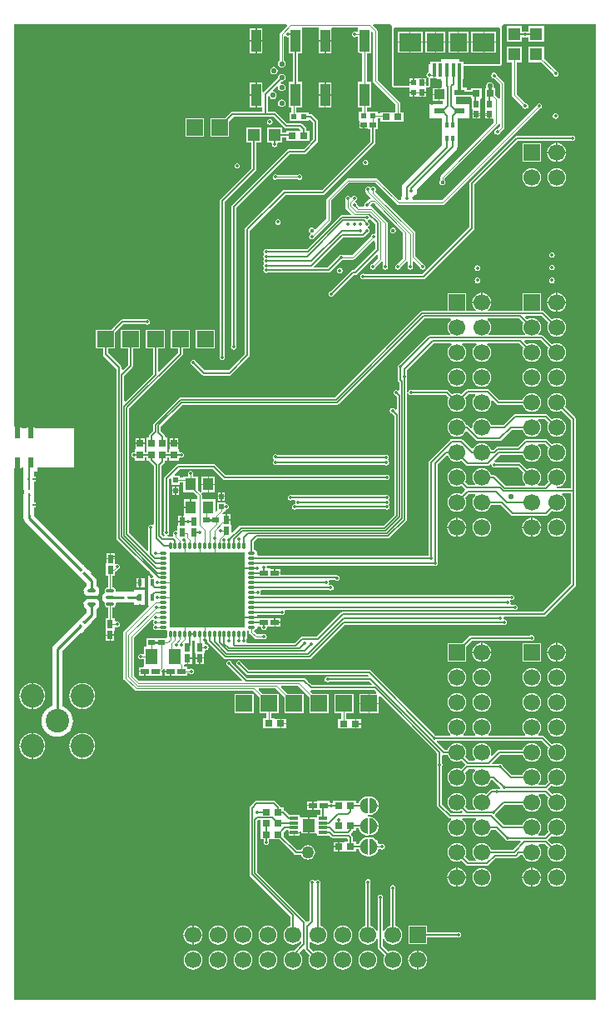
<source format=gtl>
%FSLAX43Y43*%
%MOMM*%
G71*
G01*
G75*
G04 Layer_Physical_Order=1*
G04 Layer_Color=255*
%ADD10O,0.800X0.400*%
%ADD11R,0.205X0.282*%
%ADD12R,0.600X0.900*%
%ADD13C,0.800*%
%ADD14R,0.650X0.800*%
%ADD15R,0.800X0.650*%
%ADD16R,0.600X0.550*%
%ADD17R,0.550X0.600*%
%ADD18R,0.500X0.650*%
%ADD19R,1.200X1.200*%
%ADD20R,1.000X2.250*%
%ADD21R,0.900X0.600*%
%ADD22R,0.500X0.600*%
%ADD23R,0.650X0.500*%
%ADD24R,0.700X0.700*%
%ADD25R,0.305X0.584*%
%ADD26R,0.350X0.700*%
%ADD27R,1.100X0.600*%
%ADD28R,1.100X1.000*%
%ADD29R,1.200X1.200*%
%ADD30R,1.300X1.400*%
%ADD31R,0.850X0.300*%
%ADD32O,0.280X0.800*%
%ADD33O,0.800X0.280*%
%ADD34R,7.650X7.650*%
%ADD35R,1.300X1.600*%
%ADD36R,1.100X1.300*%
%ADD37R,2.300X1.900*%
%ADD38R,0.400X1.400*%
%ADD39R,1.775X1.900*%
%ADD40R,0.600X1.000*%
G04:AMPARAMS|DCode=41|XSize=0.205mm|YSize=0.282mm|CornerRadius=0mm|HoleSize=0mm|Usage=FLASHONLY|Rotation=225.000|XOffset=0mm|YOffset=0mm|HoleType=Round|Shape=Rectangle|*
%AMROTATEDRECTD41*
4,1,4,-0.027,0.172,0.172,-0.027,0.027,-0.172,-0.172,0.027,-0.027,0.172,0.0*
%
%ADD41ROTATEDRECTD41*%

G04:AMPARAMS|DCode=42|XSize=0.205mm|YSize=0.282mm|CornerRadius=0mm|HoleSize=0mm|Usage=FLASHONLY|Rotation=135.000|XOffset=0mm|YOffset=0mm|HoleType=Round|Shape=Rectangle|*
%AMROTATEDRECTD42*
4,1,4,0.172,0.027,-0.027,-0.172,-0.172,-0.027,0.027,0.172,0.172,0.027,0.0*
%
%ADD42ROTATEDRECTD42*%

%ADD43R,0.282X0.205*%
%ADD44C,0.216*%
%ADD45C,0.150*%
%ADD46C,0.125*%
%ADD47C,0.160*%
%ADD48C,0.300*%
%ADD49C,0.200*%
%ADD50C,0.180*%
%ADD51C,0.254*%
%ADD52R,0.216X2.303*%
%ADD53R,2.386X0.197*%
%ADD54R,0.598X0.716*%
%ADD55R,0.600X0.670*%
%ADD56R,0.763X0.125*%
%ADD57R,0.601X0.571*%
%ADD58R,1.650X0.550*%
%ADD59R,2.025X0.450*%
%ADD60R,0.350X3.200*%
%ADD61R,0.450X2.959*%
%ADD62C,3.600*%
%ADD63R,1.700X1.700*%
%ADD64C,1.700*%
%ADD65R,1.700X1.700*%
%ADD66C,1.270*%
%ADD67C,2.400*%
%ADD68C,0.550*%
%ADD69C,0.350*%
%ADD70C,0.380*%
G36*
X-57969Y-48319D02*
X-58032Y-48383D01*
X-58049D01*
Y-48311D01*
X-57969D01*
Y-48319D01*
D02*
G37*
G36*
X-52346Y-56301D02*
X-52347Y-56301D01*
X-52391Y-56257D01*
X-52343Y-56209D01*
X-52346Y-56301D01*
D02*
G37*
G36*
X-51850Y-57925D02*
X-52075D01*
X-51850Y-57700D01*
Y-57925D01*
D02*
G37*
G36*
X-23142Y-1323D02*
Y-6200D01*
X-23124Y-6293D01*
X-23071Y-6371D01*
X-23071Y-6371D01*
X-23071Y-6371D01*
Y-6371D01*
X-23071Y-6371D01*
Y-6371D01*
D01*
X-20842Y-8600D01*
Y-9400D01*
X-21175D01*
D01*
D01*
X-21175Y-9400D01*
X-21225D01*
Y-9400D01*
X-22375D01*
Y-9558D01*
X-22625D01*
Y-9350D01*
X-23575D01*
D01*
D01*
X-23575Y-9350D01*
X-23625D01*
D01*
X-23758Y-9350D01*
Y-8950D01*
X-23325D01*
Y-6350D01*
X-23758D01*
Y-3450D01*
X-23325D01*
Y-1263D01*
X-23267Y-1239D01*
X-23142Y-1323D01*
D02*
G37*
G36*
X-51450Y-57900D02*
X-51650D01*
Y-57700D01*
X-51450Y-57900D01*
D02*
G37*
G36*
X-10200Y-854D02*
Y-4500D01*
X-13925D01*
Y-4275D01*
X-14350D01*
Y-4050D01*
X-16200D01*
Y-4275D01*
X-17275D01*
Y-4500D01*
X-17500D01*
Y-5390D01*
X-17507Y-5391D01*
X-17598Y-5452D01*
X-17659Y-5543D01*
X-17680Y-5650D01*
X-17659Y-5757D01*
X-17598Y-5848D01*
X-17507Y-5909D01*
X-17500Y-5910D01*
Y-6700D01*
X-17725D01*
Y-6488D01*
X-18100D01*
Y-6425D01*
X-18163D01*
Y-5975D01*
X-18475D01*
D01*
D01*
X-18475Y-5975D01*
X-18600D01*
Y-5975D01*
X-18938D01*
Y-6400D01*
X-19000D01*
Y-6463D01*
X-19400D01*
Y-6700D01*
X-21000D01*
Y-854D01*
X-20905Y-770D01*
X-20607Y-809D01*
X-20600Y-812D01*
X-10600D01*
X-10593Y-809D01*
X-10295Y-770D01*
X-10200Y-854D01*
D02*
G37*
G36*
X-52825Y-55737D02*
X-52888Y-55801D01*
X-52905D01*
X-52916Y-55731D01*
X-52824Y-55729D01*
X-52825Y-55737D01*
D02*
G37*
G36*
X-57969Y-47637D02*
Y-47650D01*
X-58055D01*
X-58053Y-47648D01*
Y-47575D01*
X-58032D01*
X-57969Y-47637D01*
D02*
G37*
G36*
X-462Y-99588D02*
X-59588D01*
Y-45625D01*
X-58825D01*
Y-45500D01*
X-58657D01*
Y-47741D01*
X-58649Y-47781D01*
Y-48181D01*
X-58657Y-48221D01*
Y-50355D01*
X-58659Y-50366D01*
Y-50659D01*
X-58659Y-50659D01*
X-58659D01*
X-58620Y-50857D01*
X-58507Y-51025D01*
X-53248Y-56285D01*
X-53199Y-56317D01*
X-52902Y-56614D01*
X-52870Y-56662D01*
X-52268Y-57265D01*
Y-57541D01*
X-52342Y-57615D01*
X-52383Y-57642D01*
X-52515Y-57841D01*
X-52562Y-58075D01*
X-52515Y-58309D01*
X-52383Y-58508D01*
X-52253Y-58594D01*
X-52256Y-58598D01*
X-52269Y-58662D01*
X-52072D01*
X-51950Y-58687D01*
X-51550D01*
X-51428Y-58662D01*
X-51231D01*
X-51244Y-58598D01*
X-51247Y-58594D01*
X-51117Y-58508D01*
X-50985Y-58309D01*
X-50938Y-58075D01*
X-50985Y-57841D01*
X-51117Y-57642D01*
X-51160Y-57614D01*
X-51162Y-57612D01*
X-51162Y-57612D01*
X-51232Y-57541D01*
Y-57050D01*
X-51271Y-56852D01*
X-51384Y-56684D01*
X-51818Y-56250D01*
X-51778Y-56209D01*
X-52029Y-55958D01*
X-52047Y-55930D01*
X-52051Y-55927D01*
X-52053Y-55922D01*
X-52087Y-55900D01*
X-52488Y-55498D01*
X-52497Y-55490D01*
X-52503Y-55477D01*
X-52526Y-55458D01*
X-52544Y-55433D01*
X-52572Y-55415D01*
X-52824Y-55163D01*
X-52865Y-55203D01*
X-57623Y-50444D01*
Y-50366D01*
X-57625Y-50355D01*
Y-49591D01*
X-57442D01*
Y-49059D01*
X-57625D01*
Y-48718D01*
X-57567D01*
Y-48349D01*
X-57561Y-48319D01*
Y-48311D01*
X-57567Y-48281D01*
Y-48243D01*
Y-47680D01*
X-57561Y-47650D01*
Y-47637D01*
X-57561Y-47635D01*
X-57561Y-47634D01*
X-57567Y-47605D01*
Y-47238D01*
X-57625D01*
Y-46985D01*
X-57444D01*
Y-46453D01*
X-57625D01*
Y-45900D01*
X-57250D01*
Y-45500D01*
X-53550D01*
Y-41500D01*
X-57525D01*
Y-41375D01*
X-58375D01*
Y-41500D01*
X-58825D01*
Y-41375D01*
X-59588D01*
Y-462D01*
X-31926D01*
X-31868Y-601D01*
X-32571Y-1304D01*
X-32624Y-1382D01*
X-32642Y-1475D01*
Y-4211D01*
X-32670Y-4230D01*
X-32753Y-4354D01*
X-32782Y-4500D01*
X-32753Y-4646D01*
X-32670Y-4770D01*
X-32546Y-4853D01*
X-32400Y-4882D01*
X-32254Y-4853D01*
X-32130Y-4770D01*
X-32047Y-4646D01*
X-32018Y-4500D01*
X-32047Y-4354D01*
X-32130Y-4230D01*
X-32158Y-4211D01*
Y-1718D01*
X-32014Y-1674D01*
X-31998Y-1698D01*
X-31907Y-1759D01*
X-31800Y-1780D01*
X-31675D01*
Y-3450D01*
X-31280D01*
Y-6350D01*
X-31675D01*
Y-8950D01*
X-31392D01*
Y-9400D01*
X-31625D01*
Y-10300D01*
X-30731D01*
X-30731Y-10300D01*
Y-10300D01*
X-30675Y-10300D01*
X-30650D01*
X-30625D01*
X-30569Y-10300D01*
X-30569Y-10300D01*
Y-10300D01*
X-29675D01*
Y-10181D01*
X-29536Y-10124D01*
X-29205Y-10456D01*
Y-12169D01*
X-29411Y-12376D01*
X-29550Y-12319D01*
D01*
X-29550Y-12319D01*
D01*
Y-11325D01*
X-29870D01*
Y-11175D01*
X-29890Y-11077D01*
X-29908Y-11050D01*
X-29945Y-10995D01*
X-30345Y-10595D01*
X-30427Y-10540D01*
X-30525Y-10520D01*
X-31844D01*
X-32920Y-9445D01*
X-33002Y-9390D01*
X-33100Y-9370D01*
X-33845D01*
Y-7800D01*
X-33725Y-7711D01*
X-33677Y-7725D01*
X-33653Y-7846D01*
X-33570Y-7970D01*
X-33446Y-8053D01*
X-33300Y-8082D01*
X-33154Y-8053D01*
X-33030Y-7970D01*
X-32947Y-7846D01*
X-32918Y-7700D01*
X-32947Y-7554D01*
X-33030Y-7430D01*
X-33154Y-7347D01*
X-33275Y-7323D01*
X-33319Y-7179D01*
X-32901Y-6762D01*
X-32769Y-6832D01*
X-32782Y-6900D01*
X-32753Y-7046D01*
X-32670Y-7170D01*
X-32546Y-7253D01*
X-32400Y-7282D01*
X-32254Y-7253D01*
X-32130Y-7170D01*
X-32047Y-7046D01*
X-32018Y-6900D01*
X-32047Y-6754D01*
X-32130Y-6630D01*
X-32254Y-6547D01*
X-32400Y-6518D01*
X-32468Y-6531D01*
X-32538Y-6399D01*
X-32418Y-6279D01*
X-32400Y-6282D01*
X-32254Y-6253D01*
X-32130Y-6170D01*
X-32047Y-6046D01*
X-32018Y-5900D01*
X-32047Y-5754D01*
X-32130Y-5630D01*
X-32254Y-5547D01*
X-32400Y-5518D01*
X-32546Y-5547D01*
X-32670Y-5630D01*
X-32753Y-5754D01*
X-32782Y-5900D01*
X-32779Y-5918D01*
X-34236Y-7376D01*
X-34375Y-7319D01*
Y-6400D01*
X-34938D01*
Y-7650D01*
Y-8900D01*
X-34461D01*
X-34461Y-8900D01*
Y-8900D01*
X-34375Y-8900D01*
X-34355Y-8920D01*
Y-9370D01*
X-37403D01*
X-37501Y-9390D01*
X-37583Y-9445D01*
X-38138Y-10000D01*
X-39680D01*
Y-11900D01*
X-37780D01*
Y-10362D01*
X-37297Y-9880D01*
X-33206D01*
X-32130Y-10955D01*
X-32048Y-11010D01*
X-31950Y-11030D01*
X-30631D01*
X-30474Y-11186D01*
X-30531Y-11325D01*
X-30644D01*
X-30644Y-11325D01*
Y-11325D01*
X-30700Y-11325D01*
X-30725D01*
X-30750D01*
X-30806Y-11325D01*
X-30806Y-11325D01*
Y-11325D01*
X-31900D01*
Y-11495D01*
X-32350D01*
Y-10975D01*
X-33900D01*
Y-12525D01*
X-33490D01*
X-33395Y-12641D01*
X-33405Y-12695D01*
X-33384Y-12802D01*
X-33323Y-12893D01*
X-33232Y-12954D01*
X-33125Y-12975D01*
X-33018Y-12954D01*
X-32927Y-12893D01*
X-32866Y-12802D01*
X-32845Y-12695D01*
X-32855Y-12641D01*
X-32760Y-12525D01*
X-32350D01*
Y-12005D01*
X-31900D01*
Y-12325D01*
X-30806D01*
X-30806Y-12325D01*
Y-12325D01*
X-30750Y-12325D01*
X-30725D01*
X-30700D01*
X-30644Y-12325D01*
X-30644Y-12325D01*
Y-12325D01*
X-29556D01*
X-29499Y-12464D01*
X-30181Y-13145D01*
X-31700D01*
X-31798Y-13165D01*
X-31880Y-13220D01*
X-37480Y-18820D01*
X-37535Y-18902D01*
X-37555Y-19000D01*
Y-33137D01*
X-37559Y-33143D01*
X-37580Y-33250D01*
X-37559Y-33357D01*
X-37498Y-33448D01*
X-37407Y-33509D01*
X-37300Y-33530D01*
X-37193Y-33509D01*
X-37102Y-33448D01*
X-37041Y-33357D01*
X-37020Y-33250D01*
X-37041Y-33143D01*
X-37045Y-33137D01*
Y-19106D01*
X-31594Y-13655D01*
X-30075D01*
X-29977Y-13635D01*
X-29895Y-13580D01*
X-28770Y-12455D01*
X-28715Y-12373D01*
X-28695Y-12275D01*
Y-10350D01*
X-28695Y-10350D01*
X-28695Y-10350D01*
X-28715Y-10252D01*
X-28733Y-10225D01*
X-28733Y-10225D01*
X-28770Y-10170D01*
Y-10170D01*
X-28770Y-10170D01*
X-29270Y-9670D01*
X-29352Y-9615D01*
X-29450Y-9595D01*
X-29675D01*
Y-9400D01*
X-30569D01*
X-30569Y-9400D01*
Y-9400D01*
X-30625Y-9400D01*
X-30650D01*
X-30675D01*
X-30731Y-9400D01*
X-30731Y-9400D01*
Y-9400D01*
X-30908D01*
Y-8950D01*
X-30325D01*
Y-6350D01*
X-30720D01*
Y-3450D01*
X-30325D01*
Y-850D01*
D01*
Y-850D01*
X-30292Y-817D01*
X-28625D01*
Y-817D01*
Y-900D01*
X-28625Y-923D01*
X-28625Y-923D01*
X-28625D01*
Y-2088D01*
X-27375D01*
Y-923D01*
X-27375Y-923D01*
D01*
D01*
X-27375Y-900D01*
D01*
X-27292Y-817D01*
X-24675D01*
Y-850D01*
X-24675D01*
Y-1258D01*
X-24867D01*
X-24893Y-1241D01*
X-25000Y-1220D01*
X-25107Y-1241D01*
X-25198Y-1302D01*
X-25259Y-1393D01*
X-25280Y-1500D01*
X-25259Y-1607D01*
X-25198Y-1698D01*
X-25107Y-1759D01*
X-25000Y-1780D01*
X-24893Y-1759D01*
X-24867Y-1742D01*
X-24675D01*
Y-3450D01*
X-24242D01*
Y-6350D01*
X-24675D01*
Y-8950D01*
X-24242D01*
Y-9350D01*
X-24575D01*
Y-10250D01*
X-24525D01*
Y-10300D01*
X-24525D01*
Y-11050D01*
X-24138D01*
Y-10675D01*
X-24013D01*
Y-11050D01*
X-23625D01*
Y-11100D01*
X-23380D01*
Y-12369D01*
X-28331Y-17320D01*
X-32150D01*
X-32248Y-17340D01*
X-32330Y-17395D01*
X-36080Y-21145D01*
X-36135Y-21227D01*
X-36155Y-21325D01*
Y-33994D01*
X-37806Y-35645D01*
X-40244D01*
X-41139Y-34750D01*
X-41141Y-34743D01*
X-41202Y-34652D01*
X-41293Y-34591D01*
X-41400Y-34570D01*
X-41507Y-34591D01*
X-41598Y-34652D01*
X-41659Y-34743D01*
X-41680Y-34850D01*
X-41659Y-34957D01*
X-41598Y-35048D01*
X-41507Y-35109D01*
X-41500Y-35111D01*
X-40530Y-36080D01*
X-40448Y-36135D01*
X-40350Y-36155D01*
X-37700D01*
X-37602Y-36135D01*
X-37520Y-36080D01*
X-35720Y-34280D01*
X-35665Y-34198D01*
X-35645Y-34100D01*
Y-21431D01*
X-32044Y-17830D01*
X-28225D01*
X-28127Y-17810D01*
X-28045Y-17755D01*
X-22945Y-12655D01*
X-22890Y-12573D01*
X-22870Y-12475D01*
X-22870Y-12475D01*
X-22870Y-12475D01*
Y-12475D01*
Y-11100D01*
X-22625D01*
Y-10250D01*
Y-10042D01*
X-22375D01*
Y-10400D01*
X-21225D01*
Y-10400D01*
X-21225D01*
X-21225Y-10400D01*
X-21175D01*
Y-10400D01*
X-20025D01*
Y-9400D01*
X-20358D01*
Y-8500D01*
X-20376Y-8407D01*
X-20429Y-8329D01*
X-20429Y-8329D01*
X-22658Y-6100D01*
Y-1150D01*
X-22676Y-1057D01*
X-22729Y-979D01*
X-23107Y-601D01*
X-23049Y-462D01*
X-21442D01*
X-21198Y-650D01*
X-21171Y-661D01*
X-21171Y-661D01*
D01*
X-21160Y-775D01*
X-21160D01*
X-21160D01*
Y-775D01*
Y-775D01*
X-21160Y-775D01*
X-21162Y-781D01*
X-21165Y-786D01*
X-21171Y-814D01*
X-21178Y-842D01*
X-21177Y-848D01*
X-21178Y-854D01*
Y-6700D01*
X-21165Y-6768D01*
X-21126Y-6826D01*
X-21068Y-6865D01*
X-21000Y-6878D01*
X-19400D01*
Y-6975D01*
Y-6975D01*
X-19400Y-6981D01*
X-19400Y-6981D01*
X-19400D01*
Y-7338D01*
X-19000D01*
Y-7400D01*
X-18938D01*
Y-7825D01*
X-18600D01*
Y-7825D01*
X-18600D01*
X-18600Y-7825D01*
X-18475Y-7825D01*
Y-7825D01*
X-18163D01*
Y-7375D01*
X-18100D01*
Y-7312D01*
X-17725D01*
Y-6925D01*
X-17675D01*
Y-6878D01*
X-17500D01*
X-17432Y-6865D01*
X-17374Y-6826D01*
X-17335Y-6768D01*
X-17322Y-6700D01*
Y-5975D01*
X-17225D01*
Y-5975D01*
X-16962D01*
Y-5150D01*
X-16837D01*
Y-5975D01*
X-16625D01*
Y-6025D01*
X-16200D01*
Y-6250D01*
X-16124D01*
Y-6700D01*
X-16092Y-6859D01*
X-16166Y-6949D01*
X-16205Y-6975D01*
X-16337D01*
Y-7600D01*
Y-8225D01*
X-16060D01*
Y-8539D01*
X-16121Y-8600D01*
X-17350D01*
Y-10000D01*
X-16132D01*
Y-10035D01*
X-16132D01*
Y-11419D01*
Y-12765D01*
X-16132Y-12765D01*
X-16132D01*
X-16118Y-12799D01*
X-20053Y-16734D01*
X-20162Y-16896D01*
X-20200Y-17088D01*
Y-17913D01*
X-20242Y-17976D01*
X-20286Y-18200D01*
X-20278Y-18242D01*
X-20337Y-18314D01*
X-20487Y-18321D01*
X-22629Y-16179D01*
X-22707Y-16126D01*
X-22800Y-16108D01*
X-25700D01*
X-25700Y-16108D01*
X-25777Y-16123D01*
X-25793Y-16126D01*
X-25871Y-16179D01*
X-27821Y-18129D01*
X-27874Y-18207D01*
X-27892Y-18300D01*
Y-20250D01*
X-28944Y-21302D01*
X-29093Y-21287D01*
X-29141Y-21216D01*
X-29237Y-21152D01*
X-29350Y-21129D01*
X-29463Y-21152D01*
X-29559Y-21216D01*
X-29623Y-21312D01*
X-29646Y-21425D01*
X-29623Y-21538D01*
X-29559Y-21634D01*
X-29503Y-21672D01*
Y-21822D01*
X-29548Y-21852D01*
X-29609Y-21943D01*
X-29630Y-22050D01*
X-29609Y-22157D01*
X-29548Y-22248D01*
X-29457Y-22309D01*
X-29350Y-22330D01*
X-29243Y-22309D01*
X-29152Y-22248D01*
X-29091Y-22157D01*
X-29085Y-22127D01*
X-27479Y-20521D01*
X-27479Y-20521D01*
X-27426Y-20443D01*
X-27408Y-20350D01*
Y-18400D01*
X-25600Y-16592D01*
X-22900D01*
X-20721Y-18771D01*
X-20721Y-18771D01*
X-20669Y-18806D01*
X-20643Y-18824D01*
X-20550Y-18842D01*
X-20550Y-18842D01*
X-16000D01*
X-15907Y-18824D01*
X-15829Y-18771D01*
X-15829Y-18771D01*
X-15829Y-18771D01*
X-6123Y-9065D01*
X-6093Y-9059D01*
X-6002Y-8998D01*
X-5941Y-8907D01*
X-5920Y-8800D01*
X-5941Y-8693D01*
X-6002Y-8602D01*
X-6093Y-8541D01*
X-6200Y-8520D01*
X-6307Y-8541D01*
X-6398Y-8602D01*
X-6459Y-8693D01*
X-6465Y-8723D01*
X-16100Y-18358D01*
X-19027D01*
X-19122Y-18242D01*
X-19114Y-18200D01*
X-19137Y-18082D01*
X-19054Y-17957D01*
X-18976Y-17942D01*
X-18785Y-17815D01*
X-18658Y-17624D01*
X-18614Y-17400D01*
X-18639Y-17271D01*
X-14667Y-13299D01*
X-14559Y-13137D01*
X-14521Y-12946D01*
Y-12765D01*
X-14468D01*
Y-11419D01*
Y-10035D01*
D01*
Y-10035D01*
X-14433Y-10000D01*
X-13350D01*
Y-8600D01*
X-14579D01*
X-14640Y-8539D01*
Y-7875D01*
X-13575D01*
Y-7831D01*
X-13125D01*
Y-8025D01*
X-13025D01*
Y-8125D01*
X-13025D01*
Y-9125D01*
X-12975D01*
Y-9512D01*
X-12225D01*
Y-9125D01*
X-12175D01*
Y-8125D01*
D01*
D01*
X-12075Y-8025D01*
X-12075D01*
Y-6975D01*
X-13125D01*
Y-7169D01*
X-13575D01*
Y-6925D01*
X-13983D01*
Y-6025D01*
X-13925D01*
Y-4678D01*
X-10200D01*
X-10132Y-4665D01*
X-10074Y-4626D01*
X-10035Y-4568D01*
X-10022Y-4500D01*
Y-854D01*
X-10023Y-848D01*
X-10022Y-842D01*
X-10029Y-814D01*
X-10035Y-786D01*
X-10038Y-781D01*
X-10040Y-775D01*
X-10040Y-775D01*
Y-775D01*
Y-775D01*
X-10040D01*
X-10040D01*
X-10029Y-661D01*
X-10029Y-661D01*
X-10002Y-650D01*
X-9758Y-462D01*
X-462D01*
Y-99588D01*
D02*
G37*
%LPC*%
G36*
X-7000Y-62545D02*
X-7107Y-62566D01*
X-7114Y-62570D01*
X-13133D01*
X-13231Y-62590D01*
X-13258Y-62608D01*
X-13313Y-62645D01*
X-14008Y-63340D01*
X-15540D01*
Y-65240D01*
X-13640D01*
Y-63692D01*
X-13027Y-63080D01*
X-7114D01*
X-7107Y-63084D01*
X-7000Y-63105D01*
X-6893Y-63084D01*
X-6802Y-63023D01*
X-6741Y-62932D01*
X-6720Y-62825D01*
X-6741Y-62718D01*
X-6802Y-62627D01*
X-6893Y-62566D01*
X-7000Y-62545D01*
D02*
G37*
G36*
X-6907Y-86175D02*
Y-87088D01*
X-5995D01*
X-6020Y-86895D01*
X-6118Y-86658D01*
X-6275Y-86455D01*
X-6478Y-86298D01*
X-6715Y-86200D01*
X-6907Y-86175D01*
D02*
G37*
G36*
X-51550Y-58763D02*
X-51950D01*
X-52072Y-58787D01*
X-52269D01*
X-52256Y-58852D01*
X-52253Y-58856D01*
X-52383Y-58942D01*
X-52515Y-59141D01*
X-52562Y-59375D01*
X-52515Y-59609D01*
X-52383Y-59808D01*
X-52279Y-59877D01*
X-52268Y-59888D01*
Y-60248D01*
X-52877Y-60857D01*
X-52907Y-60902D01*
X-53197Y-61192D01*
X-53242Y-61222D01*
X-55611Y-63591D01*
X-55724Y-63759D01*
X-55763Y-63958D01*
Y-69765D01*
X-55860Y-69795D01*
X-56138Y-69943D01*
X-56382Y-70143D01*
X-56582Y-70387D01*
X-56730Y-70665D01*
X-56822Y-70966D01*
X-56853Y-71280D01*
X-56822Y-71594D01*
X-56730Y-71895D01*
X-56582Y-72173D01*
X-56382Y-72417D01*
X-56138Y-72617D01*
X-55860Y-72765D01*
X-55559Y-72857D01*
X-55245Y-72888D01*
X-54931Y-72857D01*
X-54630Y-72765D01*
X-54352Y-72617D01*
X-54108Y-72417D01*
X-53908Y-72173D01*
X-53760Y-71895D01*
X-53668Y-71594D01*
X-53637Y-71280D01*
X-53668Y-70966D01*
X-53760Y-70665D01*
X-53908Y-70387D01*
X-54108Y-70143D01*
X-54352Y-69943D01*
X-54630Y-69795D01*
X-54727Y-69765D01*
Y-64172D01*
X-52848Y-62293D01*
X-52809Y-62333D01*
X-52555Y-62079D01*
X-52525Y-62060D01*
X-52524Y-62059D01*
X-52522Y-62057D01*
X-52500Y-62024D01*
X-52098Y-61622D01*
X-52098Y-61622D01*
X-52098Y-61622D01*
X-52070Y-61594D01*
X-52038Y-61573D01*
X-52038Y-61572D01*
X-52033Y-61569D01*
X-52023Y-61553D01*
X-52009Y-61541D01*
X-52001Y-61526D01*
X-51762Y-61287D01*
X-51802Y-61247D01*
X-51384Y-60829D01*
X-51384Y-60829D01*
X-51384Y-60829D01*
X-51271Y-60661D01*
X-51232Y-60463D01*
Y-59886D01*
X-51227Y-59881D01*
X-51117Y-59808D01*
X-50985Y-59609D01*
X-50938Y-59375D01*
X-50985Y-59141D01*
X-51117Y-58942D01*
X-51247Y-58856D01*
X-51244Y-58852D01*
X-51231Y-58787D01*
X-51428D01*
X-51550Y-58763D01*
D02*
G37*
G36*
X-46444Y-56750D02*
Y-56750D01*
X-46500Y-56750D01*
X-46525D01*
X-46550D01*
X-46606Y-56750D01*
X-46606Y-56750D01*
Y-56750D01*
X-46787D01*
Y-57225D01*
Y-57700D01*
X-46606D01*
X-46606Y-57700D01*
Y-57700D01*
X-46550Y-57700D01*
X-46525D01*
X-46500D01*
X-46444Y-57700D01*
X-46444Y-57700D01*
Y-57700D01*
X-46262D01*
Y-57225D01*
Y-56750D01*
X-46444D01*
X-46444Y-56750D01*
D02*
G37*
G36*
X-7032Y-86175D02*
X-7225Y-86200D01*
X-7462Y-86298D01*
X-7665Y-86455D01*
X-7822Y-86658D01*
X-7920Y-86895D01*
X-7945Y-87088D01*
X-7032D01*
Y-86175D01*
D02*
G37*
G36*
X-46912Y-57288D02*
X-47150D01*
Y-57700D01*
X-46912D01*
Y-57288D01*
D02*
G37*
G36*
Y-56750D02*
X-47150D01*
Y-57163D01*
X-46912D01*
Y-56750D01*
D02*
G37*
G36*
X-3455Y-64353D02*
X-4367D01*
Y-65265D01*
X-4175Y-65240D01*
X-3938Y-65142D01*
X-3735Y-64985D01*
X-3578Y-64782D01*
X-3480Y-64545D01*
X-3455Y-64353D01*
D02*
G37*
G36*
X-6020Y-63340D02*
X-7920D01*
Y-65240D01*
X-6020D01*
Y-63340D01*
D02*
G37*
G36*
X-4492Y-64353D02*
X-5405D01*
X-5380Y-64545D01*
X-5282Y-64782D01*
X-5125Y-64985D01*
X-4922Y-65142D01*
X-4685Y-65240D01*
X-4492Y-65265D01*
Y-64353D01*
D02*
G37*
G36*
X-12113D02*
X-13025D01*
X-13000Y-64545D01*
X-12902Y-64782D01*
X-12745Y-64985D01*
X-12542Y-65142D01*
X-12305Y-65240D01*
X-12113Y-65265D01*
Y-64353D01*
D02*
G37*
G36*
X-11075D02*
X-11988D01*
Y-65265D01*
X-11795Y-65240D01*
X-11558Y-65142D01*
X-11355Y-64985D01*
X-11198Y-64782D01*
X-11100Y-64545D01*
X-11075Y-64353D01*
D02*
G37*
G36*
X-12113Y-63315D02*
X-12305Y-63340D01*
X-12542Y-63438D01*
X-12745Y-63595D01*
X-12902Y-63798D01*
X-13000Y-64035D01*
X-13025Y-64228D01*
X-12113D01*
Y-63315D01*
D02*
G37*
G36*
X-49921Y-62621D02*
X-50283D01*
Y-63134D01*
X-49921D01*
Y-62621D01*
D02*
G37*
G36*
X-49433D02*
X-49796D01*
Y-63134D01*
X-49433D01*
Y-62621D01*
D02*
G37*
G36*
X-4367Y-63315D02*
Y-64228D01*
X-3455D01*
X-3480Y-64035D01*
X-3578Y-63798D01*
X-3735Y-63595D01*
X-3938Y-63438D01*
X-4175Y-63340D01*
X-4367Y-63315D01*
D02*
G37*
G36*
X-11988D02*
Y-64228D01*
X-11075D01*
X-11100Y-64035D01*
X-11198Y-63798D01*
X-11355Y-63595D01*
X-11558Y-63438D01*
X-11795Y-63340D01*
X-11988Y-63315D01*
D02*
G37*
G36*
X-4492D02*
X-4685Y-63340D01*
X-4922Y-63438D01*
X-5125Y-63595D01*
X-5282Y-63798D01*
X-5380Y-64035D01*
X-5405Y-64228D01*
X-4492D01*
Y-63315D01*
D02*
G37*
G36*
X-49421Y-54860D02*
X-50271D01*
Y-55272D01*
X-50321D01*
Y-56522D01*
X-50092D01*
Y-57500D01*
X-50092Y-57500D01*
Y-57701D01*
X-50196Y-57722D01*
X-50320Y-57805D01*
X-50403Y-57929D01*
X-50432Y-58075D01*
X-50403Y-58221D01*
X-50395Y-58234D01*
X-50483Y-58292D01*
X-50615Y-58491D01*
X-50662Y-58725D01*
X-50615Y-58959D01*
X-50483Y-59158D01*
X-50395Y-59216D01*
X-50403Y-59229D01*
X-50432Y-59375D01*
X-50403Y-59521D01*
X-50320Y-59645D01*
X-50196Y-59728D01*
X-50092Y-59749D01*
Y-60834D01*
X-50333D01*
Y-62084D01*
X-50283D01*
Y-62496D01*
X-49433D01*
Y-62084D01*
X-49383D01*
Y-61898D01*
X-49257Y-61709D01*
X-49150Y-61730D01*
X-49043Y-61709D01*
X-48952Y-61648D01*
X-48891Y-61557D01*
X-48870Y-61450D01*
X-48891Y-61343D01*
X-48952Y-61252D01*
X-49043Y-61191D01*
X-49150Y-61170D01*
X-49257Y-61191D01*
X-49383Y-61002D01*
Y-60834D01*
X-49608D01*
Y-59749D01*
X-49504Y-59728D01*
X-49380Y-59645D01*
X-49297Y-59521D01*
X-49268Y-59375D01*
X-49271Y-59359D01*
X-49176Y-59243D01*
X-48550D01*
X-48502Y-59233D01*
X-48098D01*
X-48050Y-59243D01*
X-47434D01*
X-47425Y-59252D01*
Y-59475D01*
X-47064D01*
X-47025Y-59483D01*
X-47025Y-59483D01*
X-47000D01*
X-46961Y-59475D01*
X-46275D01*
Y-59200D01*
X-46262D01*
Y-58725D01*
Y-58250D01*
X-46275D01*
Y-57975D01*
X-46961D01*
X-47000Y-57967D01*
X-47025D01*
X-47025Y-57967D01*
X-47064Y-57975D01*
X-47425D01*
Y-58152D01*
X-47563D01*
X-47563D01*
D01*
D01*
Y-58152D01*
X-47923D01*
X-47958Y-58144D01*
X-47961Y-58145D01*
X-47963Y-58144D01*
X-47984D01*
X-48022Y-58152D01*
X-48592D01*
X-48631Y-58144D01*
X-48632Y-58144D01*
X-48634Y-58144D01*
X-48647Y-58144D01*
X-48648Y-58145D01*
X-48649Y-58144D01*
X-48684Y-58152D01*
X-49043D01*
Y-58152D01*
X-49221Y-58152D01*
X-49271Y-58091D01*
X-49268Y-58075D01*
X-49297Y-57929D01*
X-49380Y-57805D01*
X-49504Y-57722D01*
X-49608Y-57701D01*
Y-57500D01*
X-49608Y-57500D01*
Y-56522D01*
X-49371D01*
Y-56124D01*
X-49355Y-56121D01*
X-49276Y-56069D01*
X-49276Y-56069D01*
X-49276Y-56069D01*
X-49073Y-55865D01*
X-49043Y-55859D01*
X-48952Y-55798D01*
X-48891Y-55707D01*
X-48870Y-55600D01*
X-48891Y-55493D01*
X-48952Y-55402D01*
X-49043Y-55341D01*
X-49150Y-55320D01*
X-49257Y-55341D01*
X-49257Y-55341D01*
X-49257D01*
X-49257D01*
Y-55341D01*
X-49257Y-55341D01*
X-49371Y-55395D01*
Y-55272D01*
X-49421D01*
Y-54860D01*
D02*
G37*
G36*
X-26190Y-92072D02*
X-26438Y-92104D01*
X-26669Y-92200D01*
X-26868Y-92352D01*
X-27020Y-92551D01*
X-27116Y-92782D01*
X-27148Y-93030D01*
X-27116Y-93278D01*
X-27020Y-93509D01*
X-26868Y-93708D01*
X-26669Y-93860D01*
X-26438Y-93956D01*
X-26190Y-93988D01*
X-25942Y-93956D01*
X-25711Y-93860D01*
X-25512Y-93708D01*
X-25360Y-93509D01*
X-25264Y-93278D01*
X-25232Y-93030D01*
X-25264Y-92782D01*
X-25360Y-92551D01*
X-25512Y-92352D01*
X-25711Y-92200D01*
X-25942Y-92104D01*
X-26190Y-92072D01*
D02*
G37*
G36*
X-33810D02*
X-34058Y-92104D01*
X-34289Y-92200D01*
X-34488Y-92352D01*
X-34640Y-92551D01*
X-34736Y-92782D01*
X-34768Y-93030D01*
X-34736Y-93278D01*
X-34640Y-93509D01*
X-34488Y-93708D01*
X-34289Y-93860D01*
X-34058Y-93956D01*
X-33810Y-93988D01*
X-33562Y-93956D01*
X-33331Y-93860D01*
X-33132Y-93708D01*
X-32980Y-93509D01*
X-32884Y-93278D01*
X-32852Y-93030D01*
X-32884Y-92782D01*
X-32980Y-92551D01*
X-33132Y-92352D01*
X-33331Y-92200D01*
X-33562Y-92104D01*
X-33810Y-92072D01*
D02*
G37*
G36*
X-23630Y-87355D02*
X-23737Y-87377D01*
X-23828Y-87438D01*
X-23889Y-87529D01*
X-23910Y-87636D01*
X-23905Y-87663D01*
Y-92107D01*
X-24129Y-92200D01*
X-24328Y-92352D01*
X-24480Y-92551D01*
X-24576Y-92782D01*
X-24608Y-93030D01*
X-24576Y-93278D01*
X-24480Y-93509D01*
X-24328Y-93708D01*
X-24129Y-93860D01*
X-23898Y-93956D01*
X-23650Y-93988D01*
X-23402Y-93956D01*
X-23171Y-93860D01*
X-22972Y-93708D01*
X-22820Y-93509D01*
X-22777Y-93405D01*
X-22630Y-93434D01*
Y-94267D01*
X-22630Y-94267D01*
X-22630D01*
X-22610Y-94365D01*
X-22555Y-94447D01*
X-21928Y-95075D01*
X-21940Y-95091D01*
X-22036Y-95322D01*
X-22068Y-95570D01*
X-22036Y-95818D01*
X-21940Y-96049D01*
X-21788Y-96248D01*
X-21589Y-96400D01*
X-21358Y-96496D01*
X-21110Y-96528D01*
X-20862Y-96496D01*
X-20631Y-96400D01*
X-20432Y-96248D01*
X-20280Y-96049D01*
X-20184Y-95818D01*
X-20152Y-95570D01*
X-20184Y-95322D01*
X-20280Y-95091D01*
X-20432Y-94892D01*
X-20631Y-94740D01*
X-20862Y-94644D01*
X-21110Y-94612D01*
X-21358Y-94644D01*
X-21555Y-94726D01*
X-22120Y-94161D01*
Y-93458D01*
X-21973Y-93429D01*
X-21940Y-93509D01*
X-21788Y-93708D01*
X-21589Y-93860D01*
X-21358Y-93956D01*
X-21110Y-93988D01*
X-20862Y-93956D01*
X-20631Y-93860D01*
X-20432Y-93708D01*
X-20280Y-93509D01*
X-20184Y-93278D01*
X-20152Y-93030D01*
X-20184Y-92782D01*
X-20280Y-92551D01*
X-20432Y-92352D01*
X-20631Y-92200D01*
X-20855Y-92107D01*
Y-88342D01*
X-20851Y-88336D01*
X-20830Y-88229D01*
X-20851Y-88121D01*
X-20912Y-88030D01*
X-21003Y-87969D01*
X-21110Y-87948D01*
X-21217Y-87969D01*
X-21308Y-88030D01*
X-21369Y-88121D01*
X-21390Y-88229D01*
X-21369Y-88336D01*
X-21365Y-88342D01*
Y-92107D01*
X-21589Y-92200D01*
X-21788Y-92352D01*
X-21940Y-92551D01*
X-21973Y-92631D01*
X-22120Y-92602D01*
Y-89288D01*
X-22116Y-89282D01*
X-22095Y-89175D01*
X-22116Y-89068D01*
X-22177Y-88977D01*
X-22268Y-88916D01*
X-22375Y-88895D01*
X-22482Y-88916D01*
X-22573Y-88977D01*
X-22634Y-89068D01*
X-22655Y-89175D01*
X-22634Y-89282D01*
X-22630Y-89288D01*
Y-92626D01*
X-22777Y-92655D01*
X-22820Y-92551D01*
X-22972Y-92352D01*
X-23171Y-92200D01*
X-23395Y-92107D01*
Y-87779D01*
X-23371Y-87743D01*
X-23350Y-87636D01*
X-23371Y-87529D01*
X-23432Y-87438D01*
X-23523Y-87377D01*
X-23630Y-87355D01*
D02*
G37*
G36*
X-41493Y-92055D02*
X-41685Y-92080D01*
X-41922Y-92178D01*
X-42125Y-92335D01*
X-42282Y-92538D01*
X-42380Y-92775D01*
X-42405Y-92967D01*
X-41493D01*
Y-92055D01*
D02*
G37*
G36*
X-17620Y-92080D02*
X-19520D01*
Y-93980D01*
X-17620D01*
Y-93247D01*
X-14531D01*
X-14524Y-93251D01*
X-14417Y-93272D01*
X-14310Y-93251D01*
X-14219Y-93190D01*
X-14158Y-93099D01*
X-14137Y-92992D01*
X-14158Y-92885D01*
X-14219Y-92794D01*
X-14310Y-92733D01*
X-14417Y-92712D01*
X-14524Y-92733D01*
X-14531Y-92737D01*
X-17620D01*
Y-92080D01*
D02*
G37*
G36*
X-36350Y-92072D02*
X-36598Y-92104D01*
X-36829Y-92200D01*
X-37028Y-92352D01*
X-37180Y-92551D01*
X-37276Y-92782D01*
X-37308Y-93030D01*
X-37276Y-93278D01*
X-37180Y-93509D01*
X-37028Y-93708D01*
X-36829Y-93860D01*
X-36598Y-93956D01*
X-36350Y-93988D01*
X-36102Y-93956D01*
X-35871Y-93860D01*
X-35672Y-93708D01*
X-35520Y-93509D01*
X-35424Y-93278D01*
X-35392Y-93030D01*
X-35424Y-92782D01*
X-35520Y-92551D01*
X-35672Y-92352D01*
X-35871Y-92200D01*
X-36102Y-92104D01*
X-36350Y-92072D01*
D02*
G37*
G36*
X-18507Y-94595D02*
Y-95507D01*
X-17595D01*
X-17620Y-95315D01*
X-17718Y-95078D01*
X-17875Y-94875D01*
X-18078Y-94718D01*
X-18315Y-94620D01*
X-18507Y-94595D01*
D02*
G37*
G36*
X-18632D02*
X-18825Y-94620D01*
X-19062Y-94718D01*
X-19265Y-94875D01*
X-19422Y-95078D01*
X-19520Y-95315D01*
X-19545Y-95507D01*
X-18632D01*
Y-94595D01*
D02*
G37*
G36*
X-41493Y-93092D02*
X-42405D01*
X-42380Y-93285D01*
X-42282Y-93522D01*
X-42125Y-93725D01*
X-41922Y-93882D01*
X-41685Y-93980D01*
X-41493Y-94005D01*
Y-93092D01*
D02*
G37*
G36*
X-38890Y-92072D02*
X-39138Y-92104D01*
X-39369Y-92200D01*
X-39568Y-92352D01*
X-39720Y-92551D01*
X-39816Y-92782D01*
X-39848Y-93030D01*
X-39816Y-93278D01*
X-39720Y-93509D01*
X-39568Y-93708D01*
X-39369Y-93860D01*
X-39138Y-93956D01*
X-38890Y-93988D01*
X-38642Y-93956D01*
X-38411Y-93860D01*
X-38212Y-93708D01*
X-38060Y-93509D01*
X-37964Y-93278D01*
X-37932Y-93030D01*
X-37964Y-92782D01*
X-38060Y-92551D01*
X-38212Y-92352D01*
X-38411Y-92200D01*
X-38642Y-92104D01*
X-38890Y-92072D01*
D02*
G37*
G36*
X-40455Y-93092D02*
X-41368D01*
Y-94005D01*
X-41175Y-93980D01*
X-40938Y-93882D01*
X-40735Y-93725D01*
X-40578Y-93522D01*
X-40480Y-93285D01*
X-40455Y-93092D01*
D02*
G37*
G36*
X-14653Y-86175D02*
X-14845Y-86200D01*
X-15082Y-86298D01*
X-15285Y-86455D01*
X-15442Y-86658D01*
X-15540Y-86895D01*
X-15565Y-87088D01*
X-14653D01*
Y-86175D01*
D02*
G37*
G36*
X-4430Y-86192D02*
X-4678Y-86224D01*
X-4909Y-86320D01*
X-5108Y-86472D01*
X-5260Y-86671D01*
X-5356Y-86902D01*
X-5388Y-87150D01*
X-5356Y-87398D01*
X-5260Y-87629D01*
X-5108Y-87828D01*
X-4909Y-87980D01*
X-4678Y-88076D01*
X-4430Y-88108D01*
X-4182Y-88076D01*
X-3951Y-87980D01*
X-3752Y-87828D01*
X-3600Y-87629D01*
X-3504Y-87398D01*
X-3472Y-87150D01*
X-3504Y-86902D01*
X-3600Y-86671D01*
X-3752Y-86472D01*
X-3951Y-86320D01*
X-4182Y-86224D01*
X-4430Y-86192D01*
D02*
G37*
G36*
X-14528Y-86175D02*
Y-87088D01*
X-13615D01*
X-13640Y-86895D01*
X-13738Y-86658D01*
X-13895Y-86455D01*
X-14098Y-86298D01*
X-14335Y-86200D01*
X-14528Y-86175D01*
D02*
G37*
G36*
X-49909Y-54222D02*
X-50271D01*
Y-54735D01*
X-49909D01*
Y-54222D01*
D02*
G37*
G36*
X-49421D02*
X-49784D01*
Y-54735D01*
X-49421D01*
Y-54222D01*
D02*
G37*
G36*
X-12050Y-86192D02*
X-12298Y-86224D01*
X-12529Y-86320D01*
X-12728Y-86472D01*
X-12880Y-86671D01*
X-12976Y-86902D01*
X-13008Y-87150D01*
X-12976Y-87398D01*
X-12880Y-87629D01*
X-12728Y-87828D01*
X-12529Y-87980D01*
X-12298Y-88076D01*
X-12050Y-88108D01*
X-11802Y-88076D01*
X-11571Y-87980D01*
X-11372Y-87828D01*
X-11220Y-87629D01*
X-11124Y-87398D01*
X-11092Y-87150D01*
X-11124Y-86902D01*
X-11220Y-86671D01*
X-11372Y-86472D01*
X-11571Y-86320D01*
X-11802Y-86224D01*
X-12050Y-86192D01*
D02*
G37*
G36*
X-14653Y-87213D02*
X-15565D01*
X-15540Y-87405D01*
X-15442Y-87642D01*
X-15285Y-87845D01*
X-15082Y-88002D01*
X-14845Y-88100D01*
X-14653Y-88125D01*
Y-87213D01*
D02*
G37*
G36*
X-41368Y-92055D02*
Y-92967D01*
X-40455D01*
X-40480Y-92775D01*
X-40578Y-92538D01*
X-40735Y-92335D01*
X-40938Y-92178D01*
X-41175Y-92080D01*
X-41368Y-92055D01*
D02*
G37*
G36*
X-13615Y-87213D02*
X-14528D01*
Y-88125D01*
X-14335Y-88100D01*
X-14098Y-88002D01*
X-13895Y-87845D01*
X-13738Y-87642D01*
X-13640Y-87405D01*
X-13615Y-87213D01*
D02*
G37*
G36*
X-5995D02*
X-6907D01*
Y-88125D01*
X-6715Y-88100D01*
X-6478Y-88002D01*
X-6275Y-87845D01*
X-6118Y-87642D01*
X-6020Y-87405D01*
X-5995Y-87213D01*
D02*
G37*
G36*
X-7032D02*
X-7945D01*
X-7920Y-87405D01*
X-7822Y-87642D01*
X-7665Y-87845D01*
X-7462Y-88002D01*
X-7225Y-88100D01*
X-7032Y-88125D01*
Y-87213D01*
D02*
G37*
G36*
X-52643Y-72492D02*
Y-73757D01*
X-51377D01*
X-51414Y-73474D01*
X-51548Y-73152D01*
X-51760Y-72875D01*
X-52037Y-72663D01*
X-52359Y-72529D01*
X-52643Y-72492D01*
D02*
G37*
G36*
X-4430Y-70952D02*
X-4678Y-70984D01*
X-4909Y-71080D01*
X-5108Y-71232D01*
X-5260Y-71431D01*
X-5356Y-71662D01*
X-5388Y-71910D01*
X-5356Y-72158D01*
X-5260Y-72389D01*
X-5108Y-72588D01*
X-4909Y-72740D01*
X-4678Y-72836D01*
X-4430Y-72868D01*
X-4182Y-72836D01*
X-3951Y-72740D01*
X-3752Y-72588D01*
X-3600Y-72389D01*
X-3504Y-72158D01*
X-3472Y-71910D01*
X-3504Y-71662D01*
X-3600Y-71431D01*
X-3752Y-71232D01*
X-3951Y-71080D01*
X-4182Y-70984D01*
X-4430Y-70952D01*
D02*
G37*
G36*
X-52768Y-72492D02*
X-53051Y-72529D01*
X-53373Y-72663D01*
X-53650Y-72875D01*
X-53862Y-73152D01*
X-53996Y-73474D01*
X-54033Y-73757D01*
X-52768D01*
Y-72492D01*
D02*
G37*
G36*
X-57847D02*
X-58131Y-72529D01*
X-58453Y-72663D01*
X-58730Y-72875D01*
X-58942Y-73152D01*
X-59076Y-73474D01*
X-59113Y-73757D01*
X-57847D01*
Y-72492D01*
D02*
G37*
G36*
X-57722D02*
Y-73757D01*
X-56457D01*
X-56494Y-73474D01*
X-56628Y-73152D01*
X-56840Y-72875D01*
X-57117Y-72663D01*
X-57439Y-72529D01*
X-57722Y-72492D01*
D02*
G37*
G36*
X-25115Y-68550D02*
X-27015D01*
Y-70450D01*
X-26317D01*
Y-71050D01*
X-26650D01*
Y-72050D01*
X-25506D01*
X-25506Y-72050D01*
Y-72050D01*
X-25500Y-72050D01*
X-25400Y-72000D01*
D01*
X-25394Y-72000D01*
X-25394Y-72000D01*
Y-72000D01*
X-24938D01*
Y-71550D01*
Y-71100D01*
X-25394D01*
X-25394Y-71100D01*
Y-71100D01*
X-25400Y-71100D01*
D01*
X-25500Y-71050D01*
X-25506Y-71050D01*
X-25506Y-71050D01*
Y-71050D01*
X-25833D01*
Y-70450D01*
X-25115D01*
Y-68550D01*
D02*
G37*
G36*
X-31975Y-71075D02*
X-32438D01*
Y-71463D01*
X-31975D01*
Y-71075D01*
D02*
G37*
G36*
X-23587Y-69562D02*
X-24500D01*
Y-70475D01*
X-23587D01*
Y-69562D01*
D02*
G37*
G36*
X-24350Y-71100D02*
X-24812D01*
Y-71488D01*
X-24350D01*
Y-71100D01*
D02*
G37*
G36*
Y-71613D02*
X-24812D01*
Y-72000D01*
X-24350D01*
Y-71613D01*
D02*
G37*
G36*
X-31975Y-71588D02*
X-32438D01*
Y-71975D01*
X-31975D01*
Y-71588D01*
D02*
G37*
G36*
X-51377Y-73882D02*
X-52643D01*
Y-75148D01*
X-52359Y-75111D01*
X-52037Y-74977D01*
X-51760Y-74765D01*
X-51548Y-74488D01*
X-51414Y-74166D01*
X-51377Y-73882D01*
D02*
G37*
G36*
X-30600Y-82688D02*
X-31087D01*
Y-82900D01*
X-30600D01*
Y-82688D01*
D02*
G37*
G36*
X-33200Y-79395D02*
X-34975D01*
X-35056Y-79411D01*
X-35073Y-79415D01*
X-35155Y-79470D01*
X-35630Y-79945D01*
X-35685Y-80027D01*
X-35705Y-80125D01*
Y-86825D01*
X-35685Y-86923D01*
X-35630Y-87005D01*
X-31525Y-91111D01*
Y-92107D01*
X-31749Y-92200D01*
X-31948Y-92352D01*
X-32100Y-92551D01*
X-32196Y-92782D01*
X-32228Y-93030D01*
X-32196Y-93278D01*
X-32100Y-93509D01*
X-31948Y-93708D01*
X-31749Y-93860D01*
X-31518Y-93956D01*
X-31270Y-93988D01*
X-31022Y-93956D01*
X-30791Y-93860D01*
X-30592Y-93708D01*
X-30547Y-93648D01*
X-30405Y-93696D01*
Y-93866D01*
X-31164Y-94626D01*
X-31270Y-94612D01*
X-31518Y-94644D01*
X-31749Y-94740D01*
X-31948Y-94892D01*
X-32100Y-95091D01*
X-32196Y-95322D01*
X-32228Y-95570D01*
X-32196Y-95818D01*
X-32100Y-96049D01*
X-31948Y-96248D01*
X-31749Y-96400D01*
X-31518Y-96496D01*
X-31270Y-96528D01*
X-31022Y-96496D01*
X-30791Y-96400D01*
X-30592Y-96248D01*
X-30440Y-96049D01*
X-30344Y-95818D01*
X-30312Y-95570D01*
X-30344Y-95322D01*
X-30440Y-95091D01*
X-30592Y-94892D01*
X-30600Y-94782D01*
X-30193Y-94376D01*
X-30104Y-94413D01*
X-30055Y-94462D01*
X-30055Y-94462D01*
D01*
X-30035Y-94560D01*
X-29980Y-94642D01*
X-29548Y-95075D01*
X-29560Y-95091D01*
X-29656Y-95322D01*
X-29688Y-95570D01*
X-29656Y-95818D01*
X-29560Y-96049D01*
X-29408Y-96248D01*
X-29209Y-96400D01*
X-28978Y-96496D01*
X-28730Y-96528D01*
X-28482Y-96496D01*
X-28251Y-96400D01*
X-28052Y-96248D01*
X-27900Y-96049D01*
X-27804Y-95818D01*
X-27772Y-95570D01*
X-27804Y-95322D01*
X-27900Y-95091D01*
X-28052Y-94892D01*
X-28251Y-94740D01*
X-28482Y-94644D01*
X-28730Y-94612D01*
X-28978Y-94644D01*
X-29175Y-94726D01*
X-29545Y-94356D01*
Y-93754D01*
X-29408Y-93708D01*
X-29209Y-93860D01*
X-28978Y-93956D01*
X-28730Y-93988D01*
X-28482Y-93956D01*
X-28251Y-93860D01*
X-28052Y-93708D01*
X-27900Y-93509D01*
X-27804Y-93278D01*
X-27772Y-93030D01*
X-27804Y-92782D01*
X-27900Y-92551D01*
X-28052Y-92352D01*
X-28251Y-92200D01*
X-28475Y-92107D01*
Y-87813D01*
X-28471Y-87807D01*
X-28450Y-87700D01*
X-28471Y-87593D01*
X-28532Y-87502D01*
X-28623Y-87441D01*
X-28730Y-87420D01*
X-28837Y-87441D01*
X-28928Y-87502D01*
X-28940Y-87519D01*
X-29090D01*
X-29102Y-87502D01*
X-29193Y-87441D01*
X-29300Y-87420D01*
X-29407Y-87441D01*
X-29498Y-87502D01*
X-29559Y-87593D01*
X-29580Y-87700D01*
X-29559Y-87807D01*
X-29555Y-87813D01*
Y-91519D01*
X-29760Y-91725D01*
X-29904Y-91681D01*
X-29915Y-91627D01*
X-29970Y-91545D01*
X-34895Y-86619D01*
Y-81456D01*
X-34794Y-81355D01*
X-34550D01*
Y-82175D01*
X-34550Y-82175D01*
X-34550Y-82312D01*
X-34550D01*
Y-83312D01*
X-34230D01*
Y-83462D01*
X-34234Y-83468D01*
X-34255Y-83575D01*
X-34234Y-83682D01*
X-34173Y-83773D01*
X-34082Y-83834D01*
X-33975Y-83855D01*
X-33868Y-83834D01*
X-33777Y-83773D01*
X-33716Y-83682D01*
X-33695Y-83575D01*
X-33716Y-83468D01*
X-33720Y-83462D01*
Y-83312D01*
X-33400D01*
Y-83312D01*
X-33400D01*
X-33400Y-83312D01*
X-33350D01*
Y-83312D01*
X-32635D01*
X-31143Y-84805D01*
X-31087Y-84842D01*
X-31060Y-84860D01*
X-30962Y-84880D01*
X-30440D01*
X-30392Y-84996D01*
X-30274Y-85149D01*
X-30121Y-85267D01*
X-29942Y-85341D01*
X-29750Y-85366D01*
X-29558Y-85341D01*
X-29379Y-85267D01*
X-29226Y-85149D01*
X-29108Y-84996D01*
X-29034Y-84817D01*
X-29009Y-84625D01*
X-29034Y-84433D01*
X-29108Y-84254D01*
X-29226Y-84101D01*
X-29379Y-83983D01*
X-29558Y-83909D01*
X-29750Y-83884D01*
X-29942Y-83909D01*
X-30121Y-83983D01*
X-30274Y-84101D01*
X-30392Y-84254D01*
X-30440Y-84370D01*
X-30857D01*
X-32200Y-83027D01*
Y-82598D01*
X-31982Y-82380D01*
X-31750D01*
Y-82450D01*
X-31700D01*
Y-82562D01*
X-30600D01*
Y-82450D01*
X-30556D01*
X-30556D01*
D01*
X-30550D01*
X-30450Y-82550D01*
Y-82700D01*
X-29737D01*
Y-81875D01*
Y-81050D01*
X-30444D01*
X-30444Y-81050D01*
Y-81050D01*
X-30450Y-81050D01*
X-30550Y-80950D01*
Y-80800D01*
X-31640D01*
X-32082Y-80357D01*
X-32165Y-80302D01*
X-32200Y-80295D01*
Y-80037D01*
X-32528D01*
X-32540Y-79977D01*
X-32558Y-79950D01*
X-32595Y-79895D01*
X-33020Y-79470D01*
X-33102Y-79415D01*
X-33200Y-79395D01*
D02*
G37*
G36*
X-31212Y-82688D02*
X-31700D01*
Y-82900D01*
X-31212D01*
Y-82688D01*
D02*
G37*
G36*
X-26663Y-84113D02*
X-27125D01*
Y-84500D01*
X-26663D01*
Y-84113D01*
D02*
G37*
G36*
Y-83600D02*
X-27125D01*
Y-83988D01*
X-26663D01*
Y-83600D01*
D02*
G37*
G36*
X-29312Y-79912D02*
X-29825D01*
Y-80275D01*
X-29312D01*
Y-79912D01*
D02*
G37*
G36*
X-56457Y-73882D02*
X-57722D01*
Y-75148D01*
X-57439Y-75111D01*
X-57117Y-74977D01*
X-56840Y-74765D01*
X-56628Y-74488D01*
X-56494Y-74166D01*
X-56457Y-73882D01*
D02*
G37*
G36*
X-52768D02*
X-54033D01*
X-53996Y-74166D01*
X-53862Y-74488D01*
X-53650Y-74765D01*
X-53373Y-74977D01*
X-53051Y-75111D01*
X-52768Y-75148D01*
Y-73882D01*
D02*
G37*
G36*
X-57847D02*
X-59113D01*
X-59076Y-74166D01*
X-58942Y-74488D01*
X-58730Y-74765D01*
X-58453Y-74977D01*
X-58131Y-75111D01*
X-57847Y-75148D01*
Y-73882D01*
D02*
G37*
G36*
X-29312Y-79425D02*
X-29825D01*
Y-79787D01*
X-29312D01*
Y-79425D01*
D02*
G37*
G36*
X-23650Y-78913D02*
X-23662Y-78915D01*
X-23673Y-78915D01*
X-23877Y-78942D01*
X-23899Y-78949D01*
X-23922Y-78954D01*
X-24112Y-79032D01*
X-24131Y-79045D01*
X-24152Y-79055D01*
X-24315Y-79180D01*
X-24330Y-79198D01*
X-24348Y-79213D01*
X-24473Y-79376D01*
X-24483Y-79397D01*
X-24496Y-79417D01*
X-24575Y-79606D01*
X-24577Y-79620D01*
X-24825D01*
Y-79375D01*
X-25975D01*
D01*
D01*
X-25975Y-79375D01*
X-26025D01*
Y-79375D01*
X-27175D01*
Y-79496D01*
X-27201Y-79535D01*
X-27291Y-79609D01*
X-27362Y-79595D01*
X-27409Y-79604D01*
X-27525Y-79509D01*
Y-79375D01*
X-28775D01*
Y-79425D01*
X-29188D01*
Y-79850D01*
Y-80275D01*
X-28775D01*
Y-80325D01*
X-28455D01*
Y-80800D01*
X-28800D01*
Y-81050D01*
X-28800D01*
X-28900D01*
X-28906Y-81050D01*
X-28906Y-81050D01*
Y-81050D01*
X-29612D01*
Y-81875D01*
Y-82700D01*
X-28906D01*
X-28906Y-82700D01*
Y-82700D01*
X-28900Y-82700D01*
X-28800Y-82800D01*
Y-82950D01*
X-27600D01*
X-27600Y-82950D01*
Y-82950D01*
X-27554Y-82931D01*
X-27405Y-83080D01*
X-27323Y-83135D01*
X-27225Y-83155D01*
X-25731D01*
X-25655Y-83231D01*
Y-83550D01*
X-25969D01*
X-25969Y-83550D01*
Y-83550D01*
X-25975Y-83550D01*
X-26075Y-83600D01*
D01*
X-26081Y-83600D01*
X-26081Y-83600D01*
Y-83600D01*
X-26538D01*
Y-84050D01*
Y-84500D01*
X-26081D01*
X-26081Y-84500D01*
Y-84500D01*
X-26075Y-84500D01*
D01*
X-25975Y-84550D01*
X-25969Y-84550D01*
X-25969Y-84550D01*
Y-84550D01*
X-24825D01*
Y-84305D01*
X-24579D01*
X-24575Y-84325D01*
X-24496Y-84515D01*
X-24483Y-84534D01*
X-24473Y-84555D01*
X-24348Y-84718D01*
X-24330Y-84734D01*
X-24315Y-84751D01*
X-24152Y-84876D01*
X-24131Y-84887D01*
X-24112Y-84900D01*
X-23922Y-84978D01*
X-23899Y-84983D01*
X-23877Y-84990D01*
X-23673Y-85017D01*
X-23662Y-85016D01*
X-23650Y-85019D01*
X-23627Y-85014D01*
X-23604Y-85012D01*
X-23593Y-85007D01*
X-23582Y-85005D01*
X-23562Y-84992D01*
X-23550Y-84986D01*
X-23538Y-84992D01*
X-23518Y-85005D01*
X-23507Y-85007D01*
X-23496Y-85012D01*
X-23473Y-85014D01*
X-23450Y-85019D01*
X-23438Y-85016D01*
X-23427Y-85017D01*
X-23223Y-84990D01*
X-23201Y-84983D01*
X-23178Y-84978D01*
X-22988Y-84900D01*
X-22969Y-84887D01*
X-22948Y-84876D01*
X-22785Y-84751D01*
X-22770Y-84734D01*
X-22752Y-84718D01*
X-22627Y-84555D01*
X-22617Y-84534D01*
X-22604Y-84515D01*
X-22525Y-84325D01*
X-22521Y-84302D01*
X-22517Y-84292D01*
X-22308D01*
X-22282Y-84309D01*
X-22175Y-84330D01*
X-22068Y-84309D01*
X-21977Y-84248D01*
X-21916Y-84157D01*
X-21895Y-84050D01*
X-21916Y-83943D01*
X-21977Y-83852D01*
X-22068Y-83791D01*
X-22175Y-83770D01*
X-22282Y-83791D01*
X-22308Y-83808D01*
X-22519D01*
X-22521Y-83804D01*
X-22525Y-83781D01*
X-22604Y-83592D01*
X-22617Y-83572D01*
X-22627Y-83551D01*
X-22752Y-83388D01*
X-22770Y-83373D01*
X-22785Y-83356D01*
X-22948Y-83230D01*
X-22969Y-83220D01*
X-22988Y-83207D01*
X-23178Y-83129D01*
X-23201Y-83124D01*
X-23223Y-83117D01*
X-23427Y-83090D01*
X-23438Y-83090D01*
X-23450Y-83088D01*
X-23473Y-83093D01*
X-23496Y-83094D01*
X-23507Y-83099D01*
X-23518Y-83102D01*
X-23538Y-83115D01*
X-23550Y-83121D01*
X-23550Y-83121D01*
X-23562Y-83115D01*
X-23582Y-83102D01*
X-23593Y-83099D01*
X-23604Y-83094D01*
X-23627Y-83093D01*
X-23650Y-83088D01*
X-23662Y-83090D01*
X-23673Y-83090D01*
X-23877Y-83117D01*
X-23899Y-83124D01*
X-23922Y-83129D01*
X-24112Y-83207D01*
X-24131Y-83220D01*
X-24152Y-83230D01*
X-24315Y-83356D01*
X-24330Y-83373D01*
X-24348Y-83388D01*
X-24473Y-83551D01*
X-24483Y-83572D01*
X-24496Y-83592D01*
X-24575Y-83781D01*
X-24577Y-83795D01*
X-24825D01*
Y-83550D01*
X-25145D01*
Y-83125D01*
X-25161Y-83044D01*
X-25165Y-83027D01*
X-25220Y-82945D01*
X-25340Y-82825D01*
Y-82675D01*
X-25220Y-82555D01*
X-25183Y-82500D01*
X-25165Y-82473D01*
X-25160Y-82450D01*
X-24825D01*
Y-82205D01*
X-24579D01*
X-24575Y-82225D01*
X-24496Y-82415D01*
X-24483Y-82434D01*
X-24473Y-82455D01*
X-24348Y-82618D01*
X-24330Y-82634D01*
X-24315Y-82651D01*
X-24152Y-82776D01*
X-24131Y-82787D01*
X-24112Y-82800D01*
X-23922Y-82878D01*
X-23899Y-82883D01*
X-23877Y-82890D01*
X-23673Y-82917D01*
X-23662Y-82916D01*
X-23650Y-82919D01*
X-23627Y-82914D01*
X-23604Y-82912D01*
X-23593Y-82907D01*
X-23582Y-82905D01*
X-23562Y-82892D01*
X-23541Y-82882D01*
D01*
X-23466Y-82875D01*
D01*
X-23458Y-82883D01*
Y-82883D01*
X-23217Y-82851D01*
X-22991Y-82758D01*
X-22798Y-82610D01*
X-22650Y-82416D01*
X-22557Y-82191D01*
X-22545Y-82103D01*
X-22515Y-81950D01*
X-22545Y-81797D01*
X-22557Y-81709D01*
X-22650Y-81484D01*
X-22798Y-81290D01*
X-22991Y-81142D01*
X-23217Y-81049D01*
X-23458Y-81017D01*
X-23528Y-81020D01*
X-23637Y-80916D01*
Y-80841D01*
X-23627Y-80839D01*
X-23604Y-80837D01*
X-23593Y-80832D01*
X-23582Y-80830D01*
X-23562Y-80817D01*
X-23541Y-80807D01*
D01*
X-23466Y-80800D01*
D01*
X-23458Y-80808D01*
Y-80808D01*
X-23217Y-80776D01*
X-22991Y-80683D01*
X-22798Y-80535D01*
X-22650Y-80341D01*
X-22557Y-80116D01*
X-22545Y-80028D01*
X-22515Y-79875D01*
X-22545Y-79722D01*
X-22557Y-79634D01*
X-22650Y-79409D01*
X-22798Y-79215D01*
X-22991Y-79067D01*
X-23217Y-78974D01*
X-23458Y-78942D01*
X-23550Y-78946D01*
X-23562Y-78940D01*
X-23582Y-78927D01*
X-23593Y-78924D01*
X-23604Y-78919D01*
X-23627Y-78918D01*
X-23650Y-78913D01*
D02*
G37*
G36*
X-22550Y-69562D02*
X-23462D01*
Y-70475D01*
X-22550D01*
Y-69562D01*
D02*
G37*
G36*
X-12050Y-65872D02*
X-12298Y-65904D01*
X-12529Y-66000D01*
X-12728Y-66152D01*
X-12880Y-66351D01*
X-12976Y-66582D01*
X-13008Y-66830D01*
X-12976Y-67078D01*
X-12880Y-67309D01*
X-12728Y-67508D01*
X-12529Y-67660D01*
X-12298Y-67756D01*
X-12050Y-67788D01*
X-11802Y-67756D01*
X-11571Y-67660D01*
X-11372Y-67508D01*
X-11220Y-67309D01*
X-11124Y-67078D01*
X-11092Y-66830D01*
X-11124Y-66582D01*
X-11220Y-66351D01*
X-11372Y-66152D01*
X-11571Y-66000D01*
X-11802Y-65904D01*
X-12050Y-65872D01*
D02*
G37*
G36*
X-6970D02*
X-7218Y-65904D01*
X-7449Y-66000D01*
X-7648Y-66152D01*
X-7800Y-66351D01*
X-7896Y-66582D01*
X-7928Y-66830D01*
X-7896Y-67078D01*
X-7800Y-67309D01*
X-7648Y-67508D01*
X-7449Y-67660D01*
X-7218Y-67756D01*
X-6970Y-67788D01*
X-6722Y-67756D01*
X-6491Y-67660D01*
X-6292Y-67508D01*
X-6140Y-67309D01*
X-6044Y-67078D01*
X-6012Y-66830D01*
X-6044Y-66582D01*
X-6140Y-66351D01*
X-6292Y-66152D01*
X-6491Y-66000D01*
X-6722Y-65904D01*
X-6970Y-65872D01*
D02*
G37*
G36*
X-14590D02*
X-14838Y-65904D01*
X-15069Y-66000D01*
X-15268Y-66152D01*
X-15420Y-66351D01*
X-15516Y-66582D01*
X-15548Y-66830D01*
X-15516Y-67078D01*
X-15420Y-67309D01*
X-15268Y-67508D01*
X-15069Y-67660D01*
X-14838Y-67756D01*
X-14590Y-67788D01*
X-14342Y-67756D01*
X-14111Y-67660D01*
X-13912Y-67508D01*
X-13760Y-67309D01*
X-13664Y-67078D01*
X-13632Y-66830D01*
X-13664Y-66582D01*
X-13760Y-66351D01*
X-13912Y-66152D01*
X-14111Y-66000D01*
X-14342Y-65904D01*
X-14590Y-65872D01*
D02*
G37*
G36*
X-52768Y-67412D02*
X-53051Y-67449D01*
X-53373Y-67583D01*
X-53650Y-67795D01*
X-53862Y-68072D01*
X-53996Y-68394D01*
X-54033Y-68677D01*
X-52768D01*
Y-67412D01*
D02*
G37*
G36*
X-52643D02*
Y-68677D01*
X-51377D01*
X-51414Y-68394D01*
X-51548Y-68072D01*
X-51760Y-67795D01*
X-52037Y-67583D01*
X-52359Y-67449D01*
X-52643Y-67412D01*
D02*
G37*
G36*
X-4430Y-65872D02*
X-4678Y-65904D01*
X-4909Y-66000D01*
X-5108Y-66152D01*
X-5260Y-66351D01*
X-5356Y-66582D01*
X-5388Y-66830D01*
X-5356Y-67078D01*
X-5260Y-67309D01*
X-5108Y-67508D01*
X-4909Y-67660D01*
X-4678Y-67756D01*
X-4430Y-67788D01*
X-4182Y-67756D01*
X-3951Y-67660D01*
X-3752Y-67508D01*
X-3600Y-67309D01*
X-3504Y-67078D01*
X-3472Y-66830D01*
X-3504Y-66582D01*
X-3600Y-66351D01*
X-3752Y-66152D01*
X-3951Y-66000D01*
X-4182Y-65904D01*
X-4430Y-65872D01*
D02*
G37*
G36*
X-40812Y-64938D02*
X-41175D01*
Y-65450D01*
X-40812D01*
Y-64938D01*
D02*
G37*
G36*
X-40325D02*
X-40688D01*
Y-65450D01*
X-40325D01*
Y-64938D01*
D02*
G37*
G36*
X-41550D02*
X-41912D01*
Y-65450D01*
X-41550D01*
Y-64938D01*
D02*
G37*
G36*
X-46385Y-66283D02*
X-46898D01*
Y-66645D01*
X-46385D01*
Y-66283D01*
D02*
G37*
G36*
X-43785D02*
X-44298D01*
Y-66645D01*
X-43785D01*
Y-66283D01*
D02*
G37*
G36*
X-57722Y-67412D02*
Y-68677D01*
X-56457D01*
X-56494Y-68394D01*
X-56628Y-68072D01*
X-56840Y-67795D01*
X-57117Y-67583D01*
X-57439Y-67449D01*
X-57722Y-67412D01*
D02*
G37*
G36*
X-6970Y-68412D02*
X-7218Y-68444D01*
X-7449Y-68540D01*
X-7648Y-68692D01*
X-7800Y-68891D01*
X-7896Y-69122D01*
X-7928Y-69370D01*
X-7896Y-69618D01*
X-7800Y-69849D01*
X-7648Y-70048D01*
X-7449Y-70200D01*
X-7218Y-70296D01*
X-6970Y-70328D01*
X-6722Y-70296D01*
X-6491Y-70200D01*
X-6292Y-70048D01*
X-6140Y-69849D01*
X-6044Y-69618D01*
X-6012Y-69370D01*
X-6044Y-69122D01*
X-6140Y-68891D01*
X-6292Y-68692D01*
X-6491Y-68540D01*
X-6722Y-68444D01*
X-6970Y-68412D01*
D02*
G37*
G36*
X-4430D02*
X-4678Y-68444D01*
X-4909Y-68540D01*
X-5108Y-68692D01*
X-5260Y-68891D01*
X-5356Y-69122D01*
X-5388Y-69370D01*
X-5356Y-69618D01*
X-5260Y-69849D01*
X-5108Y-70048D01*
X-4909Y-70200D01*
X-4678Y-70296D01*
X-4430Y-70328D01*
X-4182Y-70296D01*
X-3951Y-70200D01*
X-3752Y-70048D01*
X-3600Y-69849D01*
X-3504Y-69618D01*
X-3472Y-69370D01*
X-3504Y-69122D01*
X-3600Y-68891D01*
X-3752Y-68692D01*
X-3951Y-68540D01*
X-4182Y-68444D01*
X-4430Y-68412D01*
D02*
G37*
G36*
X-12050D02*
X-12298Y-68444D01*
X-12529Y-68540D01*
X-12728Y-68692D01*
X-12880Y-68891D01*
X-12976Y-69122D01*
X-13008Y-69370D01*
X-12976Y-69618D01*
X-12880Y-69849D01*
X-12728Y-70048D01*
X-12529Y-70200D01*
X-12298Y-70296D01*
X-12050Y-70328D01*
X-11802Y-70296D01*
X-11571Y-70200D01*
X-11372Y-70048D01*
X-11220Y-69849D01*
X-11124Y-69618D01*
X-11092Y-69370D01*
X-11124Y-69122D01*
X-11220Y-68891D01*
X-11372Y-68692D01*
X-11571Y-68540D01*
X-11802Y-68444D01*
X-12050Y-68412D01*
D02*
G37*
G36*
X-35275Y-68550D02*
X-37175D01*
Y-70450D01*
X-35275D01*
Y-68550D01*
D02*
G37*
G36*
X-14590Y-68412D02*
X-14838Y-68444D01*
X-15069Y-68540D01*
X-15268Y-68692D01*
X-15420Y-68891D01*
X-15516Y-69122D01*
X-15548Y-69370D01*
X-15516Y-69618D01*
X-15420Y-69849D01*
X-15268Y-70048D01*
X-15069Y-70200D01*
X-14838Y-70296D01*
X-14590Y-70328D01*
X-14342Y-70296D01*
X-14111Y-70200D01*
X-13912Y-70048D01*
X-13760Y-69849D01*
X-13664Y-69618D01*
X-13632Y-69370D01*
X-13664Y-69122D01*
X-13760Y-68891D01*
X-13912Y-68692D01*
X-14111Y-68540D01*
X-14342Y-68444D01*
X-14590Y-68412D01*
D02*
G37*
G36*
X-57847Y-68802D02*
X-59113D01*
X-59076Y-69086D01*
X-58942Y-69408D01*
X-58730Y-69685D01*
X-58453Y-69897D01*
X-58131Y-70031D01*
X-57847Y-70068D01*
Y-68802D01*
D02*
G37*
G36*
X-23587Y-68525D02*
X-24500D01*
Y-69438D01*
X-23587D01*
Y-68525D01*
D02*
G37*
G36*
X-57847Y-67412D02*
X-58131Y-67449D01*
X-58453Y-67583D01*
X-58730Y-67795D01*
X-58942Y-68072D01*
X-59076Y-68394D01*
X-59113Y-68677D01*
X-57847D01*
Y-67412D01*
D02*
G37*
G36*
X-51377Y-68802D02*
X-52643D01*
Y-70068D01*
X-52359Y-70031D01*
X-52037Y-69897D01*
X-51760Y-69685D01*
X-51548Y-69408D01*
X-51414Y-69086D01*
X-51377Y-68802D01*
D02*
G37*
G36*
X-56457D02*
X-57722D01*
Y-70068D01*
X-57439Y-70031D01*
X-57117Y-69897D01*
X-56840Y-69685D01*
X-56628Y-69408D01*
X-56494Y-69086D01*
X-56457Y-68802D01*
D02*
G37*
G36*
X-52768D02*
X-54033D01*
X-53996Y-69086D01*
X-53862Y-69408D01*
X-53650Y-69685D01*
X-53373Y-69897D01*
X-53051Y-70031D01*
X-52768Y-70068D01*
Y-68802D01*
D02*
G37*
G36*
X-23650Y-94612D02*
X-23898Y-94644D01*
X-24129Y-94740D01*
X-24328Y-94892D01*
X-24480Y-95091D01*
X-24576Y-95322D01*
X-24608Y-95570D01*
X-24576Y-95818D01*
X-24480Y-96049D01*
X-24328Y-96248D01*
X-24129Y-96400D01*
X-23898Y-96496D01*
X-23650Y-96528D01*
X-23402Y-96496D01*
X-23171Y-96400D01*
X-22972Y-96248D01*
X-22820Y-96049D01*
X-22724Y-95818D01*
X-22692Y-95570D01*
X-22724Y-95322D01*
X-22820Y-95091D01*
X-22972Y-94892D01*
X-23171Y-94740D01*
X-23402Y-94644D01*
X-23650Y-94612D01*
D02*
G37*
G36*
X-10800Y-5395D02*
X-10907Y-5416D01*
X-10998Y-5477D01*
X-11059Y-5568D01*
X-11080Y-5675D01*
X-11059Y-5782D01*
X-10998Y-5873D01*
X-10907Y-5934D01*
X-10877Y-5940D01*
X-10217Y-6600D01*
Y-8042D01*
X-10366Y-8057D01*
X-10376Y-8007D01*
X-10429Y-7929D01*
X-10429Y-7929D01*
X-10675Y-7683D01*
Y-6975D01*
X-10769D01*
X-10864Y-6859D01*
X-10843Y-6750D01*
X-10872Y-6604D01*
X-10955Y-6480D01*
X-11079Y-6397D01*
X-11225Y-6368D01*
X-11371Y-6397D01*
X-11495Y-6480D01*
X-11578Y-6604D01*
X-11607Y-6750D01*
X-11586Y-6859D01*
X-11662Y-6953D01*
X-11696Y-6975D01*
X-11725D01*
Y-8025D01*
D01*
D01*
X-11725Y-8025D01*
X-11725Y-8125D01*
X-11725D01*
Y-9125D01*
X-11675D01*
Y-9512D01*
X-11300D01*
Y-9575D01*
X-11238D01*
Y-10025D01*
X-10925D01*
D01*
X-10925D01*
X-10842Y-10108D01*
Y-10475D01*
X-16234Y-15866D01*
X-16286Y-15945D01*
X-16305Y-16038D01*
Y-16378D01*
X-16336Y-16424D01*
X-16358Y-16538D01*
X-16336Y-16651D01*
X-16272Y-16747D01*
X-16176Y-16811D01*
X-16062Y-16833D01*
X-15949Y-16811D01*
X-15853Y-16747D01*
X-15789Y-16651D01*
X-15767Y-16538D01*
X-15789Y-16424D01*
X-15820Y-16378D01*
Y-16138D01*
X-10429Y-10746D01*
X-10429Y-10746D01*
X-10394Y-10694D01*
X-10376Y-10668D01*
X-10366Y-10618D01*
X-10217Y-10633D01*
Y-10825D01*
X-10552Y-11160D01*
X-10582Y-11166D01*
X-10673Y-11227D01*
X-10734Y-11318D01*
X-10755Y-11425D01*
X-10734Y-11532D01*
X-10673Y-11623D01*
X-10582Y-11684D01*
X-10475Y-11705D01*
X-10368Y-11684D01*
X-10277Y-11623D01*
X-10216Y-11532D01*
X-10210Y-11502D01*
X-9804Y-11096D01*
X-9804Y-11096D01*
X-9751Y-11018D01*
X-9733Y-10925D01*
Y-6500D01*
X-9751Y-6407D01*
X-9804Y-6329D01*
X-10535Y-5598D01*
X-10541Y-5568D01*
X-10602Y-5477D01*
X-10693Y-5416D01*
X-10800Y-5395D01*
D02*
G37*
G36*
X-17725Y-7438D02*
X-18038D01*
Y-7825D01*
X-17725D01*
Y-7438D01*
D02*
G37*
G36*
X-19062Y-7463D02*
X-19400D01*
Y-7825D01*
X-19062D01*
Y-7463D01*
D02*
G37*
G36*
X-27375Y-7713D02*
X-27938D01*
Y-8900D01*
X-27375D01*
Y-7713D01*
D02*
G37*
G36*
X-32400Y-8118D02*
X-32546Y-8147D01*
X-32670Y-8230D01*
X-32753Y-8354D01*
X-32782Y-8500D01*
X-32753Y-8646D01*
X-32670Y-8770D01*
X-32546Y-8853D01*
X-32400Y-8882D01*
X-32254Y-8853D01*
X-32130Y-8770D01*
X-32047Y-8646D01*
X-32018Y-8500D01*
X-32047Y-8354D01*
X-32130Y-8230D01*
X-32254Y-8147D01*
X-32400Y-8118D01*
D02*
G37*
G36*
X-16462Y-7662D02*
X-17075D01*
Y-8225D01*
X-16462D01*
Y-7662D01*
D02*
G37*
G36*
Y-6975D02*
X-17075D01*
Y-7537D01*
X-16462D01*
Y-6975D01*
D02*
G37*
G36*
X-17725Y-5975D02*
X-18038D01*
Y-6363D01*
X-17725D01*
Y-5975D01*
D02*
G37*
G36*
X-19062D02*
X-19400D01*
Y-6338D01*
X-19062D01*
Y-5975D01*
D02*
G37*
G36*
X-35062Y-6400D02*
X-35625D01*
Y-7588D01*
X-35062D01*
Y-6400D01*
D02*
G37*
G36*
X-28062D02*
X-28625D01*
Y-7588D01*
X-28062D01*
Y-6400D01*
D02*
G37*
G36*
X-27375D02*
X-27938D01*
Y-7588D01*
X-27375D01*
Y-6400D01*
D02*
G37*
G36*
X-28062Y-7713D02*
X-28625D01*
Y-8900D01*
X-28062D01*
Y-7713D01*
D02*
G37*
G36*
X-2800Y-11795D02*
X-2907Y-11816D01*
X-2914Y-11820D01*
X-8475D01*
X-8573Y-11840D01*
X-8655Y-11895D01*
X-13255Y-16495D01*
X-13310Y-16577D01*
X-13330Y-16675D01*
Y-21069D01*
X-18106Y-25845D01*
X-24011D01*
X-24018Y-25841D01*
X-24125Y-25820D01*
X-24232Y-25841D01*
X-24323Y-25902D01*
X-24384Y-25993D01*
X-24405Y-26100D01*
X-24384Y-26207D01*
X-24323Y-26298D01*
X-24232Y-26359D01*
X-24125Y-26380D01*
X-24018Y-26359D01*
X-24011Y-26355D01*
X-18000D01*
X-17902Y-26335D01*
X-17820Y-26280D01*
X-12895Y-21355D01*
X-12840Y-21273D01*
X-12820Y-21175D01*
Y-16781D01*
X-8369Y-12330D01*
X-2914D01*
X-2907Y-12334D01*
X-2800Y-12355D01*
X-2693Y-12334D01*
X-2602Y-12273D01*
X-2541Y-12182D01*
X-2520Y-12075D01*
X-2541Y-11968D01*
X-2602Y-11877D01*
X-2693Y-11816D01*
X-2800Y-11795D01*
D02*
G37*
G36*
X-40320Y-10000D02*
X-42220D01*
Y-11900D01*
X-40320D01*
Y-10000D01*
D02*
G37*
G36*
X-33600Y-10120D02*
X-33707Y-10141D01*
X-33798Y-10202D01*
X-33859Y-10293D01*
X-33880Y-10400D01*
X-33859Y-10507D01*
X-33798Y-10598D01*
X-33707Y-10659D01*
X-33600Y-10680D01*
X-33493Y-10659D01*
X-33402Y-10598D01*
X-33341Y-10507D01*
X-33320Y-10400D01*
X-33341Y-10293D01*
X-33402Y-10202D01*
X-33493Y-10141D01*
X-33600Y-10120D01*
D02*
G37*
G36*
X-6020Y-12540D02*
X-7920D01*
Y-14440D01*
X-6020D01*
Y-12540D01*
D02*
G37*
G36*
X-4492Y-12515D02*
X-4685Y-12540D01*
X-4922Y-12638D01*
X-5125Y-12795D01*
X-5282Y-12998D01*
X-5380Y-13235D01*
X-5405Y-13427D01*
X-4492D01*
Y-12515D01*
D02*
G37*
G36*
X-4367D02*
Y-13427D01*
X-3455D01*
X-3480Y-13235D01*
X-3578Y-12998D01*
X-3735Y-12795D01*
X-3938Y-12638D01*
X-4175Y-12540D01*
X-4367Y-12515D01*
D02*
G37*
G36*
X-11363Y-9637D02*
X-11675D01*
Y-10025D01*
X-11363D01*
Y-9637D01*
D02*
G37*
G36*
X-7975Y-2775D02*
X-9525D01*
Y-4325D01*
X-8992D01*
Y-7650D01*
X-8974Y-7743D01*
X-8921Y-7821D01*
X-7865Y-8877D01*
X-7859Y-8907D01*
X-7798Y-8998D01*
X-7707Y-9059D01*
X-7600Y-9080D01*
X-7493Y-9059D01*
X-7402Y-8998D01*
X-7341Y-8907D01*
X-7320Y-8800D01*
X-7341Y-8693D01*
X-7402Y-8602D01*
X-7493Y-8541D01*
X-7523Y-8535D01*
X-8508Y-7550D01*
Y-4325D01*
X-7975D01*
Y-2775D01*
D02*
G37*
G36*
X-35062Y-7713D02*
X-35625D01*
Y-8900D01*
X-35062D01*
Y-7713D01*
D02*
G37*
G36*
X-4550Y-9520D02*
X-4657Y-9541D01*
X-4748Y-9602D01*
X-4809Y-9693D01*
X-4830Y-9800D01*
X-4809Y-9907D01*
X-4748Y-9998D01*
X-4657Y-10059D01*
X-4550Y-10080D01*
X-4443Y-10059D01*
X-4352Y-9998D01*
X-4291Y-9907D01*
X-4270Y-9800D01*
X-4291Y-9693D01*
X-4352Y-9602D01*
X-4443Y-9541D01*
X-4550Y-9520D01*
D02*
G37*
G36*
X-12663Y-9637D02*
X-12975D01*
Y-10025D01*
X-12663D01*
Y-9637D01*
D02*
G37*
G36*
X-12225D02*
X-12538D01*
Y-10025D01*
X-12225D01*
Y-9637D01*
D02*
G37*
G36*
X-16825Y-1225D02*
X-17775D01*
Y-2237D01*
X-16825D01*
Y-1225D01*
D02*
G37*
G36*
X-15750D02*
X-16700D01*
Y-2237D01*
X-15750D01*
Y-1225D01*
D02*
G37*
G36*
X-14500D02*
X-15450D01*
Y-2237D01*
X-14500D01*
Y-1225D01*
D02*
G37*
G36*
X-10575Y-2362D02*
X-11788D01*
Y-3375D01*
X-10575D01*
Y-2362D01*
D02*
G37*
G36*
X-19413Y-1225D02*
X-20625D01*
Y-2237D01*
X-19413D01*
Y-1225D01*
D02*
G37*
G36*
X-18075D02*
X-19288D01*
Y-2237D01*
X-18075D01*
Y-1225D01*
D02*
G37*
G36*
X-35062Y-900D02*
X-35625D01*
Y-2088D01*
X-35062D01*
Y-900D01*
D02*
G37*
G36*
X-34375D02*
X-34938D01*
Y-2088D01*
X-34375D01*
Y-900D01*
D02*
G37*
G36*
X-5725Y-675D02*
X-7275D01*
Y-1238D01*
X-7975D01*
Y-675D01*
X-9525D01*
Y-2225D01*
X-7975D01*
Y-1798D01*
X-7275D01*
Y-2225D01*
X-5725D01*
Y-675D01*
D02*
G37*
G36*
X-13425Y-1225D02*
X-14375D01*
Y-2237D01*
X-13425D01*
Y-1225D01*
D02*
G37*
G36*
X-11913D02*
X-13125D01*
Y-2237D01*
X-11913D01*
Y-1225D01*
D02*
G37*
G36*
X-10575D02*
X-11788D01*
Y-2237D01*
X-10575D01*
Y-1225D01*
D02*
G37*
G36*
X-11913Y-2362D02*
X-13125D01*
Y-3375D01*
X-11913D01*
Y-2362D01*
D02*
G37*
G36*
X-34375Y-2213D02*
X-34938D01*
Y-3400D01*
X-34375D01*
Y-2213D01*
D02*
G37*
G36*
X-28062D02*
X-28625D01*
Y-3400D01*
X-28062D01*
Y-2213D01*
D02*
G37*
G36*
X-27375D02*
X-27938D01*
Y-3400D01*
X-27375D01*
Y-2213D01*
D02*
G37*
G36*
X-5725Y-2775D02*
X-7275D01*
Y-4325D01*
X-6017D01*
X-4765Y-5577D01*
X-4759Y-5607D01*
X-4698Y-5698D01*
X-4607Y-5759D01*
X-4500Y-5780D01*
X-4393Y-5759D01*
X-4302Y-5698D01*
X-4241Y-5607D01*
X-4220Y-5500D01*
X-4241Y-5393D01*
X-4302Y-5302D01*
X-4393Y-5241D01*
X-4423Y-5235D01*
X-5725Y-3933D01*
Y-2775D01*
D02*
G37*
G36*
X-33200Y-4818D02*
X-33346Y-4847D01*
X-33470Y-4930D01*
X-33553Y-5054D01*
X-33582Y-5200D01*
X-33553Y-5346D01*
X-33470Y-5470D01*
X-33346Y-5553D01*
X-33200Y-5582D01*
X-33054Y-5553D01*
X-32930Y-5470D01*
X-32847Y-5346D01*
X-32818Y-5200D01*
X-32847Y-5054D01*
X-32930Y-4930D01*
X-33054Y-4847D01*
X-33200Y-4818D01*
D02*
G37*
G36*
X-35062Y-2213D02*
X-35625D01*
Y-3400D01*
X-35062D01*
Y-2213D01*
D02*
G37*
G36*
X-15750Y-2362D02*
X-16700D01*
Y-3375D01*
X-15750D01*
Y-2362D01*
D02*
G37*
G36*
X-14500D02*
X-15450D01*
Y-3375D01*
X-14500D01*
Y-2362D01*
D02*
G37*
G36*
X-13425D02*
X-14375D01*
Y-3375D01*
X-13425D01*
Y-2362D01*
D02*
G37*
G36*
X-19413D02*
X-20625D01*
Y-3375D01*
X-19413D01*
Y-2362D01*
D02*
G37*
G36*
X-18075D02*
X-19288D01*
Y-3375D01*
X-18075D01*
Y-2362D01*
D02*
G37*
G36*
X-16825D02*
X-17775D01*
Y-3375D01*
X-16825D01*
Y-2362D01*
D02*
G37*
G36*
X-3455Y-13552D02*
X-4367D01*
Y-14465D01*
X-4175Y-14440D01*
X-3938Y-14342D01*
X-3735Y-14185D01*
X-3578Y-13982D01*
X-3480Y-13745D01*
X-3455Y-13552D01*
D02*
G37*
G36*
X-39245Y-31500D02*
X-41145D01*
Y-33400D01*
X-39245D01*
Y-31500D01*
D02*
G37*
G36*
X-13640Y-27780D02*
X-15540D01*
Y-29620D01*
X-18114D01*
X-18211Y-29640D01*
X-18294Y-29695D01*
X-26973Y-38374D01*
X-42712D01*
X-42810Y-38393D01*
X-42893Y-38449D01*
X-45430Y-40986D01*
X-45485Y-41069D01*
X-45505Y-41167D01*
Y-41794D01*
X-45855Y-42145D01*
X-45910Y-42227D01*
X-45930Y-42325D01*
Y-42475D01*
X-46175D01*
Y-43625D01*
X-46175Y-43625D01*
X-46175Y-43675D01*
X-46175D01*
Y-43995D01*
X-46325D01*
Y-43681D01*
X-46325Y-43681D01*
D01*
D01*
X-46325Y-43681D01*
X-46325Y-43675D01*
X-46328Y-43670D01*
X-46328Y-43670D01*
X-46375Y-43575D01*
X-46375Y-43569D01*
X-46375Y-43569D01*
X-46375D01*
Y-43112D01*
X-47275D01*
Y-43569D01*
X-47275Y-43569D01*
X-47275D01*
X-47275Y-43575D01*
D01*
X-47325Y-43675D01*
X-47325Y-43681D01*
X-47325Y-43681D01*
X-47325D01*
Y-43876D01*
X-47441Y-43971D01*
X-47450Y-43970D01*
X-47557Y-43991D01*
X-47648Y-44052D01*
X-47709Y-44143D01*
X-47730Y-44250D01*
X-47709Y-44357D01*
X-47648Y-44448D01*
X-47557Y-44509D01*
X-47450Y-44530D01*
X-47441Y-44529D01*
X-47325Y-44624D01*
Y-44825D01*
X-46325D01*
Y-44505D01*
X-46175D01*
Y-44825D01*
X-45915D01*
X-45910Y-44848D01*
X-45855Y-44930D01*
X-45430Y-45356D01*
Y-51307D01*
X-45562Y-51378D01*
X-45618Y-51341D01*
X-45725Y-51320D01*
X-45832Y-51341D01*
X-45923Y-51402D01*
X-45984Y-51493D01*
X-46005Y-51600D01*
X-45984Y-51707D01*
X-45980Y-51714D01*
Y-53939D01*
X-46118Y-53996D01*
X-47945Y-52169D01*
Y-39531D01*
X-42555Y-34140D01*
X-42518Y-34085D01*
X-42500Y-34058D01*
X-42480Y-33960D01*
Y-33400D01*
X-41785D01*
Y-31500D01*
X-43685D01*
Y-33400D01*
X-42990D01*
Y-33854D01*
X-44882Y-35746D01*
X-45020Y-35689D01*
Y-33400D01*
X-44325D01*
Y-31500D01*
X-46225D01*
Y-33400D01*
X-45530D01*
Y-36041D01*
X-48307Y-38818D01*
X-48445Y-38760D01*
Y-36181D01*
X-47635Y-35370D01*
X-47579Y-35288D01*
X-47576Y-35271D01*
X-47560Y-35190D01*
Y-33400D01*
X-46865D01*
Y-31500D01*
X-48765D01*
Y-33400D01*
X-48070D01*
Y-35084D01*
X-48557Y-35571D01*
X-48695Y-35514D01*
Y-35375D01*
X-48715Y-35277D01*
X-48733Y-35250D01*
X-48770Y-35195D01*
X-50100Y-33864D01*
Y-33400D01*
X-49405D01*
Y-31860D01*
X-48524Y-30980D01*
X-46214D01*
X-46207Y-30984D01*
X-46100Y-31005D01*
X-45993Y-30984D01*
X-45902Y-30923D01*
X-45841Y-30832D01*
X-45820Y-30725D01*
X-45841Y-30618D01*
X-45902Y-30527D01*
X-45993Y-30466D01*
X-46100Y-30445D01*
X-46207Y-30466D01*
X-46214Y-30470D01*
X-48630D01*
X-48728Y-30490D01*
X-48810Y-30545D01*
X-49765Y-31500D01*
X-51305D01*
Y-33400D01*
X-50610D01*
Y-33970D01*
X-50610Y-33970D01*
X-50610D01*
X-50590Y-34068D01*
X-50535Y-34150D01*
X-49205Y-35481D01*
Y-52703D01*
X-49185Y-52800D01*
X-49130Y-52883D01*
X-45677Y-56336D01*
X-45734Y-56475D01*
X-46125D01*
Y-56750D01*
X-46137D01*
Y-57225D01*
Y-57700D01*
X-46125D01*
Y-57975D01*
Y-58250D01*
X-46137D01*
Y-58725D01*
Y-59200D01*
X-46125D01*
Y-59475D01*
X-45983D01*
X-45925Y-59614D01*
X-48446Y-62134D01*
X-48499Y-62213D01*
X-48517Y-62306D01*
Y-66890D01*
X-48499Y-66983D01*
X-48446Y-67061D01*
X-47386Y-68121D01*
X-47308Y-68174D01*
X-47215Y-68192D01*
X-35335D01*
X-34635Y-68892D01*
Y-70450D01*
X-33942D01*
Y-71025D01*
X-34275D01*
Y-72025D01*
X-33131D01*
X-33131Y-72025D01*
Y-72025D01*
X-33125Y-72025D01*
X-33025Y-71975D01*
D01*
X-33019Y-71975D01*
X-33019Y-71975D01*
Y-71975D01*
X-32562D01*
Y-71525D01*
Y-71075D01*
X-33019D01*
X-33019Y-71075D01*
Y-71075D01*
X-33025Y-71075D01*
D01*
X-33125Y-71025D01*
X-33131Y-71025D01*
X-33131Y-71025D01*
Y-71025D01*
X-33458D01*
Y-70450D01*
X-32735D01*
Y-68550D01*
X-34293D01*
X-34762Y-68081D01*
X-34704Y-67942D01*
X-33045D01*
X-32095Y-68892D01*
Y-70450D01*
X-30195D01*
Y-68550D01*
X-31753D01*
X-32472Y-67831D01*
X-32414Y-67692D01*
X-30755D01*
X-29555Y-68892D01*
Y-70450D01*
X-27655D01*
Y-68550D01*
X-29213D01*
X-29479Y-68283D01*
X-29408Y-68151D01*
X-29389Y-68155D01*
X-23006D01*
X-22774Y-68386D01*
X-22831Y-68525D01*
X-23462D01*
Y-69438D01*
X-22550D01*
Y-68806D01*
X-22411Y-68749D01*
X-16580Y-74581D01*
Y-75612D01*
X-16584Y-75618D01*
X-16605Y-75725D01*
X-16584Y-75832D01*
X-16580Y-75839D01*
Y-79850D01*
X-16560Y-79948D01*
X-16505Y-80030D01*
X-15455Y-81080D01*
X-15373Y-81135D01*
X-15275Y-81155D01*
X-15191D01*
X-15143Y-81297D01*
X-15268Y-81392D01*
X-15420Y-81591D01*
X-15516Y-81822D01*
X-15548Y-82070D01*
X-15516Y-82318D01*
X-15420Y-82549D01*
X-15268Y-82748D01*
X-15069Y-82900D01*
X-14838Y-82996D01*
X-14590Y-83028D01*
X-14342Y-82996D01*
X-14111Y-82900D01*
X-13912Y-82748D01*
X-13760Y-82549D01*
X-13664Y-82318D01*
X-13632Y-82070D01*
X-13664Y-81822D01*
X-13760Y-81591D01*
X-13912Y-81392D01*
X-14037Y-81297D01*
X-13989Y-81155D01*
X-12651D01*
X-12603Y-81297D01*
X-12728Y-81392D01*
X-12880Y-81591D01*
X-12976Y-81822D01*
X-13008Y-82070D01*
X-12976Y-82318D01*
X-12880Y-82549D01*
X-12728Y-82748D01*
X-12529Y-82900D01*
X-12298Y-82996D01*
X-12050Y-83028D01*
X-11802Y-82996D01*
X-11571Y-82900D01*
X-11372Y-82748D01*
X-11220Y-82549D01*
X-11127Y-82325D01*
X-10586D01*
X-9660Y-83250D01*
X-9659Y-83257D01*
X-9598Y-83348D01*
X-9507Y-83409D01*
X-9400Y-83430D01*
X-9293Y-83409D01*
X-9286Y-83405D01*
X-8111D01*
X-8054Y-83543D01*
X-8866Y-84355D01*
X-11127D01*
X-11220Y-84131D01*
X-11372Y-83932D01*
X-11571Y-83780D01*
X-11802Y-83684D01*
X-12050Y-83652D01*
X-12298Y-83684D01*
X-12529Y-83780D01*
X-12728Y-83932D01*
X-12880Y-84131D01*
X-12976Y-84362D01*
X-13008Y-84610D01*
X-12976Y-84858D01*
X-12880Y-85089D01*
X-12728Y-85288D01*
X-12642Y-85353D01*
X-12690Y-85495D01*
X-13352D01*
X-13760Y-85088D01*
X-13664Y-84858D01*
X-13632Y-84610D01*
X-13664Y-84362D01*
X-13760Y-84131D01*
X-13912Y-83932D01*
X-14111Y-83780D01*
X-14342Y-83684D01*
X-14590Y-83652D01*
X-14838Y-83684D01*
X-15069Y-83780D01*
X-15268Y-83932D01*
X-15420Y-84131D01*
X-15516Y-84362D01*
X-15548Y-84610D01*
X-15516Y-84858D01*
X-15420Y-85089D01*
X-15268Y-85288D01*
X-15069Y-85440D01*
X-14838Y-85536D01*
X-14590Y-85568D01*
X-14342Y-85536D01*
X-14123Y-85445D01*
X-13638Y-85930D01*
X-13638D01*
X-13638Y-85930D01*
X-13638D01*
X-13638Y-85930D01*
Y-85930D01*
X-13638Y-85930D01*
Y-85930D01*
X-13556Y-85985D01*
X-13458Y-86005D01*
X-11550D01*
X-11452Y-85985D01*
X-11370Y-85930D01*
X-10619Y-85180D01*
X-8600D01*
X-8502Y-85160D01*
X-8420Y-85105D01*
X-8179Y-84865D01*
X-7893D01*
X-7800Y-85089D01*
X-7648Y-85288D01*
X-7449Y-85440D01*
X-7218Y-85536D01*
X-6970Y-85568D01*
X-6722Y-85536D01*
X-6491Y-85440D01*
X-6292Y-85288D01*
X-6140Y-85089D01*
X-6044Y-84858D01*
X-6012Y-84610D01*
X-6044Y-84362D01*
X-6140Y-84131D01*
X-6287Y-83939D01*
X-6221Y-83805D01*
X-5604D01*
X-5265Y-84143D01*
X-5356Y-84362D01*
X-5388Y-84610D01*
X-5356Y-84858D01*
X-5260Y-85089D01*
X-5108Y-85288D01*
X-4909Y-85440D01*
X-4678Y-85536D01*
X-4430Y-85568D01*
X-4182Y-85536D01*
X-3951Y-85440D01*
X-3752Y-85288D01*
X-3600Y-85089D01*
X-3504Y-84858D01*
X-3472Y-84610D01*
X-3504Y-84362D01*
X-3600Y-84131D01*
X-3752Y-83932D01*
X-3951Y-83780D01*
X-4182Y-83684D01*
X-4430Y-83652D01*
X-4678Y-83684D01*
X-4908Y-83780D01*
X-5318Y-83370D01*
X-5198Y-83190D01*
X-4908Y-82900D01*
X-4678Y-82996D01*
X-4430Y-83028D01*
X-4182Y-82996D01*
X-3951Y-82900D01*
X-3752Y-82748D01*
X-3600Y-82549D01*
X-3504Y-82318D01*
X-3472Y-82070D01*
X-3504Y-81822D01*
X-3600Y-81591D01*
X-3752Y-81392D01*
X-3951Y-81240D01*
X-4182Y-81144D01*
X-4430Y-81112D01*
X-4678Y-81144D01*
X-4909Y-81240D01*
X-5108Y-81392D01*
X-5260Y-81591D01*
X-5356Y-81822D01*
X-5388Y-82070D01*
X-5356Y-82318D01*
X-5265Y-82537D01*
X-5624Y-82895D01*
X-6251D01*
X-6300Y-82753D01*
X-6292Y-82748D01*
X-6140Y-82549D01*
X-6044Y-82318D01*
X-6012Y-82070D01*
X-6044Y-81822D01*
X-6140Y-81591D01*
X-6292Y-81392D01*
X-6491Y-81240D01*
X-6722Y-81144D01*
X-6970Y-81112D01*
X-7218Y-81144D01*
X-7449Y-81240D01*
X-7648Y-81392D01*
X-7800Y-81591D01*
X-7893Y-81815D01*
X-9830D01*
X-10720Y-80925D01*
X-10705Y-80776D01*
X-10702Y-80773D01*
X-10679Y-80740D01*
X-9724Y-79785D01*
X-7893D01*
X-7800Y-80009D01*
X-7648Y-80208D01*
X-7449Y-80360D01*
X-7218Y-80456D01*
X-6970Y-80488D01*
X-6722Y-80456D01*
X-6491Y-80360D01*
X-6292Y-80208D01*
X-6140Y-80009D01*
X-6044Y-79778D01*
X-6012Y-79530D01*
X-6044Y-79282D01*
X-6140Y-79051D01*
X-6283Y-78864D01*
X-6217Y-78730D01*
X-5599D01*
X-5265Y-79063D01*
X-5356Y-79282D01*
X-5388Y-79530D01*
X-5356Y-79778D01*
X-5260Y-80009D01*
X-5108Y-80208D01*
X-4909Y-80360D01*
X-4678Y-80456D01*
X-4430Y-80488D01*
X-4182Y-80456D01*
X-3951Y-80360D01*
X-3752Y-80208D01*
X-3600Y-80009D01*
X-3504Y-79778D01*
X-3472Y-79530D01*
X-3504Y-79282D01*
X-3600Y-79051D01*
X-3752Y-78852D01*
X-3951Y-78700D01*
X-4182Y-78604D01*
X-4430Y-78572D01*
X-4678Y-78604D01*
X-4908Y-78700D01*
X-5313Y-78295D01*
X-5318Y-78291D01*
Y-78230D01*
X-4908Y-77820D01*
X-4678Y-77916D01*
X-4430Y-77948D01*
X-4182Y-77916D01*
X-3951Y-77820D01*
X-3752Y-77668D01*
X-3600Y-77469D01*
X-3504Y-77238D01*
X-3472Y-76990D01*
X-3504Y-76742D01*
X-3600Y-76511D01*
X-3752Y-76312D01*
X-3951Y-76160D01*
X-4182Y-76064D01*
X-4430Y-76032D01*
X-4678Y-76064D01*
X-4909Y-76160D01*
X-5108Y-76312D01*
X-5260Y-76511D01*
X-5356Y-76742D01*
X-5388Y-76990D01*
X-5356Y-77238D01*
X-5265Y-77457D01*
X-5604Y-77795D01*
X-6221D01*
X-6287Y-77661D01*
X-6140Y-77469D01*
X-6044Y-77238D01*
X-6012Y-76990D01*
X-6044Y-76742D01*
X-6140Y-76511D01*
X-6292Y-76312D01*
X-6491Y-76160D01*
X-6722Y-76064D01*
X-6970Y-76032D01*
X-7218Y-76064D01*
X-7449Y-76160D01*
X-7648Y-76312D01*
X-7800Y-76511D01*
X-7893Y-76735D01*
X-8979D01*
X-9889Y-75825D01*
X-9891Y-75818D01*
X-9952Y-75727D01*
X-10043Y-75666D01*
X-10150Y-75645D01*
X-10257Y-75666D01*
X-10264Y-75670D01*
X-10964D01*
X-11021Y-75532D01*
X-10194Y-74705D01*
X-7893D01*
X-7800Y-74929D01*
X-7648Y-75128D01*
X-7449Y-75280D01*
X-7218Y-75376D01*
X-6970Y-75408D01*
X-6722Y-75376D01*
X-6491Y-75280D01*
X-6292Y-75128D01*
X-6140Y-74929D01*
X-6044Y-74698D01*
X-6012Y-74450D01*
X-6044Y-74202D01*
X-6140Y-73971D01*
X-6292Y-73772D01*
X-6491Y-73620D01*
X-6722Y-73524D01*
X-6970Y-73492D01*
X-7218Y-73524D01*
X-7449Y-73620D01*
X-7648Y-73772D01*
X-7800Y-73971D01*
X-7893Y-74195D01*
X-10300D01*
X-10381Y-74211D01*
X-10398Y-74215D01*
X-10480Y-74270D01*
X-11005Y-74795D01*
X-11130Y-74712D01*
X-11124Y-74698D01*
X-11092Y-74450D01*
X-11124Y-74202D01*
X-11220Y-73971D01*
X-11372Y-73772D01*
X-11571Y-73620D01*
X-11802Y-73524D01*
X-12050Y-73492D01*
X-12298Y-73524D01*
X-12529Y-73620D01*
X-12728Y-73772D01*
X-12880Y-73971D01*
X-12976Y-74202D01*
X-13008Y-74450D01*
X-12976Y-74698D01*
X-12880Y-74929D01*
X-12728Y-75128D01*
X-12727Y-75128D01*
X-12775Y-75270D01*
X-13417D01*
X-13760Y-74928D01*
X-13664Y-74698D01*
X-13632Y-74450D01*
X-13664Y-74202D01*
X-13760Y-73971D01*
X-13912Y-73772D01*
X-14111Y-73620D01*
X-14342Y-73524D01*
X-14590Y-73492D01*
X-14838Y-73524D01*
X-15069Y-73620D01*
X-15268Y-73772D01*
X-15420Y-73971D01*
X-15513Y-74195D01*
X-15844D01*
X-16640Y-73400D01*
X-16645Y-73391D01*
X-16589Y-73255D01*
X-5994D01*
X-5265Y-73983D01*
X-5356Y-74202D01*
X-5388Y-74450D01*
X-5356Y-74698D01*
X-5260Y-74929D01*
X-5108Y-75128D01*
X-4909Y-75280D01*
X-4678Y-75376D01*
X-4430Y-75408D01*
X-4182Y-75376D01*
X-3951Y-75280D01*
X-3752Y-75128D01*
X-3600Y-74929D01*
X-3504Y-74698D01*
X-3472Y-74450D01*
X-3504Y-74202D01*
X-3600Y-73971D01*
X-3752Y-73772D01*
X-3951Y-73620D01*
X-4182Y-73524D01*
X-4430Y-73492D01*
X-4678Y-73524D01*
X-4908Y-73620D01*
X-5708Y-72820D01*
X-5790Y-72765D01*
X-5888Y-72745D01*
X-6264D01*
X-6313Y-72603D01*
X-6292Y-72588D01*
X-6140Y-72389D01*
X-6044Y-72158D01*
X-6012Y-71910D01*
X-6044Y-71662D01*
X-6140Y-71431D01*
X-6292Y-71232D01*
X-6491Y-71080D01*
X-6722Y-70984D01*
X-6970Y-70952D01*
X-7218Y-70984D01*
X-7449Y-71080D01*
X-7648Y-71232D01*
X-7800Y-71431D01*
X-7896Y-71662D01*
X-7928Y-71910D01*
X-7896Y-72158D01*
X-7800Y-72389D01*
X-7648Y-72588D01*
X-7627Y-72603D01*
X-7676Y-72745D01*
X-11344D01*
X-11393Y-72603D01*
X-11372Y-72588D01*
X-11220Y-72389D01*
X-11124Y-72158D01*
X-11092Y-71910D01*
X-11124Y-71662D01*
X-11220Y-71431D01*
X-11372Y-71232D01*
X-11571Y-71080D01*
X-11802Y-70984D01*
X-12050Y-70952D01*
X-12298Y-70984D01*
X-12529Y-71080D01*
X-12728Y-71232D01*
X-12880Y-71431D01*
X-12976Y-71662D01*
X-13008Y-71910D01*
X-12976Y-72158D01*
X-12880Y-72389D01*
X-12728Y-72588D01*
X-12707Y-72603D01*
X-12756Y-72745D01*
X-13884D01*
X-13933Y-72603D01*
X-13912Y-72588D01*
X-13760Y-72389D01*
X-13664Y-72158D01*
X-13632Y-71910D01*
X-13664Y-71662D01*
X-13760Y-71431D01*
X-13912Y-71232D01*
X-14111Y-71080D01*
X-14342Y-70984D01*
X-14590Y-70952D01*
X-14838Y-70984D01*
X-15069Y-71080D01*
X-15268Y-71232D01*
X-15420Y-71431D01*
X-15516Y-71662D01*
X-15548Y-71910D01*
X-15516Y-72158D01*
X-15420Y-72389D01*
X-15268Y-72588D01*
X-15247Y-72603D01*
X-15296Y-72745D01*
X-16736D01*
X-16743Y-72741D01*
X-16750Y-72740D01*
X-23310Y-66180D01*
X-23393Y-66124D01*
X-23490Y-66105D01*
X-35717D01*
X-36494Y-65328D01*
X-36496Y-65318D01*
X-36556Y-65227D01*
X-36647Y-65166D01*
X-36755Y-65145D01*
X-36862Y-65166D01*
X-36953Y-65227D01*
X-37014Y-65318D01*
X-37035Y-65425D01*
X-37014Y-65532D01*
X-36953Y-65623D01*
X-36862Y-65684D01*
X-36858Y-65685D01*
X-36003Y-66540D01*
X-35947Y-66577D01*
X-35920Y-66595D01*
X-35822Y-66615D01*
X-23672D01*
X-23588Y-66739D01*
X-23611Y-66795D01*
X-27632D01*
X-27638Y-66791D01*
X-27746Y-66770D01*
X-27853Y-66791D01*
X-27944Y-66852D01*
X-28005Y-66943D01*
X-28026Y-67050D01*
X-28005Y-67157D01*
X-27944Y-67248D01*
X-27853Y-67309D01*
X-27746Y-67330D01*
X-27638Y-67309D01*
X-27632Y-67305D01*
X-23456D01*
X-23254Y-67507D01*
X-23311Y-67645D01*
X-29284D01*
X-29965Y-66964D01*
X-30048Y-66909D01*
X-30145Y-66889D01*
X-35925D01*
X-37490Y-65325D01*
X-37491Y-65318D01*
X-37552Y-65227D01*
X-37643Y-65166D01*
X-37750Y-65145D01*
X-37857Y-65166D01*
X-37948Y-65227D01*
X-38009Y-65318D01*
X-38030Y-65425D01*
X-38009Y-65532D01*
X-37948Y-65623D01*
X-37857Y-65684D01*
X-37850Y-65686D01*
X-36466Y-67069D01*
X-36524Y-67208D01*
X-46910D01*
X-47458Y-66660D01*
Y-62775D01*
X-45565Y-60882D01*
X-45490Y-60890D01*
X-45403Y-61019D01*
X-45399Y-61028D01*
X-45459Y-61118D01*
X-45480Y-61225D01*
X-45459Y-61332D01*
X-45398Y-61423D01*
X-45398Y-61423D01*
Y-61527D01*
X-45459Y-61618D01*
X-45480Y-61725D01*
X-45459Y-61832D01*
X-45398Y-61923D01*
X-45307Y-61984D01*
X-45200Y-62005D01*
X-45093Y-61984D01*
X-45067Y-61967D01*
X-44965D01*
X-44883Y-62022D01*
X-44760Y-62046D01*
X-44240D01*
X-44162Y-62031D01*
X-44056Y-62137D01*
X-44071Y-62215D01*
Y-62735D01*
X-44144Y-62844D01*
X-44175Y-62850D01*
X-44175Y-62850D01*
X-44175Y-62850D01*
X-46125D01*
Y-63700D01*
D01*
Y-63700D01*
X-46175Y-63750D01*
X-46443D01*
Y-64483D01*
X-46592D01*
X-46618Y-64466D01*
X-46725Y-64445D01*
X-46832Y-64466D01*
X-46923Y-64527D01*
X-46984Y-64618D01*
X-47005Y-64725D01*
X-46984Y-64832D01*
X-46923Y-64923D01*
X-46832Y-64984D01*
X-46725Y-65005D01*
X-46618Y-64984D01*
X-46592Y-64967D01*
X-46443D01*
Y-65700D01*
D01*
Y-65700D01*
X-46538Y-65795D01*
X-46898D01*
Y-66158D01*
X-46323D01*
Y-66220D01*
X-46260D01*
Y-66645D01*
X-45848D01*
Y-66695D01*
X-44598D01*
Y-66140D01*
X-44504Y-66046D01*
X-44451Y-65968D01*
X-44447Y-65947D01*
X-44298Y-65961D01*
Y-66158D01*
X-43723D01*
Y-66220D01*
X-43660D01*
Y-66645D01*
X-43248D01*
Y-66695D01*
X-41998D01*
Y-66462D01*
X-41762D01*
X-41737Y-66479D01*
X-41630Y-66501D01*
X-41522Y-66479D01*
X-41432Y-66418D01*
X-41371Y-66327D01*
X-41349Y-66220D01*
X-41371Y-66113D01*
X-41432Y-66022D01*
X-41522Y-65961D01*
X-41630Y-65940D01*
X-41737Y-65961D01*
X-41762Y-65978D01*
X-41998D01*
Y-65745D01*
X-42381D01*
Y-65602D01*
X-42388Y-65566D01*
X-42293Y-65450D01*
X-42037D01*
Y-64875D01*
X-41975D01*
Y-64812D01*
X-41550D01*
Y-64400D01*
X-41500D01*
Y-63575D01*
X-41495Y-63550D01*
Y-63215D01*
X-41386Y-63051D01*
X-41239Y-63081D01*
X-41225Y-63150D01*
X-41225Y-63150D01*
X-41225Y-63150D01*
Y-64400D01*
X-41175D01*
Y-64812D01*
X-40325D01*
Y-64400D01*
X-40275D01*
Y-64144D01*
X-40159Y-64049D01*
X-40125Y-64055D01*
X-40018Y-64034D01*
X-39927Y-63973D01*
X-39866Y-63882D01*
X-39845Y-63775D01*
X-39866Y-63668D01*
X-39927Y-63577D01*
X-40018Y-63516D01*
X-40125Y-63495D01*
X-40159Y-63501D01*
X-40275Y-63406D01*
Y-63151D01*
X-40275D01*
Y-63150D01*
D01*
X-40275D01*
D01*
D01*
Y-63150D01*
X-40258Y-63052D01*
X-40123Y-62986D01*
X-40005Y-63049D01*
Y-63100D01*
X-39985Y-63198D01*
X-39930Y-63280D01*
X-38305Y-64905D01*
X-38223Y-64960D01*
X-38125Y-64980D01*
X-29580D01*
X-29483Y-64960D01*
X-29400Y-64905D01*
X-25975Y-61480D01*
X-9889D01*
X-9882Y-61484D01*
X-9775Y-61505D01*
X-9668Y-61484D01*
X-9577Y-61423D01*
X-9516Y-61332D01*
X-9495Y-61225D01*
X-9516Y-61118D01*
X-9577Y-61027D01*
X-9668Y-60966D01*
X-9775Y-60945D01*
X-9775Y-60945D01*
X-9775Y-60945D01*
X-9817Y-60931D01*
X-9859Y-60787D01*
X-9792Y-60705D01*
X-5725D01*
X-5627Y-60685D01*
X-5545Y-60630D01*
X-2570Y-57655D01*
X-2515Y-57573D01*
X-2511Y-57556D01*
X-2495Y-57475D01*
Y-47870D01*
Y-40578D01*
X-2515Y-40480D01*
X-2570Y-40398D01*
X-3600Y-39368D01*
X-3504Y-39138D01*
X-3472Y-38890D01*
X-3504Y-38642D01*
X-3600Y-38411D01*
X-3752Y-38212D01*
X-3951Y-38060D01*
X-4182Y-37964D01*
X-4430Y-37932D01*
X-4678Y-37964D01*
X-4909Y-38060D01*
X-5108Y-38212D01*
X-5260Y-38411D01*
X-5356Y-38642D01*
X-5388Y-38890D01*
X-5356Y-39138D01*
X-5260Y-39369D01*
X-5108Y-39568D01*
X-4909Y-39720D01*
X-4678Y-39816D01*
X-4430Y-39848D01*
X-4182Y-39816D01*
X-3963Y-39725D01*
X-3005Y-40684D01*
Y-47615D01*
X-4351D01*
X-4403Y-47560D01*
X-4406Y-47506D01*
Y-47506D01*
X-4409Y-47465D01*
Y-47465D01*
Y-47465D01*
X-4182Y-47436D01*
X-3951Y-47340D01*
X-3752Y-47188D01*
X-3600Y-46989D01*
X-3504Y-46758D01*
X-3472Y-46510D01*
X-3504Y-46262D01*
X-3600Y-46031D01*
X-3752Y-45832D01*
X-3951Y-45680D01*
X-4182Y-45584D01*
X-4430Y-45552D01*
X-4678Y-45584D01*
X-4909Y-45680D01*
X-5108Y-45832D01*
X-5260Y-46031D01*
X-5356Y-46262D01*
X-5388Y-46510D01*
X-5356Y-46758D01*
X-5265Y-46977D01*
X-5654Y-47365D01*
X-6291D01*
X-6339Y-47223D01*
X-6292Y-47188D01*
X-6140Y-46989D01*
X-6044Y-46758D01*
X-6012Y-46510D01*
X-6044Y-46262D01*
X-6140Y-46031D01*
X-6292Y-45832D01*
X-6491Y-45680D01*
X-6722Y-45584D01*
X-6970Y-45552D01*
X-7218Y-45584D01*
X-7448Y-45680D01*
X-8083Y-45045D01*
X-8165Y-44990D01*
X-8263Y-44970D01*
X-10637D01*
X-10643Y-44966D01*
X-10748Y-44945D01*
X-10754Y-44923D01*
X-10781Y-44791D01*
X-10214Y-44225D01*
X-7893D01*
X-7800Y-44449D01*
X-7648Y-44648D01*
X-7449Y-44800D01*
X-7218Y-44896D01*
X-6970Y-44928D01*
X-6722Y-44896D01*
X-6491Y-44800D01*
X-6292Y-44648D01*
X-6140Y-44449D01*
X-6044Y-44218D01*
X-6012Y-43970D01*
X-6044Y-43722D01*
X-6140Y-43491D01*
X-6292Y-43292D01*
X-6339Y-43257D01*
X-6291Y-43115D01*
X-5654D01*
X-5265Y-43503D01*
X-5356Y-43722D01*
X-5388Y-43970D01*
X-5356Y-44218D01*
X-5260Y-44449D01*
X-5108Y-44648D01*
X-4909Y-44800D01*
X-4678Y-44896D01*
X-4430Y-44928D01*
X-4182Y-44896D01*
X-3951Y-44800D01*
X-3752Y-44648D01*
X-3600Y-44449D01*
X-3504Y-44218D01*
X-3472Y-43970D01*
X-3504Y-43722D01*
X-3600Y-43491D01*
X-3752Y-43292D01*
X-3951Y-43140D01*
X-4182Y-43044D01*
X-4430Y-43012D01*
X-4678Y-43044D01*
X-4908Y-43140D01*
X-5368Y-42680D01*
X-5450Y-42625D01*
X-5548Y-42605D01*
X-7560D01*
X-7641Y-42621D01*
X-7658Y-42625D01*
X-7740Y-42680D01*
X-8431Y-43370D01*
X-10450D01*
X-10548Y-43390D01*
X-10630Y-43445D01*
X-10901Y-43715D01*
X-11127D01*
X-11220Y-43491D01*
X-11372Y-43292D01*
X-11571Y-43140D01*
X-11802Y-43044D01*
X-12050Y-43012D01*
X-12298Y-43044D01*
X-12529Y-43140D01*
X-12728Y-43292D01*
X-12880Y-43491D01*
X-12914Y-43574D01*
X-13061Y-43603D01*
X-13970Y-42695D01*
X-14052Y-42640D01*
X-14150Y-42620D01*
X-15100D01*
X-15198Y-42640D01*
X-15225Y-42658D01*
X-15280Y-42695D01*
X-17380Y-44795D01*
X-17436Y-44877D01*
X-17455Y-44975D01*
Y-54470D01*
X-34760D01*
X-34943Y-54348D01*
X-34919Y-54225D01*
X-34943Y-54102D01*
X-35013Y-53998D01*
X-35117Y-53928D01*
X-35240Y-53904D01*
X-35245D01*
Y-53106D01*
X-34869Y-52730D01*
X-21600D01*
X-21502Y-52710D01*
X-21420Y-52655D01*
X-19770Y-51005D01*
X-19715Y-50923D01*
X-19695Y-50825D01*
X-19695Y-50825D01*
X-19695Y-50825D01*
Y-50825D01*
Y-37963D01*
X-19546Y-37948D01*
X-19546Y-37948D01*
D01*
X-19534Y-38007D01*
X-19473Y-38098D01*
X-19382Y-38159D01*
X-19275Y-38180D01*
X-19168Y-38159D01*
X-19161Y-38155D01*
X-15694D01*
X-15425Y-38423D01*
X-15516Y-38642D01*
X-15548Y-38890D01*
X-15516Y-39138D01*
X-15420Y-39369D01*
X-15268Y-39568D01*
X-15069Y-39720D01*
X-14838Y-39816D01*
X-14590Y-39848D01*
X-14342Y-39816D01*
X-14111Y-39720D01*
X-13912Y-39568D01*
X-13760Y-39369D01*
X-13664Y-39138D01*
X-13632Y-38890D01*
X-13664Y-38642D01*
X-13760Y-38412D01*
X-13382Y-38035D01*
X-12729D01*
X-12681Y-38177D01*
X-12728Y-38212D01*
X-12880Y-38411D01*
X-12976Y-38642D01*
X-13008Y-38890D01*
X-12976Y-39138D01*
X-12880Y-39369D01*
X-12728Y-39568D01*
X-12529Y-39720D01*
X-12298Y-39816D01*
X-12050Y-39848D01*
X-11802Y-39816D01*
X-11571Y-39720D01*
X-11372Y-39568D01*
X-11220Y-39369D01*
X-11124Y-39138D01*
X-11092Y-38890D01*
X-11118Y-38694D01*
X-10983Y-38627D01*
X-10540Y-39070D01*
X-10458Y-39125D01*
X-10360Y-39145D01*
X-7893D01*
X-7800Y-39369D01*
X-7648Y-39568D01*
X-7449Y-39720D01*
X-7218Y-39816D01*
X-6970Y-39848D01*
X-6722Y-39816D01*
X-6491Y-39720D01*
X-6292Y-39568D01*
X-6140Y-39369D01*
X-6044Y-39138D01*
X-6012Y-38890D01*
X-6044Y-38642D01*
X-6140Y-38411D01*
X-6292Y-38212D01*
X-6491Y-38060D01*
X-6722Y-37964D01*
X-6970Y-37932D01*
X-7218Y-37964D01*
X-7449Y-38060D01*
X-7648Y-38212D01*
X-7800Y-38411D01*
X-7893Y-38635D01*
X-10254D01*
X-11290Y-37600D01*
X-11372Y-37545D01*
X-11470Y-37525D01*
X-13488D01*
X-13569Y-37541D01*
X-13586Y-37545D01*
X-13668Y-37600D01*
X-14123Y-38055D01*
X-14342Y-37964D01*
X-14590Y-37932D01*
X-14838Y-37964D01*
X-15068Y-38060D01*
X-15408Y-37720D01*
X-15490Y-37665D01*
X-15588Y-37645D01*
X-19162D01*
X-19168Y-37641D01*
X-19275Y-37620D01*
X-19382Y-37641D01*
X-19473Y-37702D01*
X-19534Y-37793D01*
X-19546Y-37852D01*
X-19695Y-37837D01*
Y-36363D01*
X-19691Y-36357D01*
X-19670Y-36250D01*
X-19691Y-36143D01*
X-19695Y-36137D01*
Y-35631D01*
X-16944Y-32880D01*
X-15172D01*
X-15124Y-33022D01*
X-15268Y-33132D01*
X-15420Y-33331D01*
X-15516Y-33562D01*
X-15548Y-33810D01*
X-15516Y-34058D01*
X-15420Y-34289D01*
X-15268Y-34488D01*
X-15069Y-34640D01*
X-14838Y-34736D01*
X-14590Y-34768D01*
X-14342Y-34736D01*
X-14111Y-34640D01*
X-13912Y-34488D01*
X-13760Y-34289D01*
X-13664Y-34058D01*
X-13632Y-33810D01*
X-13664Y-33562D01*
X-13760Y-33331D01*
X-13912Y-33132D01*
X-14056Y-33022D01*
X-14008Y-32880D01*
X-12632D01*
X-12584Y-33022D01*
X-12728Y-33132D01*
X-12880Y-33331D01*
X-12976Y-33562D01*
X-13008Y-33810D01*
X-12976Y-34058D01*
X-12880Y-34289D01*
X-12728Y-34488D01*
X-12529Y-34640D01*
X-12298Y-34736D01*
X-12050Y-34768D01*
X-11802Y-34736D01*
X-11571Y-34640D01*
X-11372Y-34488D01*
X-11220Y-34289D01*
X-11124Y-34058D01*
X-11092Y-33810D01*
X-11124Y-33562D01*
X-11220Y-33331D01*
X-11372Y-33132D01*
X-11516Y-33022D01*
X-11468Y-32880D01*
X-8261D01*
X-7803Y-33338D01*
X-7896Y-33562D01*
X-7928Y-33810D01*
X-7896Y-34058D01*
X-7800Y-34289D01*
X-7648Y-34488D01*
X-7449Y-34640D01*
X-7218Y-34736D01*
X-6970Y-34768D01*
X-6722Y-34736D01*
X-6491Y-34640D01*
X-6292Y-34488D01*
X-6140Y-34289D01*
X-6044Y-34058D01*
X-6012Y-33810D01*
X-6044Y-33562D01*
X-6140Y-33331D01*
X-6292Y-33132D01*
X-6491Y-32980D01*
X-6722Y-32884D01*
X-6970Y-32852D01*
X-7218Y-32884D01*
X-7442Y-32977D01*
X-7701Y-32718D01*
X-7644Y-32580D01*
X-6029D01*
X-5265Y-33343D01*
X-5356Y-33562D01*
X-5388Y-33810D01*
X-5356Y-34058D01*
X-5260Y-34289D01*
X-5108Y-34488D01*
X-4909Y-34640D01*
X-4678Y-34736D01*
X-4430Y-34768D01*
X-4182Y-34736D01*
X-3951Y-34640D01*
X-3752Y-34488D01*
X-3600Y-34289D01*
X-3504Y-34058D01*
X-3472Y-33810D01*
X-3504Y-33562D01*
X-3600Y-33331D01*
X-3752Y-33132D01*
X-3951Y-32980D01*
X-4182Y-32884D01*
X-4430Y-32852D01*
X-4678Y-32884D01*
X-4908Y-32980D01*
X-5743Y-32145D01*
X-5825Y-32090D01*
X-5923Y-32070D01*
X-6217D01*
X-6283Y-31936D01*
X-6140Y-31749D01*
X-6044Y-31518D01*
X-6012Y-31270D01*
X-6044Y-31022D01*
X-6140Y-30791D01*
X-6292Y-30592D01*
X-6491Y-30440D01*
X-6722Y-30344D01*
X-6970Y-30312D01*
X-7218Y-30344D01*
X-7442Y-30437D01*
X-7611Y-30268D01*
X-7554Y-30130D01*
X-5939D01*
X-5265Y-30803D01*
X-5356Y-31022D01*
X-5388Y-31270D01*
X-5356Y-31518D01*
X-5260Y-31749D01*
X-5108Y-31948D01*
X-4909Y-32100D01*
X-4678Y-32196D01*
X-4430Y-32228D01*
X-4182Y-32196D01*
X-3951Y-32100D01*
X-3752Y-31948D01*
X-3600Y-31749D01*
X-3504Y-31518D01*
X-3472Y-31270D01*
X-3504Y-31022D01*
X-3600Y-30791D01*
X-3752Y-30592D01*
X-3951Y-30440D01*
X-4182Y-30344D01*
X-4430Y-30312D01*
X-4678Y-30344D01*
X-4908Y-30440D01*
X-5653Y-29695D01*
X-5735Y-29640D01*
X-5833Y-29620D01*
X-6020D01*
Y-27780D01*
X-7920D01*
Y-29620D01*
X-11375D01*
X-11423Y-29478D01*
X-11355Y-29425D01*
X-11198Y-29222D01*
X-11100Y-28985D01*
X-11075Y-28792D01*
X-13025D01*
X-13000Y-28985D01*
X-12902Y-29222D01*
X-12745Y-29425D01*
X-12677Y-29478D01*
X-12725Y-29620D01*
X-13640D01*
Y-27780D01*
D02*
G37*
G36*
X-34450Y-10975D02*
X-36000D01*
Y-12525D01*
X-35480D01*
Y-15094D01*
X-38630Y-18245D01*
X-38685Y-18327D01*
X-38705Y-18425D01*
Y-34187D01*
X-38709Y-34193D01*
X-38730Y-34300D01*
X-38709Y-34407D01*
X-38648Y-34498D01*
X-38557Y-34559D01*
X-38450Y-34580D01*
X-38343Y-34559D01*
X-38252Y-34498D01*
X-38191Y-34407D01*
X-38170Y-34300D01*
X-38191Y-34193D01*
X-38195Y-34187D01*
Y-18531D01*
X-35045Y-15380D01*
X-34990Y-15298D01*
X-34970Y-15200D01*
Y-12525D01*
X-34450D01*
Y-10975D01*
D02*
G37*
G36*
X-14590Y-35392D02*
X-14838Y-35424D01*
X-15069Y-35520D01*
X-15268Y-35672D01*
X-15420Y-35871D01*
X-15516Y-36102D01*
X-15548Y-36350D01*
X-15516Y-36598D01*
X-15420Y-36829D01*
X-15268Y-37028D01*
X-15069Y-37180D01*
X-14838Y-37276D01*
X-14590Y-37308D01*
X-14342Y-37276D01*
X-14111Y-37180D01*
X-13912Y-37028D01*
X-13760Y-36829D01*
X-13664Y-36598D01*
X-13632Y-36350D01*
X-13664Y-36102D01*
X-13760Y-35871D01*
X-13912Y-35672D01*
X-14111Y-35520D01*
X-14342Y-35424D01*
X-14590Y-35392D01*
D02*
G37*
G36*
X-12050D02*
X-12298Y-35424D01*
X-12529Y-35520D01*
X-12728Y-35672D01*
X-12880Y-35871D01*
X-12976Y-36102D01*
X-13008Y-36350D01*
X-12976Y-36598D01*
X-12880Y-36829D01*
X-12728Y-37028D01*
X-12529Y-37180D01*
X-12298Y-37276D01*
X-12050Y-37308D01*
X-11802Y-37276D01*
X-11571Y-37180D01*
X-11372Y-37028D01*
X-11220Y-36829D01*
X-11124Y-36598D01*
X-11092Y-36350D01*
X-11124Y-36102D01*
X-11220Y-35871D01*
X-11372Y-35672D01*
X-11571Y-35520D01*
X-11802Y-35424D01*
X-12050Y-35392D01*
D02*
G37*
G36*
X-4492Y-28792D02*
X-5405D01*
X-5380Y-28985D01*
X-5282Y-29222D01*
X-5125Y-29425D01*
X-4922Y-29582D01*
X-4685Y-29680D01*
X-4492Y-29705D01*
Y-28792D01*
D02*
G37*
G36*
X-12113Y-27755D02*
X-12305Y-27780D01*
X-12542Y-27878D01*
X-12745Y-28035D01*
X-12902Y-28238D01*
X-13000Y-28475D01*
X-13025Y-28667D01*
X-12113D01*
Y-27755D01*
D02*
G37*
G36*
X-11988D02*
Y-28667D01*
X-11075D01*
X-11100Y-28475D01*
X-11198Y-28238D01*
X-11355Y-28035D01*
X-11558Y-27878D01*
X-11795Y-27780D01*
X-11988Y-27755D01*
D02*
G37*
G36*
X-4367Y-27755D02*
Y-28667D01*
X-3455D01*
X-3480Y-28475D01*
X-3578Y-28238D01*
X-3735Y-28035D01*
X-3938Y-27878D01*
X-4175Y-27780D01*
X-4367Y-27755D01*
D02*
G37*
G36*
X-3455Y-28792D02*
X-4367D01*
Y-29705D01*
X-4175Y-29680D01*
X-3938Y-29582D01*
X-3735Y-29425D01*
X-3578Y-29222D01*
X-3480Y-28985D01*
X-3455Y-28792D01*
D02*
G37*
G36*
X-4492Y-27755D02*
X-4685Y-27780D01*
X-4922Y-27878D01*
X-5125Y-28035D01*
X-5282Y-28238D01*
X-5380Y-28475D01*
X-5405Y-28667D01*
X-4492D01*
Y-27755D01*
D02*
G37*
G36*
X-4430Y-35392D02*
X-4678Y-35424D01*
X-4909Y-35520D01*
X-5108Y-35672D01*
X-5260Y-35871D01*
X-5356Y-36102D01*
X-5388Y-36350D01*
X-5356Y-36598D01*
X-5260Y-36829D01*
X-5108Y-37028D01*
X-4909Y-37180D01*
X-4678Y-37276D01*
X-4430Y-37308D01*
X-4182Y-37276D01*
X-3951Y-37180D01*
X-3752Y-37028D01*
X-3600Y-36829D01*
X-3504Y-36598D01*
X-3472Y-36350D01*
X-3504Y-36102D01*
X-3600Y-35871D01*
X-3752Y-35672D01*
X-3951Y-35520D01*
X-4182Y-35424D01*
X-4430Y-35392D01*
D02*
G37*
G36*
X-38890Y-94612D02*
X-39138Y-94644D01*
X-39369Y-94740D01*
X-39568Y-94892D01*
X-39720Y-95091D01*
X-39816Y-95322D01*
X-39848Y-95570D01*
X-39816Y-95818D01*
X-39720Y-96049D01*
X-39568Y-96248D01*
X-39369Y-96400D01*
X-39138Y-96496D01*
X-38890Y-96528D01*
X-38642Y-96496D01*
X-38411Y-96400D01*
X-38212Y-96248D01*
X-38060Y-96049D01*
X-37964Y-95818D01*
X-37932Y-95570D01*
X-37964Y-95322D01*
X-38060Y-95091D01*
X-38212Y-94892D01*
X-38411Y-94740D01*
X-38642Y-94644D01*
X-38890Y-94612D01*
D02*
G37*
G36*
X-41430D02*
X-41678Y-94644D01*
X-41909Y-94740D01*
X-42108Y-94892D01*
X-42260Y-95091D01*
X-42356Y-95322D01*
X-42388Y-95570D01*
X-42356Y-95818D01*
X-42260Y-96049D01*
X-42108Y-96248D01*
X-41909Y-96400D01*
X-41678Y-96496D01*
X-41430Y-96528D01*
X-41182Y-96496D01*
X-40951Y-96400D01*
X-40752Y-96248D01*
X-40600Y-96049D01*
X-40504Y-95818D01*
X-40472Y-95570D01*
X-40504Y-95322D01*
X-40600Y-95091D01*
X-40752Y-94892D01*
X-40951Y-94740D01*
X-41182Y-94644D01*
X-41430Y-94612D01*
D02*
G37*
G36*
X-36350D02*
X-36598Y-94644D01*
X-36829Y-94740D01*
X-37028Y-94892D01*
X-37180Y-95091D01*
X-37276Y-95322D01*
X-37308Y-95570D01*
X-37276Y-95818D01*
X-37180Y-96049D01*
X-37028Y-96248D01*
X-36829Y-96400D01*
X-36598Y-96496D01*
X-36350Y-96528D01*
X-36102Y-96496D01*
X-35871Y-96400D01*
X-35672Y-96248D01*
X-35520Y-96049D01*
X-35424Y-95818D01*
X-35392Y-95570D01*
X-35424Y-95322D01*
X-35520Y-95091D01*
X-35672Y-94892D01*
X-35871Y-94740D01*
X-36102Y-94644D01*
X-36350Y-94612D01*
D02*
G37*
G36*
X-26190D02*
X-26438Y-94644D01*
X-26669Y-94740D01*
X-26868Y-94892D01*
X-27020Y-95091D01*
X-27116Y-95322D01*
X-27148Y-95570D01*
X-27116Y-95818D01*
X-27020Y-96049D01*
X-26868Y-96248D01*
X-26669Y-96400D01*
X-26438Y-96496D01*
X-26190Y-96528D01*
X-25942Y-96496D01*
X-25711Y-96400D01*
X-25512Y-96248D01*
X-25360Y-96049D01*
X-25264Y-95818D01*
X-25232Y-95570D01*
X-25264Y-95322D01*
X-25360Y-95091D01*
X-25512Y-94892D01*
X-25711Y-94740D01*
X-25942Y-94644D01*
X-26190Y-94612D01*
D02*
G37*
G36*
X-33810D02*
X-34058Y-94644D01*
X-34289Y-94740D01*
X-34488Y-94892D01*
X-34640Y-95091D01*
X-34736Y-95322D01*
X-34768Y-95570D01*
X-34736Y-95818D01*
X-34640Y-96049D01*
X-34488Y-96248D01*
X-34289Y-96400D01*
X-34058Y-96496D01*
X-33810Y-96528D01*
X-33562Y-96496D01*
X-33331Y-96400D01*
X-33132Y-96248D01*
X-32980Y-96049D01*
X-32884Y-95818D01*
X-32852Y-95570D01*
X-32884Y-95322D01*
X-32980Y-95091D01*
X-33132Y-94892D01*
X-33331Y-94740D01*
X-33562Y-94644D01*
X-33810Y-94612D01*
D02*
G37*
G36*
X-46887Y-42525D02*
X-47275D01*
Y-42987D01*
X-46887D01*
Y-42525D01*
D02*
G37*
G36*
X-5548Y-40065D02*
X-8620D01*
X-8701Y-40081D01*
X-8718Y-40085D01*
X-8800Y-40140D01*
X-9836Y-41175D01*
X-11127D01*
X-11220Y-40951D01*
X-11372Y-40752D01*
X-11571Y-40600D01*
X-11802Y-40504D01*
X-12050Y-40472D01*
X-12298Y-40504D01*
X-12529Y-40600D01*
X-12728Y-40752D01*
X-12880Y-40951D01*
X-12976Y-41182D01*
X-13008Y-41430D01*
X-13004Y-41459D01*
X-13139Y-41526D01*
X-13415Y-41250D01*
X-13497Y-41194D01*
X-13595Y-41175D01*
X-13667D01*
X-13760Y-40951D01*
X-13912Y-40752D01*
X-14111Y-40600D01*
X-14342Y-40504D01*
X-14590Y-40472D01*
X-14838Y-40504D01*
X-15069Y-40600D01*
X-15268Y-40752D01*
X-15420Y-40951D01*
X-15516Y-41182D01*
X-15548Y-41430D01*
X-15516Y-41678D01*
X-15420Y-41909D01*
X-15268Y-42108D01*
X-15069Y-42260D01*
X-14838Y-42356D01*
X-14590Y-42388D01*
X-14342Y-42356D01*
X-14111Y-42260D01*
X-13912Y-42108D01*
X-13760Y-41909D01*
X-13729Y-41833D01*
X-13582Y-41804D01*
X-12645Y-42740D01*
X-12563Y-42795D01*
X-12563Y-42796D01*
X-12563Y-42795D01*
D01*
X-12563Y-42796D01*
X-12563Y-42795D01*
X-12465Y-42815D01*
X-10235D01*
X-10137Y-42795D01*
X-10055Y-42740D01*
X-8999Y-41685D01*
X-7893D01*
X-7800Y-41909D01*
X-7648Y-42108D01*
X-7449Y-42260D01*
X-7218Y-42356D01*
X-6970Y-42388D01*
X-6722Y-42356D01*
X-6491Y-42260D01*
X-6292Y-42108D01*
X-6140Y-41909D01*
X-6044Y-41678D01*
X-6012Y-41430D01*
X-6044Y-41182D01*
X-6140Y-40951D01*
X-6292Y-40752D01*
X-6339Y-40717D01*
X-6291Y-40575D01*
X-5654D01*
X-5265Y-40963D01*
X-5356Y-41182D01*
X-5388Y-41430D01*
X-5356Y-41678D01*
X-5260Y-41909D01*
X-5108Y-42108D01*
X-4909Y-42260D01*
X-4678Y-42356D01*
X-4430Y-42388D01*
X-4182Y-42356D01*
X-3951Y-42260D01*
X-3752Y-42108D01*
X-3600Y-41909D01*
X-3504Y-41678D01*
X-3472Y-41430D01*
X-3504Y-41182D01*
X-3600Y-40951D01*
X-3752Y-40752D01*
X-3951Y-40600D01*
X-4182Y-40504D01*
X-4430Y-40472D01*
X-4678Y-40504D01*
X-4908Y-40600D01*
X-5368Y-40140D01*
X-5450Y-40085D01*
X-5548Y-40065D01*
D02*
G37*
G36*
X-6970Y-35392D02*
X-7218Y-35424D01*
X-7449Y-35520D01*
X-7648Y-35672D01*
X-7800Y-35871D01*
X-7896Y-36102D01*
X-7928Y-36350D01*
X-7896Y-36598D01*
X-7800Y-36829D01*
X-7648Y-37028D01*
X-7449Y-37180D01*
X-7218Y-37276D01*
X-6970Y-37308D01*
X-6722Y-37276D01*
X-6491Y-37180D01*
X-6292Y-37028D01*
X-6140Y-36829D01*
X-6044Y-36598D01*
X-6012Y-36350D01*
X-6044Y-36102D01*
X-6140Y-35871D01*
X-6292Y-35672D01*
X-6491Y-35520D01*
X-6722Y-35424D01*
X-6970Y-35392D01*
D02*
G37*
G36*
X-18632Y-95632D02*
X-19545D01*
X-19520Y-95825D01*
X-19422Y-96062D01*
X-19265Y-96265D01*
X-19062Y-96422D01*
X-18825Y-96520D01*
X-18632Y-96545D01*
Y-95632D01*
D02*
G37*
G36*
X-46375Y-42525D02*
X-46762D01*
Y-42987D01*
X-46375D01*
Y-42525D01*
D02*
G37*
G36*
X-17595Y-95632D02*
X-18507D01*
Y-96545D01*
X-18315Y-96520D01*
X-18078Y-96422D01*
X-17875Y-96265D01*
X-17718Y-96062D01*
X-17620Y-95825D01*
X-17595Y-95632D01*
D02*
G37*
G36*
X-21100Y-21129D02*
X-21213Y-21152D01*
X-21309Y-21216D01*
X-21373Y-21312D01*
X-21396Y-21425D01*
X-21373Y-21538D01*
X-21309Y-21634D01*
X-21213Y-21698D01*
X-21100Y-21721D01*
X-20987Y-21698D01*
X-20891Y-21634D01*
X-20827Y-21538D01*
X-20804Y-21425D01*
X-20827Y-21312D01*
X-20891Y-21216D01*
X-20987Y-21152D01*
X-21100Y-21129D01*
D02*
G37*
G36*
X-30600Y-15720D02*
X-30707Y-15741D01*
X-30733Y-15758D01*
X-32917D01*
X-32943Y-15741D01*
X-33050Y-15720D01*
X-33157Y-15741D01*
X-33248Y-15802D01*
X-33309Y-15893D01*
X-33330Y-16000D01*
X-33309Y-16107D01*
X-33248Y-16198D01*
X-33157Y-16259D01*
X-33050Y-16280D01*
X-32943Y-16259D01*
X-32917Y-16242D01*
X-30733D01*
X-30707Y-16259D01*
X-30600Y-16280D01*
X-30493Y-16259D01*
X-30402Y-16198D01*
X-30341Y-16107D01*
X-30320Y-16000D01*
X-30341Y-15893D01*
X-30402Y-15802D01*
X-30493Y-15741D01*
X-30600Y-15720D01*
D02*
G37*
G36*
X-23875Y-14245D02*
X-23982Y-14266D01*
X-24073Y-14327D01*
X-24134Y-14418D01*
X-24155Y-14525D01*
X-24134Y-14632D01*
X-24073Y-14723D01*
X-23982Y-14784D01*
X-23875Y-14805D01*
X-23768Y-14784D01*
X-23677Y-14723D01*
X-23616Y-14632D01*
X-23595Y-14525D01*
X-23616Y-14418D01*
X-23677Y-14327D01*
X-23768Y-14266D01*
X-23875Y-14245D01*
D02*
G37*
G36*
X-36925Y-14570D02*
X-37032Y-14591D01*
X-37123Y-14652D01*
X-37184Y-14743D01*
X-37205Y-14850D01*
X-37184Y-14957D01*
X-37123Y-15048D01*
X-37032Y-15109D01*
X-36925Y-15130D01*
X-36818Y-15109D01*
X-36727Y-15048D01*
X-36666Y-14957D01*
X-36645Y-14850D01*
X-36666Y-14743D01*
X-36727Y-14652D01*
X-36818Y-14591D01*
X-36925Y-14570D01*
D02*
G37*
G36*
X-6970Y-15072D02*
X-7218Y-15104D01*
X-7449Y-15200D01*
X-7648Y-15352D01*
X-7800Y-15551D01*
X-7896Y-15782D01*
X-7928Y-16030D01*
X-7896Y-16278D01*
X-7800Y-16509D01*
X-7648Y-16708D01*
X-7449Y-16860D01*
X-7218Y-16956D01*
X-6970Y-16988D01*
X-6722Y-16956D01*
X-6491Y-16860D01*
X-6292Y-16708D01*
X-6140Y-16509D01*
X-6044Y-16278D01*
X-6012Y-16030D01*
X-6044Y-15782D01*
X-6140Y-15551D01*
X-6292Y-15352D01*
X-6491Y-15200D01*
X-6722Y-15104D01*
X-6970Y-15072D01*
D02*
G37*
G36*
X-23625Y-16945D02*
X-23732Y-16966D01*
X-23823Y-17027D01*
X-23884Y-17118D01*
X-23905Y-17225D01*
X-23884Y-17332D01*
X-23864Y-17363D01*
Y-17479D01*
X-23845Y-17571D01*
X-23793Y-17650D01*
X-23793Y-17650D01*
X-23793Y-17650D01*
X-23366Y-18076D01*
X-23410Y-18220D01*
X-23443Y-18226D01*
X-23521Y-18279D01*
X-23521Y-18279D01*
X-23802Y-18560D01*
X-23832Y-18566D01*
X-23923Y-18627D01*
X-23984Y-18718D01*
X-24005Y-18825D01*
X-23997Y-18867D01*
X-24092Y-18983D01*
X-24525D01*
X-24760Y-18748D01*
X-24766Y-18718D01*
X-24827Y-18627D01*
X-24904Y-18575D01*
Y-18425D01*
X-24827Y-18373D01*
X-24766Y-18282D01*
X-24745Y-18175D01*
X-24766Y-18068D01*
X-24827Y-17977D01*
X-24918Y-17916D01*
X-25025Y-17895D01*
X-25132Y-17916D01*
X-25223Y-17977D01*
X-25275Y-18054D01*
X-25425D01*
X-25477Y-17977D01*
X-25568Y-17916D01*
X-25675Y-17895D01*
X-25782Y-17916D01*
X-25873Y-17977D01*
X-25934Y-18068D01*
X-25955Y-18175D01*
X-25934Y-18282D01*
X-25917Y-18308D01*
Y-19054D01*
X-25899Y-19146D01*
X-25846Y-19225D01*
X-25846Y-19225D01*
X-25846Y-19225D01*
X-25339Y-19732D01*
X-25397Y-19870D01*
X-26275D01*
X-26373Y-19890D01*
X-26455Y-19945D01*
X-29831Y-23320D01*
X-33887D01*
X-33893Y-23316D01*
X-34000Y-23295D01*
X-34107Y-23316D01*
X-34198Y-23377D01*
X-34259Y-23468D01*
X-34280Y-23575D01*
X-34259Y-23682D01*
X-34198Y-23773D01*
Y-23852D01*
X-34259Y-23943D01*
X-34280Y-24050D01*
X-34259Y-24157D01*
X-34198Y-24248D01*
Y-24327D01*
X-34259Y-24418D01*
X-34280Y-24525D01*
X-34259Y-24632D01*
X-34198Y-24723D01*
Y-24802D01*
X-34259Y-24893D01*
X-34280Y-25000D01*
X-34259Y-25107D01*
X-34198Y-25198D01*
Y-25277D01*
X-34259Y-25368D01*
X-34280Y-25475D01*
X-34259Y-25582D01*
X-34198Y-25673D01*
X-34107Y-25734D01*
X-34000Y-25755D01*
X-33893Y-25734D01*
X-33887Y-25730D01*
X-27648D01*
X-27550Y-25710D01*
X-27467Y-25655D01*
X-26224Y-24412D01*
X-26217Y-24410D01*
X-26191Y-24393D01*
X-25151D01*
X-25059Y-24375D01*
X-24980Y-24322D01*
X-24980Y-24322D01*
X-24980Y-24322D01*
X-23110Y-22452D01*
X-22966Y-22496D01*
X-22905Y-22806D01*
Y-23269D01*
X-25056Y-25420D01*
X-25175D01*
X-25273Y-25440D01*
X-25355Y-25495D01*
X-27474Y-27614D01*
X-27481Y-27615D01*
X-27572Y-27676D01*
X-27633Y-27767D01*
X-27654Y-27874D01*
X-27633Y-27981D01*
X-27572Y-28072D01*
X-27481Y-28133D01*
X-27374Y-28154D01*
X-27267Y-28133D01*
X-27176Y-28072D01*
X-27115Y-27981D01*
X-27114Y-27974D01*
X-25069Y-25930D01*
X-24950D01*
X-24852Y-25910D01*
X-24770Y-25855D01*
X-22731Y-23816D01*
X-22592Y-23874D01*
Y-24225D01*
X-23227Y-24860D01*
X-23257Y-24866D01*
X-23348Y-24927D01*
X-23409Y-25018D01*
X-23430Y-25125D01*
X-23409Y-25232D01*
X-23348Y-25323D01*
X-23257Y-25384D01*
X-23150Y-25405D01*
X-23043Y-25384D01*
X-22952Y-25323D01*
X-22891Y-25232D01*
X-22885Y-25202D01*
X-22256Y-24573D01*
X-22117Y-24631D01*
Y-24992D01*
X-22134Y-25018D01*
X-22155Y-25125D01*
X-22134Y-25232D01*
X-22073Y-25323D01*
X-21982Y-25384D01*
X-21875Y-25405D01*
X-21768Y-25384D01*
X-21677Y-25323D01*
X-21616Y-25232D01*
X-21595Y-25125D01*
X-21616Y-25018D01*
X-21633Y-24992D01*
Y-20675D01*
X-21651Y-20582D01*
X-21704Y-20504D01*
X-21704Y-20504D01*
X-23154Y-19054D01*
X-23232Y-19001D01*
X-23325Y-18983D01*
X-23344D01*
X-23402Y-18844D01*
X-23250Y-18692D01*
X-23069D01*
X-20067Y-21694D01*
Y-24250D01*
X-20677Y-24860D01*
X-20707Y-24866D01*
X-20798Y-24927D01*
X-20859Y-25018D01*
X-20880Y-25125D01*
X-20859Y-25232D01*
X-20798Y-25323D01*
X-20707Y-25384D01*
X-20600Y-25405D01*
X-20493Y-25384D01*
X-20402Y-25323D01*
X-20341Y-25232D01*
X-20335Y-25202D01*
X-19706Y-24573D01*
X-19567Y-24631D01*
Y-24992D01*
X-19584Y-25018D01*
X-19605Y-25125D01*
X-19584Y-25232D01*
X-19523Y-25323D01*
X-19432Y-25384D01*
X-19325Y-25405D01*
X-19218Y-25384D01*
X-19127Y-25323D01*
X-19066Y-25232D01*
X-19045Y-25125D01*
X-19066Y-25018D01*
X-19083Y-24992D01*
Y-24631D01*
X-18944Y-24573D01*
X-18315Y-25202D01*
X-18309Y-25232D01*
X-18248Y-25323D01*
X-18157Y-25384D01*
X-18050Y-25405D01*
X-17943Y-25384D01*
X-17852Y-25323D01*
X-17791Y-25232D01*
X-17770Y-25125D01*
X-17791Y-25018D01*
X-17852Y-24927D01*
X-17943Y-24866D01*
X-17973Y-24860D01*
X-18833Y-24000D01*
Y-21675D01*
X-18851Y-21582D01*
X-18904Y-21504D01*
X-22855Y-17552D01*
Y-17360D01*
X-22838Y-17335D01*
X-22817Y-17228D01*
X-22838Y-17120D01*
X-22899Y-17029D01*
X-22990Y-16968D01*
X-23097Y-16947D01*
X-23205Y-16968D01*
X-23296Y-17029D01*
X-23296Y-17029D01*
X-23296Y-17029D01*
D01*
X-23298Y-17032D01*
X-23427Y-17027D01*
X-23518Y-16966D01*
X-23625Y-16945D01*
D02*
G37*
G36*
X-4430Y-15072D02*
X-4678Y-15104D01*
X-4909Y-15200D01*
X-5108Y-15352D01*
X-5260Y-15551D01*
X-5356Y-15782D01*
X-5388Y-16030D01*
X-5356Y-16278D01*
X-5260Y-16509D01*
X-5108Y-16708D01*
X-4909Y-16860D01*
X-4678Y-16956D01*
X-4430Y-16988D01*
X-4182Y-16956D01*
X-3951Y-16860D01*
X-3752Y-16708D01*
X-3600Y-16509D01*
X-3504Y-16278D01*
X-3472Y-16030D01*
X-3504Y-15782D01*
X-3600Y-15551D01*
X-3752Y-15352D01*
X-3951Y-15200D01*
X-4182Y-15104D01*
X-4430Y-15072D01*
D02*
G37*
G36*
X-32775Y-20295D02*
X-32882Y-20316D01*
X-32973Y-20377D01*
X-33034Y-20468D01*
X-33055Y-20575D01*
X-33034Y-20682D01*
X-32973Y-20773D01*
X-32882Y-20834D01*
X-32775Y-20855D01*
X-32668Y-20834D01*
X-32577Y-20773D01*
X-32516Y-20682D01*
X-32495Y-20575D01*
X-32516Y-20468D01*
X-32577Y-20377D01*
X-32668Y-20316D01*
X-32775Y-20295D01*
D02*
G37*
G36*
X-12500Y-24970D02*
X-12607Y-24991D01*
X-12698Y-25052D01*
X-12759Y-25143D01*
X-12780Y-25250D01*
X-12759Y-25357D01*
X-12698Y-25448D01*
X-12607Y-25509D01*
X-12500Y-25530D01*
X-12393Y-25509D01*
X-12302Y-25448D01*
X-12241Y-25357D01*
X-12220Y-25250D01*
X-12241Y-25143D01*
X-12302Y-25052D01*
X-12393Y-24991D01*
X-12500Y-24970D01*
D02*
G37*
G36*
X-4900Y-24920D02*
X-5007Y-24941D01*
X-5098Y-25002D01*
X-5159Y-25093D01*
X-5180Y-25200D01*
X-5159Y-25307D01*
X-5098Y-25398D01*
X-5007Y-25459D01*
X-4900Y-25480D01*
X-4793Y-25459D01*
X-4702Y-25398D01*
X-4641Y-25307D01*
X-4620Y-25200D01*
X-4641Y-25093D01*
X-4702Y-25002D01*
X-4793Y-24941D01*
X-4900Y-24920D01*
D02*
G37*
G36*
X-26500Y-25220D02*
X-26607Y-25241D01*
X-26698Y-25302D01*
X-26759Y-25393D01*
X-26780Y-25500D01*
X-26759Y-25607D01*
X-26698Y-25698D01*
X-26607Y-25759D01*
X-26500Y-25780D01*
X-26393Y-25759D01*
X-26302Y-25698D01*
X-26241Y-25607D01*
X-26220Y-25500D01*
X-26241Y-25393D01*
X-26302Y-25302D01*
X-26393Y-25241D01*
X-26500Y-25220D01*
D02*
G37*
G36*
X-12500Y-26220D02*
X-12607Y-26241D01*
X-12698Y-26302D01*
X-12759Y-26393D01*
X-12780Y-26500D01*
X-12759Y-26607D01*
X-12698Y-26698D01*
X-12607Y-26759D01*
X-12500Y-26780D01*
X-12393Y-26759D01*
X-12302Y-26698D01*
X-12241Y-26607D01*
X-12220Y-26500D01*
X-12241Y-26393D01*
X-12302Y-26302D01*
X-12393Y-26241D01*
X-12500Y-26220D01*
D02*
G37*
G36*
X-4900D02*
X-5007Y-26241D01*
X-5098Y-26302D01*
X-5159Y-26393D01*
X-5180Y-26500D01*
X-5159Y-26607D01*
X-5098Y-26698D01*
X-5007Y-26759D01*
X-4900Y-26780D01*
X-4793Y-26759D01*
X-4702Y-26698D01*
X-4641Y-26607D01*
X-4620Y-26500D01*
X-4641Y-26393D01*
X-4702Y-26302D01*
X-4793Y-26241D01*
X-4900Y-26220D01*
D02*
G37*
G36*
X-4900Y-23645D02*
X-5007Y-23666D01*
X-5098Y-23727D01*
X-5159Y-23818D01*
X-5180Y-23925D01*
X-5159Y-24032D01*
X-5098Y-24123D01*
X-5007Y-24184D01*
X-4900Y-24205D01*
X-4793Y-24184D01*
X-4702Y-24123D01*
X-4641Y-24032D01*
X-4620Y-23925D01*
X-4641Y-23818D01*
X-4702Y-23727D01*
X-4793Y-23666D01*
X-4900Y-23645D01*
D02*
G37*
G36*
X-4492Y-13552D02*
X-5405D01*
X-5380Y-13745D01*
X-5282Y-13982D01*
X-5125Y-14185D01*
X-4922Y-14342D01*
X-4685Y-14440D01*
X-4492Y-14465D01*
Y-13552D01*
D02*
G37*
%LPD*%
G36*
X-23246Y-83293D02*
X-23057Y-83372D01*
X-22894Y-83497D01*
X-22769Y-83660D01*
X-22690Y-83850D01*
X-22663Y-84053D01*
X-22690Y-84257D01*
X-22769Y-84447D01*
X-22894Y-84610D01*
X-23057Y-84735D01*
X-23246Y-84813D01*
X-23450Y-84840D01*
Y-84833D01*
Y-83267D01*
X-23246Y-83293D01*
D02*
G37*
G36*
X-15469Y-44331D02*
X-15420Y-44449D01*
X-15268Y-44648D01*
X-15069Y-44800D01*
X-14838Y-44896D01*
X-14590Y-44928D01*
X-14342Y-44896D01*
X-14123Y-44805D01*
X-13668Y-45260D01*
X-13586Y-45315D01*
X-13586Y-45315D01*
X-13586Y-45315D01*
D01*
X-13586Y-45315D01*
X-13586Y-45315D01*
X-13488Y-45335D01*
X-11430D01*
X-11332Y-45315D01*
X-11250Y-45260D01*
X-11184Y-45194D01*
X-11052Y-45221D01*
X-11030Y-45227D01*
X-11009Y-45332D01*
X-10948Y-45423D01*
X-10857Y-45484D01*
X-10750Y-45505D01*
X-10643Y-45484D01*
X-10637Y-45480D01*
X-8369D01*
X-7805Y-46043D01*
X-7896Y-46262D01*
X-7928Y-46510D01*
X-7896Y-46758D01*
X-7800Y-46989D01*
X-7648Y-47188D01*
X-7601Y-47223D01*
X-7649Y-47365D01*
X-9624D01*
X-10660Y-46330D01*
X-10742Y-46275D01*
X-10840Y-46255D01*
X-11127D01*
X-11220Y-46031D01*
X-11372Y-45832D01*
X-11571Y-45680D01*
X-11802Y-45584D01*
X-12050Y-45552D01*
X-12298Y-45584D01*
X-12529Y-45680D01*
X-12728Y-45832D01*
X-12880Y-46031D01*
X-12976Y-46262D01*
X-13008Y-46510D01*
X-12976Y-46758D01*
X-12880Y-46989D01*
X-12748Y-47161D01*
X-12815Y-47295D01*
X-13452D01*
X-13760Y-46988D01*
X-13664Y-46758D01*
X-13632Y-46510D01*
X-13664Y-46262D01*
X-13760Y-46031D01*
X-13912Y-45832D01*
X-14111Y-45680D01*
X-14342Y-45584D01*
X-14590Y-45552D01*
X-14838Y-45584D01*
X-15069Y-45680D01*
X-15268Y-45832D01*
X-15420Y-46031D01*
X-15516Y-46262D01*
X-15548Y-46510D01*
X-15516Y-46758D01*
X-15420Y-46989D01*
X-15268Y-47188D01*
X-15069Y-47340D01*
X-14838Y-47436D01*
X-14590Y-47468D01*
X-14342Y-47436D01*
X-14123Y-47345D01*
X-13738Y-47730D01*
X-13939Y-48030D01*
X-14123Y-48215D01*
X-14342Y-48124D01*
X-14590Y-48092D01*
X-14838Y-48124D01*
X-15069Y-48220D01*
X-15268Y-48372D01*
X-15420Y-48571D01*
X-15516Y-48802D01*
X-15548Y-49050D01*
X-15516Y-49298D01*
X-15420Y-49529D01*
X-15268Y-49728D01*
X-15069Y-49880D01*
X-14838Y-49976D01*
X-14590Y-50008D01*
X-14342Y-49976D01*
X-14111Y-49880D01*
X-13912Y-49728D01*
X-13760Y-49529D01*
X-13664Y-49298D01*
X-13632Y-49050D01*
X-13664Y-48802D01*
X-13760Y-48572D01*
X-13382Y-48195D01*
X-12729D01*
X-12681Y-48337D01*
X-12728Y-48372D01*
X-12880Y-48571D01*
X-12976Y-48802D01*
X-13008Y-49050D01*
X-12976Y-49298D01*
X-12880Y-49529D01*
X-12728Y-49728D01*
X-12529Y-49880D01*
X-12298Y-49976D01*
X-12050Y-50008D01*
X-11802Y-49976D01*
X-11571Y-49880D01*
X-11372Y-49728D01*
X-11220Y-49529D01*
X-11127Y-49305D01*
X-10131D01*
X-9095Y-50340D01*
X-9013Y-50395D01*
X-9013Y-50395D01*
X-9013Y-50395D01*
D01*
X-9013Y-50396D01*
X-9013Y-50395D01*
X-8915Y-50415D01*
X-5548D01*
X-5450Y-50395D01*
X-5368Y-50340D01*
X-4908Y-49880D01*
X-4678Y-49976D01*
X-4430Y-50008D01*
X-4182Y-49976D01*
X-3951Y-49880D01*
X-3752Y-49728D01*
X-3600Y-49529D01*
X-3504Y-49298D01*
X-3472Y-49050D01*
X-3504Y-48802D01*
X-3600Y-48571D01*
X-3752Y-48372D01*
X-3890Y-48267D01*
X-3842Y-48125D01*
X-3005D01*
Y-57369D01*
X-5831Y-60195D01*
X-26221D01*
X-26318Y-60215D01*
X-26345Y-60233D01*
X-26401Y-60270D01*
X-28801Y-62670D01*
X-30328D01*
X-30426Y-62690D01*
X-30509Y-62745D01*
X-31134Y-63370D01*
X-35822D01*
X-35984Y-63262D01*
X-35990Y-63254D01*
X-35970Y-63150D01*
X-35991Y-63043D01*
X-35995Y-63036D01*
Y-62920D01*
X-35953Y-62858D01*
X-35929Y-62735D01*
Y-62215D01*
X-35944Y-62137D01*
X-35881Y-62073D01*
X-35742Y-62130D01*
Y-62240D01*
X-35724Y-62333D01*
X-35671Y-62412D01*
X-35201Y-62882D01*
X-35201Y-62882D01*
X-35148Y-62917D01*
X-35122Y-62935D01*
X-35029Y-62953D01*
X-35029Y-62953D01*
X-34333D01*
X-34307Y-62970D01*
X-34200Y-62991D01*
X-34093Y-62970D01*
X-34002Y-62909D01*
X-33941Y-62818D01*
X-33920Y-62711D01*
X-33941Y-62604D01*
X-34002Y-62513D01*
X-34093Y-62452D01*
X-34200Y-62431D01*
X-34307Y-62452D01*
X-34333Y-62469D01*
X-34929D01*
X-35221Y-62177D01*
X-35177Y-62034D01*
X-35117Y-62022D01*
X-35013Y-61952D01*
X-34943Y-61848D01*
X-34919Y-61725D01*
D01*
X-34918Y-61724D01*
X-34815Y-61704D01*
X-34815Y-61704D01*
X-34815Y-61704D01*
X-34539D01*
X-34480Y-61775D01*
X-34459Y-61882D01*
X-34398Y-61973D01*
X-34307Y-62034D01*
X-34200Y-62055D01*
X-34093Y-62034D01*
X-34002Y-61973D01*
X-33941Y-61882D01*
X-33920Y-61775D01*
X-33861Y-61704D01*
X-33565D01*
Y-61654D01*
X-33153D01*
Y-61229D01*
Y-60804D01*
X-33565D01*
Y-60754D01*
X-34815D01*
D01*
X-34815D01*
X-34873Y-60696D01*
Y-60480D01*
X-32514D01*
X-32507Y-60484D01*
X-32400Y-60505D01*
X-32293Y-60484D01*
X-32260Y-60462D01*
X-32252Y-60460D01*
X-32170Y-60405D01*
X-32115Y-60323D01*
X-32095Y-60225D01*
X-32115Y-60127D01*
X-32123Y-60115D01*
X-32052Y-59983D01*
X-8764D01*
X-8757Y-59987D01*
X-8650Y-60008D01*
X-8543Y-59987D01*
X-8452Y-59926D01*
X-8391Y-59835D01*
X-8370Y-59728D01*
X-8391Y-59621D01*
X-8452Y-59530D01*
X-8543Y-59469D01*
X-8650Y-59448D01*
X-8757Y-59469D01*
X-8764Y-59473D01*
X-9076D01*
X-9147Y-59341D01*
X-9141Y-59332D01*
X-9120Y-59225D01*
X-9141Y-59118D01*
X-9141Y-59118D01*
X-9141Y-59118D01*
X-9132Y-58984D01*
D01*
X-9132Y-58984D01*
X-9025Y-59005D01*
X-8918Y-58984D01*
X-8827Y-58923D01*
X-8766Y-58832D01*
X-8745Y-58725D01*
X-8766Y-58618D01*
X-8827Y-58527D01*
X-8918Y-58466D01*
X-9025Y-58445D01*
X-9132Y-58466D01*
X-9139Y-58470D01*
X-34499D01*
X-34570Y-58338D01*
X-34566Y-58332D01*
X-34545Y-58225D01*
X-34566Y-58118D01*
X-34570Y-58112D01*
X-34499Y-57980D01*
X-27529D01*
X-27523Y-57984D01*
X-27416Y-58005D01*
X-27309Y-57984D01*
X-27218Y-57923D01*
X-27157Y-57832D01*
X-27136Y-57725D01*
X-27157Y-57618D01*
X-27218Y-57527D01*
X-27309Y-57466D01*
X-27416Y-57445D01*
X-27502Y-57462D01*
X-27585Y-57337D01*
X-27582Y-57332D01*
X-27561Y-57225D01*
X-27582Y-57118D01*
X-27586Y-57112D01*
X-27515Y-56980D01*
X-26907D01*
X-26886Y-56994D01*
X-26779Y-57015D01*
X-26671Y-56994D01*
X-26580Y-56933D01*
X-26520Y-56842D01*
X-26498Y-56735D01*
X-26520Y-56628D01*
X-26580Y-56537D01*
X-26671Y-56476D01*
X-26779Y-56455D01*
X-26856Y-56470D01*
X-32525D01*
Y-56287D01*
X-33100D01*
Y-56225D01*
X-33162D01*
Y-55800D01*
X-33575D01*
Y-55750D01*
X-33858D01*
X-33920Y-55675D01*
X-33935Y-55596D01*
X-33840Y-55480D01*
X-16889D01*
X-16882Y-55484D01*
X-16775Y-55505D01*
X-16668Y-55484D01*
X-16577Y-55423D01*
X-16516Y-55332D01*
X-16495Y-55225D01*
X-16516Y-55118D01*
X-16520Y-55111D01*
Y-45206D01*
X-15616Y-44301D01*
X-15469Y-44331D01*
D02*
G37*
G36*
X-23650Y-82733D02*
Y-82740D01*
X-23854Y-82713D01*
X-24043Y-82635D01*
X-24206Y-82510D01*
X-24331Y-82347D01*
X-24410Y-82157D01*
X-24437Y-81953D01*
X-24410Y-81750D01*
X-24331Y-81560D01*
X-24206Y-81397D01*
X-24043Y-81272D01*
X-23854Y-81193D01*
X-23650Y-81167D01*
Y-82733D01*
D02*
G37*
G36*
X-23246Y-81193D02*
X-23057Y-81272D01*
X-22894Y-81397D01*
X-22769Y-81560D01*
X-22690Y-81750D01*
X-22663Y-81953D01*
X-22690Y-82157D01*
X-22769Y-82347D01*
X-22894Y-82510D01*
X-23057Y-82635D01*
X-23246Y-82713D01*
X-23450Y-82740D01*
Y-82733D01*
Y-81167D01*
X-23246Y-81193D01*
D02*
G37*
G36*
X-23650Y-80658D02*
Y-80665D01*
X-23854Y-80638D01*
X-24043Y-80560D01*
X-24206Y-80435D01*
X-24331Y-80272D01*
X-24410Y-80082D01*
X-24437Y-79878D01*
X-24410Y-79675D01*
X-24331Y-79485D01*
X-24206Y-79322D01*
X-24043Y-79197D01*
X-23854Y-79118D01*
X-23650Y-79092D01*
Y-80658D01*
D02*
G37*
G36*
X-23246Y-79118D02*
X-23057Y-79197D01*
X-22894Y-79322D01*
X-22769Y-79485D01*
X-22690Y-79675D01*
X-22663Y-79878D01*
X-22690Y-80082D01*
X-22769Y-80272D01*
X-22894Y-80435D01*
X-23057Y-80560D01*
X-23246Y-80638D01*
X-23450Y-80665D01*
Y-80658D01*
Y-79092D01*
X-23246Y-79118D01*
D02*
G37*
G36*
X-47000Y-59075D02*
X-47025D01*
X-47275Y-58825D01*
Y-58625D01*
X-47025Y-58375D01*
X-47000D01*
Y-59075D01*
D02*
G37*
G36*
X-51464Y-59541D02*
X-51647Y-59724D01*
X-51855D01*
X-52015Y-59564D01*
X-52048Y-59537D01*
X-52046Y-59535D01*
X-51464D01*
Y-59541D01*
D02*
G37*
G36*
X-43625Y-46681D02*
Y-47275D01*
X-42775D01*
Y-47042D01*
X-42400D01*
Y-48068D01*
X-41374D01*
X-41017Y-48425D01*
Y-48768D01*
X-41612D01*
Y-49543D01*
X-41675D01*
Y-49606D01*
X-42350D01*
Y-50318D01*
X-42350D01*
Y-50319D01*
X-42456Y-50425D01*
X-42463D01*
Y-51000D01*
X-42525D01*
Y-51062D01*
X-42950D01*
Y-51475D01*
X-43000D01*
Y-51827D01*
X-43058Y-51913D01*
X-43116Y-51961D01*
X-43200Y-51945D01*
X-43307Y-51966D01*
X-43398Y-52027D01*
X-43459Y-52118D01*
X-43480Y-52225D01*
X-43459Y-52332D01*
X-43442Y-52358D01*
Y-52525D01*
X-43459Y-52545D01*
X-43988D01*
X-44032Y-52402D01*
X-43952Y-52348D01*
X-43891Y-52257D01*
X-43870Y-52150D01*
X-43891Y-52043D01*
X-43895Y-52036D01*
Y-46756D01*
X-43764Y-46624D01*
X-43625Y-46681D01*
D02*
G37*
G36*
X-7803Y-30798D02*
X-7896Y-31022D01*
X-7928Y-31270D01*
X-7896Y-31518D01*
X-7800Y-31749D01*
X-7657Y-31936D01*
X-7723Y-32070D01*
X-11297D01*
X-11363Y-31936D01*
X-11220Y-31749D01*
X-11124Y-31518D01*
X-11092Y-31270D01*
X-11124Y-31022D01*
X-11220Y-30791D01*
X-11372Y-30592D01*
X-11464Y-30522D01*
X-11416Y-30380D01*
X-8221D01*
X-7803Y-30798D01*
D02*
G37*
G36*
X-47900Y-58617D02*
X-47900Y-58627D01*
X-47986D01*
X-47984Y-58625D01*
Y-58552D01*
X-47963D01*
X-47900Y-58617D01*
D02*
G37*
G36*
X-48631Y-58640D02*
X-48633Y-58638D01*
X-48706D01*
Y-58616D01*
X-48643Y-58552D01*
X-48631Y-58552D01*
Y-58640D01*
D02*
G37*
G36*
X-23650Y-84833D02*
Y-84840D01*
X-23854Y-84813D01*
X-24043Y-84735D01*
X-24206Y-84610D01*
X-24331Y-84447D01*
X-24410Y-84257D01*
X-24437Y-84053D01*
X-24410Y-83850D01*
X-24331Y-83660D01*
X-24206Y-83497D01*
X-24043Y-83372D01*
X-23854Y-83293D01*
X-23650Y-83267D01*
Y-84833D01*
D02*
G37*
G36*
X-52809Y-61767D02*
X-52906Y-61765D01*
X-52905Y-61764D01*
X-52858Y-61716D01*
X-52809Y-61767D01*
D02*
G37*
G36*
X-15950Y-74705D02*
X-15513D01*
X-15420Y-74929D01*
X-15268Y-75128D01*
X-15069Y-75280D01*
X-14838Y-75376D01*
X-14590Y-75408D01*
X-14342Y-75376D01*
X-14123Y-75285D01*
X-13813Y-75596D01*
X-13713Y-75745D01*
X-14123Y-76155D01*
X-14342Y-76064D01*
X-14590Y-76032D01*
X-14838Y-76064D01*
X-15069Y-76160D01*
X-15268Y-76312D01*
X-15420Y-76511D01*
X-15516Y-76742D01*
X-15548Y-76990D01*
X-15516Y-77238D01*
X-15420Y-77469D01*
X-15268Y-77668D01*
X-15069Y-77820D01*
X-14838Y-77916D01*
X-14590Y-77948D01*
X-14342Y-77916D01*
X-14111Y-77820D01*
X-13912Y-77668D01*
X-13760Y-77469D01*
X-13664Y-77238D01*
X-13632Y-76990D01*
X-13664Y-76742D01*
X-13760Y-76512D01*
X-13427Y-76180D01*
X-12795D01*
X-12729Y-76314D01*
X-12880Y-76511D01*
X-12976Y-76742D01*
X-13008Y-76990D01*
X-12976Y-77238D01*
X-12880Y-77469D01*
X-12728Y-77668D01*
X-12529Y-77820D01*
X-12298Y-77916D01*
X-12050Y-77948D01*
X-11802Y-77916D01*
X-11571Y-77820D01*
X-11372Y-77668D01*
X-11220Y-77469D01*
X-11127Y-77245D01*
X-10941D01*
X-10148Y-78037D01*
X-10192Y-78181D01*
X-10388Y-78220D01*
X-10411D01*
X-10418Y-78216D01*
X-10525Y-78195D01*
X-10632Y-78216D01*
X-10639Y-78220D01*
X-11003D01*
X-11101Y-78240D01*
X-11183Y-78295D01*
X-11583Y-78695D01*
X-11802Y-78604D01*
X-12050Y-78572D01*
X-12298Y-78604D01*
X-12529Y-78700D01*
X-12728Y-78852D01*
X-12880Y-79051D01*
X-12976Y-79282D01*
X-13008Y-79530D01*
X-12976Y-79778D01*
X-12880Y-80009D01*
X-12741Y-80191D01*
X-12807Y-80325D01*
X-13442D01*
X-13760Y-80008D01*
X-13664Y-79778D01*
X-13632Y-79530D01*
X-13664Y-79282D01*
X-13760Y-79051D01*
X-13912Y-78852D01*
X-14111Y-78700D01*
X-14342Y-78604D01*
X-14590Y-78572D01*
X-14838Y-78604D01*
X-15069Y-78700D01*
X-15268Y-78852D01*
X-15420Y-79051D01*
X-15516Y-79282D01*
X-15548Y-79530D01*
X-15516Y-79778D01*
X-15420Y-80009D01*
X-15268Y-80208D01*
X-15069Y-80360D01*
X-14838Y-80456D01*
X-14590Y-80488D01*
X-14342Y-80456D01*
X-14123Y-80365D01*
X-13982Y-80507D01*
X-14039Y-80645D01*
X-15169D01*
X-16070Y-79744D01*
Y-75839D01*
X-16066Y-75832D01*
X-16045Y-75725D01*
X-16066Y-75618D01*
X-16070Y-75612D01*
Y-74799D01*
X-15954Y-74704D01*
X-15950Y-74705D01*
D02*
G37*
G36*
X-22905Y-20752D02*
Y-21710D01*
X-23021Y-21805D01*
X-23075Y-21795D01*
X-23182Y-21816D01*
X-23273Y-21877D01*
X-23334Y-21968D01*
X-23340Y-21998D01*
X-25251Y-23909D01*
X-26191D01*
X-26217Y-23892D01*
X-26324Y-23871D01*
X-26431Y-23892D01*
X-26522Y-23953D01*
X-26583Y-24044D01*
X-26584Y-24051D01*
X-27753Y-25220D01*
X-29064D01*
X-29121Y-25082D01*
X-26144Y-22105D01*
X-24150D01*
X-24052Y-22085D01*
X-23970Y-22030D01*
X-23625Y-21685D01*
X-23618Y-21684D01*
X-23527Y-21623D01*
X-23466Y-21532D01*
X-23445Y-21425D01*
X-23466Y-21318D01*
X-23527Y-21227D01*
X-23604Y-21175D01*
Y-21025D01*
X-23527Y-20973D01*
X-23466Y-20882D01*
X-23445Y-20775D01*
X-23466Y-20668D01*
X-23527Y-20577D01*
X-23604Y-20525D01*
Y-20375D01*
X-23527Y-20323D01*
X-23515Y-20306D01*
X-23366Y-20291D01*
X-22905Y-20752D01*
D02*
G37*
G36*
X-52328Y-61286D02*
X-52329Y-61287D01*
X-52376Y-61240D01*
X-52330Y-61193D01*
X-52328Y-61286D01*
D02*
G37*
G36*
X-15176Y-30522D02*
X-15268Y-30592D01*
X-15420Y-30791D01*
X-15516Y-31022D01*
X-15548Y-31270D01*
X-15516Y-31518D01*
X-15420Y-31749D01*
X-15277Y-31936D01*
X-15343Y-32070D01*
X-17400D01*
X-17498Y-32090D01*
X-17580Y-32145D01*
X-20450Y-35014D01*
X-20457Y-35016D01*
X-20548Y-35077D01*
X-20609Y-35168D01*
X-20630Y-35275D01*
X-20609Y-35382D01*
X-20605Y-35389D01*
Y-36650D01*
X-20585Y-36748D01*
X-20530Y-36830D01*
X-20455Y-36906D01*
Y-37607D01*
X-20587Y-37678D01*
X-20643Y-37641D01*
X-20750Y-37620D01*
X-20857Y-37641D01*
X-20948Y-37702D01*
X-21009Y-37793D01*
X-21030Y-37900D01*
X-21009Y-38007D01*
X-20948Y-38098D01*
X-20857Y-38159D01*
X-20850Y-38160D01*
X-20705Y-38306D01*
Y-39592D01*
X-20843Y-39649D01*
X-20867Y-39620D01*
D01*
X-20928Y-39529D01*
X-21019Y-39468D01*
X-21126Y-39447D01*
X-21233Y-39468D01*
X-21324Y-39529D01*
X-21385Y-39620D01*
X-21406Y-39727D01*
X-21385Y-39834D01*
X-21324Y-39925D01*
X-21233Y-39986D01*
X-21226Y-39987D01*
X-20955Y-40259D01*
Y-50303D01*
X-22047Y-51395D01*
X-36550D01*
X-36648Y-51415D01*
X-36730Y-51470D01*
X-37411Y-52151D01*
X-37550Y-52094D01*
Y-51325D01*
X-37600D01*
Y-50912D01*
X-38025D01*
Y-50850D01*
X-38088D01*
Y-50275D01*
X-38412D01*
X-38469Y-50136D01*
X-38379Y-50046D01*
X-38379Y-50046D01*
X-38379Y-50046D01*
X-38331Y-49975D01*
X-38125D01*
Y-49862D01*
X-38025Y-49780D01*
X-37918Y-49759D01*
X-37827Y-49698D01*
X-37766Y-49607D01*
X-37745Y-49500D01*
X-37766Y-49393D01*
X-37827Y-49302D01*
X-37918Y-49241D01*
X-38025Y-49220D01*
X-38125Y-49138D01*
Y-49025D01*
X-38975D01*
Y-49874D01*
X-39100Y-49957D01*
X-39150Y-49937D01*
Y-48718D01*
X-40533D01*
Y-48325D01*
X-40551Y-48232D01*
X-40604Y-48154D01*
X-40506Y-48056D01*
D01*
X-40468Y-48018D01*
D01*
X-39937D01*
Y-47306D01*
X-40550D01*
Y-47936D01*
D01*
X-40550Y-48012D01*
X-40689Y-48069D01*
X-40950Y-47808D01*
Y-46418D01*
X-41433D01*
Y-46258D01*
X-41416Y-46232D01*
X-41395Y-46125D01*
X-41416Y-46018D01*
X-41477Y-45927D01*
X-41568Y-45866D01*
X-41675Y-45845D01*
X-41782Y-45866D01*
X-41873Y-45927D01*
X-41934Y-46018D01*
X-41955Y-46125D01*
X-41934Y-46232D01*
X-41917Y-46258D01*
Y-46418D01*
X-42400D01*
Y-46558D01*
X-42775D01*
Y-46325D01*
X-43269D01*
X-43326Y-46186D01*
X-42819Y-45680D01*
X-39416D01*
X-38405Y-46690D01*
X-38323Y-46745D01*
X-38225Y-46765D01*
X-21829D01*
X-21822Y-46769D01*
X-21715Y-46790D01*
X-21608Y-46769D01*
X-21517Y-46708D01*
X-21456Y-46617D01*
X-21435Y-46510D01*
X-21456Y-46403D01*
X-21517Y-46312D01*
X-21608Y-46251D01*
X-21715Y-46230D01*
X-21822Y-46251D01*
X-21829Y-46255D01*
X-38119D01*
X-39130Y-45245D01*
X-39212Y-45190D01*
X-39310Y-45170D01*
X-42925D01*
X-43023Y-45190D01*
X-43105Y-45245D01*
X-44330Y-46470D01*
X-44385Y-46552D01*
X-44405Y-46650D01*
Y-52036D01*
X-44409Y-52043D01*
X-44430Y-52150D01*
X-44409Y-52257D01*
X-44348Y-52348D01*
X-44268Y-52402D01*
X-44295Y-52488D01*
X-44440Y-52524D01*
X-44645Y-52319D01*
Y-45381D01*
X-44345Y-45080D01*
X-44290Y-44998D01*
X-44270Y-44900D01*
Y-44825D01*
X-44025D01*
Y-44505D01*
X-43875D01*
Y-44825D01*
X-42875D01*
Y-44685D01*
X-42757Y-44509D01*
X-42650Y-44530D01*
X-42543Y-44509D01*
X-42452Y-44448D01*
X-42391Y-44357D01*
X-42370Y-44250D01*
X-42391Y-44143D01*
X-42452Y-44052D01*
X-42543Y-43991D01*
X-42650Y-43970D01*
X-42757Y-43991D01*
X-42875Y-43815D01*
Y-43681D01*
X-42875Y-43681D01*
D01*
D01*
X-42875Y-43681D01*
X-42875Y-43675D01*
X-42878Y-43670D01*
X-42878Y-43670D01*
X-42925Y-43575D01*
X-42925Y-43569D01*
X-42925Y-43569D01*
X-42925D01*
Y-43112D01*
X-43825D01*
Y-43569D01*
X-43825Y-43569D01*
X-43825D01*
X-43825Y-43575D01*
D01*
X-43875Y-43675D01*
X-43875Y-43681D01*
X-43875Y-43681D01*
X-43875D01*
Y-43995D01*
X-44025D01*
Y-43675D01*
D01*
Y-43675D01*
X-44025Y-43675D01*
Y-43625D01*
X-44025D01*
Y-42475D01*
X-44145D01*
X-44270Y-42350D01*
D01*
X-44270Y-42350D01*
X-44290Y-42252D01*
X-44308Y-42225D01*
X-44308Y-42225D01*
X-44345Y-42170D01*
Y-42170D01*
X-44345Y-42170D01*
X-44695Y-41819D01*
Y-41326D01*
X-42503Y-39134D01*
X-26764D01*
X-26667Y-39114D01*
X-26584Y-39059D01*
X-17905Y-30380D01*
X-15224D01*
X-15176Y-30522D01*
D02*
G37*
%LPC*%
G36*
X-21725Y-48295D02*
X-21832Y-48316D01*
X-21838Y-48320D01*
X-31366D01*
X-31369Y-48318D01*
X-31476Y-48297D01*
X-31584Y-48318D01*
X-31675Y-48379D01*
X-31735Y-48470D01*
X-31757Y-48577D01*
X-31735Y-48685D01*
X-31675Y-48776D01*
X-31584Y-48836D01*
X-31476Y-48858D01*
X-31369Y-48836D01*
X-31359Y-48830D01*
X-31153D01*
X-30991Y-48938D01*
X-30985Y-48946D01*
X-31005Y-49050D01*
X-30988Y-49140D01*
X-31094Y-49246D01*
X-31100Y-49245D01*
X-31207Y-49266D01*
X-31298Y-49327D01*
X-31359Y-49418D01*
X-31380Y-49525D01*
X-31359Y-49632D01*
X-31298Y-49723D01*
X-31207Y-49784D01*
X-31100Y-49805D01*
X-30993Y-49784D01*
X-30986Y-49780D01*
X-21838D01*
X-21832Y-49784D01*
X-21725Y-49805D01*
X-21618Y-49784D01*
X-21527Y-49723D01*
X-21466Y-49632D01*
X-21445Y-49525D01*
X-21466Y-49418D01*
X-21527Y-49327D01*
X-21527D01*
Y-49248D01*
X-21466Y-49157D01*
X-21445Y-49050D01*
X-21466Y-48943D01*
X-21527Y-48852D01*
Y-48773D01*
X-21527D01*
X-21466Y-48682D01*
X-21445Y-48575D01*
X-21466Y-48468D01*
X-21527Y-48377D01*
X-21618Y-48316D01*
X-21725Y-48295D01*
D02*
G37*
G36*
X-43262Y-47912D02*
X-43575D01*
Y-48275D01*
X-43262D01*
Y-47912D01*
D02*
G37*
G36*
X-42825D02*
X-43138D01*
Y-48275D01*
X-42825D01*
Y-47912D01*
D02*
G37*
G36*
X-38175Y-48025D02*
X-38487D01*
Y-48388D01*
X-38175D01*
Y-48025D01*
D02*
G37*
G36*
X-38612Y-48513D02*
X-38925D01*
Y-48875D01*
X-38612D01*
Y-48513D01*
D02*
G37*
G36*
X-38175D02*
X-38487D01*
Y-48875D01*
X-38175D01*
Y-48513D01*
D02*
G37*
G36*
X-38612Y-48025D02*
X-38925D01*
Y-48388D01*
X-38612D01*
Y-48025D01*
D02*
G37*
G36*
X-39200Y-47306D02*
X-39812D01*
Y-48018D01*
X-39200D01*
Y-47306D01*
D02*
G37*
G36*
X-33050Y-44163D02*
X-33157Y-44184D01*
X-33248Y-44245D01*
X-33309Y-44336D01*
X-33330Y-44443D01*
X-33309Y-44551D01*
X-33248Y-44642D01*
X-33241Y-44647D01*
Y-44797D01*
X-33248Y-44802D01*
X-33309Y-44893D01*
X-33330Y-45000D01*
X-33309Y-45108D01*
X-33248Y-45199D01*
X-33157Y-45259D01*
X-33050Y-45281D01*
X-33036Y-45278D01*
X-33025Y-45280D01*
X-21864D01*
X-21857Y-45284D01*
X-21750Y-45305D01*
X-21643Y-45284D01*
X-21552Y-45223D01*
X-21491Y-45132D01*
X-21470Y-45025D01*
X-21491Y-44918D01*
X-21552Y-44827D01*
X-21553Y-44826D01*
X-21580Y-44678D01*
X-21577Y-44673D01*
X-21577Y-44673D01*
X-21577D01*
X-21516Y-44582D01*
X-21495Y-44475D01*
X-21516Y-44368D01*
X-21577Y-44277D01*
X-21668Y-44216D01*
X-21775Y-44195D01*
X-21882Y-44216D01*
X-21889Y-44220D01*
X-32889D01*
X-32943Y-44184D01*
X-33050Y-44163D01*
D02*
G37*
G36*
X-43438Y-42525D02*
X-43825D01*
Y-42987D01*
X-43438D01*
Y-42525D01*
D02*
G37*
G36*
X-42925D02*
X-43312D01*
Y-42987D01*
X-42925D01*
Y-42525D01*
D02*
G37*
G36*
X-39200Y-46468D02*
X-39812D01*
Y-47181D01*
X-39200D01*
Y-46468D01*
D02*
G37*
G36*
X-43262Y-47425D02*
X-43575D01*
Y-47787D01*
X-43262D01*
Y-47425D01*
D02*
G37*
G36*
X-42825D02*
X-43138D01*
Y-47787D01*
X-42825D01*
Y-47425D01*
D02*
G37*
G36*
X-39937Y-46468D02*
X-40550D01*
Y-47181D01*
X-39937D01*
Y-46468D01*
D02*
G37*
G36*
X-41737Y-48768D02*
X-42350D01*
Y-49481D01*
X-41737D01*
Y-48768D01*
D02*
G37*
G36*
X-5995Y-51653D02*
X-6907D01*
Y-52565D01*
X-6715Y-52540D01*
X-6478Y-52442D01*
X-6275Y-52285D01*
X-6118Y-52082D01*
X-6020Y-51845D01*
X-5995Y-51653D01*
D02*
G37*
G36*
X-14653Y-51653D02*
X-15565D01*
X-15540Y-51845D01*
X-15442Y-52082D01*
X-15285Y-52285D01*
X-15082Y-52442D01*
X-14845Y-52540D01*
X-14653Y-52565D01*
Y-51653D01*
D02*
G37*
G36*
X-13615D02*
X-14528D01*
Y-52565D01*
X-14335Y-52540D01*
X-14098Y-52442D01*
X-13895Y-52285D01*
X-13738Y-52082D01*
X-13640Y-51845D01*
X-13615Y-51653D01*
D02*
G37*
G36*
X-7032Y-51653D02*
X-7945D01*
X-7920Y-51845D01*
X-7822Y-52082D01*
X-7665Y-52285D01*
X-7462Y-52442D01*
X-7225Y-52540D01*
X-7032Y-52565D01*
Y-51653D01*
D02*
G37*
G36*
X-32515Y-61291D02*
X-33028D01*
Y-61654D01*
X-32515D01*
Y-61291D01*
D02*
G37*
G36*
Y-60804D02*
X-33028D01*
Y-61166D01*
X-32515D01*
Y-60804D01*
D02*
G37*
G36*
X-32525Y-55800D02*
X-33037D01*
Y-56162D01*
X-32525D01*
Y-55800D01*
D02*
G37*
G36*
X-4430Y-50632D02*
X-4678Y-50664D01*
X-4909Y-50760D01*
X-5108Y-50912D01*
X-5260Y-51111D01*
X-5356Y-51342D01*
X-5388Y-51590D01*
X-5356Y-51838D01*
X-5260Y-52069D01*
X-5108Y-52268D01*
X-4909Y-52420D01*
X-4678Y-52516D01*
X-4430Y-52548D01*
X-4182Y-52516D01*
X-3951Y-52420D01*
X-3752Y-52268D01*
X-3600Y-52069D01*
X-3504Y-51838D01*
X-3472Y-51590D01*
X-3504Y-51342D01*
X-3600Y-51111D01*
X-3752Y-50912D01*
X-3951Y-50760D01*
X-4182Y-50664D01*
X-4430Y-50632D01*
D02*
G37*
G36*
X-14528Y-50615D02*
Y-51528D01*
X-13615D01*
X-13640Y-51335D01*
X-13738Y-51098D01*
X-13895Y-50895D01*
X-14098Y-50738D01*
X-14335Y-50640D01*
X-14528Y-50615D01*
D02*
G37*
G36*
X-42588Y-50425D02*
X-42950D01*
Y-50938D01*
X-42588D01*
Y-50425D01*
D02*
G37*
G36*
X-37600Y-50275D02*
X-37963D01*
Y-50787D01*
X-37600D01*
Y-50275D01*
D02*
G37*
G36*
X-14653Y-50615D02*
X-14845Y-50640D01*
X-15082Y-50738D01*
X-15285Y-50895D01*
X-15442Y-51098D01*
X-15540Y-51335D01*
X-15565Y-51528D01*
X-14653D01*
Y-50615D01*
D02*
G37*
G36*
X-12050Y-50632D02*
X-12298Y-50664D01*
X-12529Y-50760D01*
X-12728Y-50912D01*
X-12880Y-51111D01*
X-12976Y-51342D01*
X-13008Y-51590D01*
X-12976Y-51838D01*
X-12880Y-52069D01*
X-12728Y-52268D01*
X-12529Y-52420D01*
X-12298Y-52516D01*
X-12050Y-52548D01*
X-11802Y-52516D01*
X-11571Y-52420D01*
X-11372Y-52268D01*
X-11220Y-52069D01*
X-11124Y-51838D01*
X-11092Y-51590D01*
X-11124Y-51342D01*
X-11220Y-51111D01*
X-11372Y-50912D01*
X-11571Y-50760D01*
X-11802Y-50664D01*
X-12050Y-50632D01*
D02*
G37*
G36*
X-7032Y-50615D02*
X-7225Y-50640D01*
X-7462Y-50738D01*
X-7665Y-50895D01*
X-7822Y-51098D01*
X-7920Y-51335D01*
X-7945Y-51528D01*
X-7032D01*
Y-50615D01*
D02*
G37*
G36*
X-6907D02*
Y-51528D01*
X-5995D01*
X-6020Y-51335D01*
X-6118Y-51098D01*
X-6275Y-50895D01*
X-6478Y-50738D01*
X-6715Y-50640D01*
X-6907Y-50615D01*
D02*
G37*
%LPD*%
D10*
X-51750Y-58075D02*
D03*
Y-58725D02*
D03*
Y-59375D02*
D03*
X-49850D02*
D03*
Y-58075D02*
D03*
Y-58725D02*
D03*
D11*
X-48066Y-58693D02*
D03*
X-48541D02*
D03*
X-57669Y-49325D02*
D03*
X-58144D02*
D03*
X-57672Y-46719D02*
D03*
X-58146D02*
D03*
D12*
X-49846Y-55897D02*
D03*
Y-54797D02*
D03*
X-49858Y-61459D02*
D03*
Y-62559D02*
D03*
X-42525Y-51000D02*
D03*
Y-52100D02*
D03*
X-41975Y-63775D02*
D03*
Y-64875D02*
D03*
X-40750D02*
D03*
Y-63775D02*
D03*
X-38025Y-51950D02*
D03*
Y-50850D02*
D03*
X-41325Y-52100D02*
D03*
Y-51000D02*
D03*
D13*
X-23050Y-81950D02*
D03*
X-24050D02*
D03*
X-23050Y-84050D02*
D03*
X-24050D02*
D03*
X-23050Y-79875D02*
D03*
X-24050D02*
D03*
D14*
X-45675Y-44250D02*
D03*
Y-43050D02*
D03*
X-46825Y-44250D02*
D03*
Y-43050D02*
D03*
X-44525Y-44250D02*
D03*
Y-43050D02*
D03*
X-43375Y-44250D02*
D03*
Y-43050D02*
D03*
D15*
X-26075Y-71550D02*
D03*
X-24875D02*
D03*
X-33700Y-71525D02*
D03*
X-32500D02*
D03*
X-20600Y-9900D02*
D03*
X-21800D02*
D03*
X-30125Y-11825D02*
D03*
X-31325D02*
D03*
X-25400Y-79875D02*
D03*
X-26600D02*
D03*
X-25400Y-84050D02*
D03*
X-26600D02*
D03*
X-32775Y-80537D02*
D03*
X-33975D02*
D03*
X-32775Y-81675D02*
D03*
X-33975D02*
D03*
X-32775Y-82812D02*
D03*
X-33975D02*
D03*
X-25400Y-81950D02*
D03*
X-26600D02*
D03*
D16*
X-24100Y-9800D02*
D03*
X-23100D02*
D03*
X-31150Y-9850D02*
D03*
X-30150D02*
D03*
D17*
X-19000Y-7400D02*
D03*
Y-6400D02*
D03*
D18*
X-11300Y-8625D02*
D03*
Y-9575D02*
D03*
X-12600Y-8625D02*
D03*
Y-9575D02*
D03*
X-18100Y-6425D02*
D03*
Y-7375D02*
D03*
D19*
X-6500Y-1450D02*
D03*
Y-3550D02*
D03*
X-8750Y-1450D02*
D03*
Y-3550D02*
D03*
D20*
X-28000Y-7650D02*
D03*
Y-2150D02*
D03*
X-24000D02*
D03*
Y-7650D02*
D03*
X-35000D02*
D03*
Y-2150D02*
D03*
X-31000D02*
D03*
Y-7650D02*
D03*
D21*
X-46323Y-66220D02*
D03*
X-45223D02*
D03*
X-43723D02*
D03*
X-42623D02*
D03*
X-34200Y-56225D02*
D03*
X-33100D02*
D03*
X-34190Y-61229D02*
D03*
X-33090D02*
D03*
X-28150Y-79850D02*
D03*
X-29250D02*
D03*
D22*
X-38550Y-49500D02*
D03*
X-38550Y-48450D02*
D03*
X-43200Y-47850D02*
D03*
X-43200Y-46800D02*
D03*
D23*
X-40050Y-50850D02*
D03*
X-39100D02*
D03*
X-24075Y-10675D02*
D03*
X-23125D02*
D03*
X-44675Y-63275D02*
D03*
X-45625D02*
D03*
D24*
X-11200Y-7500D02*
D03*
X-12600D02*
D03*
D25*
X-15021Y-10727D02*
D03*
Y-12073D02*
D03*
X-15579D02*
D03*
Y-10727D02*
D03*
D26*
X-46850Y-58725D02*
D03*
X-46200D02*
D03*
X-45550D02*
D03*
X-46850Y-57225D02*
D03*
X-46200D02*
D03*
X-45550D02*
D03*
D27*
X-14300Y-7400D02*
D03*
Y-9300D02*
D03*
X-16400D02*
D03*
D28*
Y-7600D02*
D03*
D29*
X-33125Y-11750D02*
D03*
X-35225D02*
D03*
D30*
X-29675Y-81875D02*
D03*
D31*
X-31150Y-81125D02*
D03*
Y-81625D02*
D03*
Y-82625D02*
D03*
Y-82125D02*
D03*
X-28200D02*
D03*
Y-82625D02*
D03*
Y-81625D02*
D03*
Y-81125D02*
D03*
D32*
X-43750Y-53475D02*
D03*
X-43250D02*
D03*
X-36250Y-62475D02*
D03*
X-37250D02*
D03*
X-38250D02*
D03*
X-38750D02*
D03*
X-42750Y-53475D02*
D03*
X-38250D02*
D03*
X-36750Y-62475D02*
D03*
X-37750D02*
D03*
X-39250D02*
D03*
X-39750D02*
D03*
X-40250D02*
D03*
X-40750D02*
D03*
X-41250Y-62475D02*
D03*
X-41750Y-62475D02*
D03*
X-42250D02*
D03*
X-42750D02*
D03*
X-43250D02*
D03*
X-43750Y-62475D02*
D03*
X-37750Y-53475D02*
D03*
X-42250D02*
D03*
X-41750D02*
D03*
X-41250D02*
D03*
X-40750D02*
D03*
X-40250D02*
D03*
X-39750D02*
D03*
X-39250D02*
D03*
X-38750D02*
D03*
X-37250D02*
D03*
X-36750D02*
D03*
X-36250D02*
D03*
D33*
X-44500Y-57225D02*
D03*
Y-55725D02*
D03*
Y-56225D02*
D03*
Y-56725D02*
D03*
Y-57725D02*
D03*
X-35500Y-57225D02*
D03*
Y-57725D02*
D03*
Y-58225D02*
D03*
Y-58725D02*
D03*
Y-59225D02*
D03*
Y-59725D02*
D03*
Y-60225D02*
D03*
Y-60725D02*
D03*
Y-61225D02*
D03*
Y-61725D02*
D03*
Y-56725D02*
D03*
X-44500Y-61725D02*
D03*
Y-61225D02*
D03*
Y-60725D02*
D03*
Y-60225D02*
D03*
Y-59725D02*
D03*
Y-59225D02*
D03*
Y-58725D02*
D03*
Y-58225D02*
D03*
Y-54225D02*
D03*
Y-54725D02*
D03*
Y-55225D02*
D03*
X-35500Y-54225D02*
D03*
Y-54725D02*
D03*
Y-55225D02*
D03*
Y-55725D02*
D03*
Y-56225D02*
D03*
D34*
X-40000Y-57975D02*
D03*
D35*
X-45618Y-64725D02*
D03*
X-43318D02*
D03*
D36*
X-39875Y-47243D02*
D03*
Y-49543D02*
D03*
X-41675D02*
D03*
Y-47243D02*
D03*
D37*
X-19350Y-2300D02*
D03*
X-11850D02*
D03*
D38*
X-16900Y-5150D02*
D03*
X-16250D02*
D03*
X-15600D02*
D03*
X-14950D02*
D03*
X-14300D02*
D03*
D39*
X-16763Y-2300D02*
D03*
X-14438D02*
D03*
D40*
X-57950Y-45000D02*
D03*
X-59250D02*
D03*
X-57950Y-42000D02*
D03*
X-59250D02*
D03*
D41*
X-52500Y-61259D02*
D03*
X-52836Y-61595D02*
D03*
D42*
X-52515Y-56236D02*
D03*
X-52851Y-55900D02*
D03*
D43*
X-58108Y-47741D02*
D03*
Y-48215D02*
D03*
D44*
X-58141Y-50659D02*
X-52881Y-55919D01*
X-48050Y-58725D02*
X-46851D01*
X-49750D02*
X-48550D01*
X-52511Y-61223D02*
X-51750Y-60463D01*
X-55245Y-63958D02*
X-52875Y-61588D01*
X-51750Y-60463D02*
Y-59375D01*
X-55245Y-71280D02*
Y-63958D01*
X-58141Y-50659D02*
Y-50366D01*
X-52504Y-56296D02*
X-51750Y-57050D01*
Y-58075D02*
Y-57050D01*
D45*
X-48200Y-39425D02*
X-42735Y-33960D01*
X-48200Y-52275D02*
X-45250Y-55225D01*
X-48200Y-52275D02*
Y-39425D01*
X-48450Y-39321D02*
X-45275Y-36146D01*
X-48450Y-52425D02*
Y-39321D01*
Y-52425D02*
X-45150Y-55725D01*
X-48700Y-52564D02*
X-45039Y-56225D01*
X-48700Y-52564D02*
Y-36075D01*
X-47815Y-35190D01*
X-50355Y-33970D02*
X-48950Y-35375D01*
Y-52703D02*
Y-35375D01*
Y-52703D02*
X-44928Y-56725D01*
X-45275Y-36146D02*
Y-32450D01*
X-42735Y-33960D02*
Y-32450D01*
X-42925Y-45425D02*
X-39310D01*
X-44150Y-46650D02*
X-42925Y-45425D01*
X-44150Y-52150D02*
Y-46650D01*
X-45725Y-54350D02*
Y-51600D01*
Y-54350D02*
X-45350Y-54725D01*
X-47815Y-35190D02*
Y-32450D01*
X-50355Y-33970D02*
Y-32450D01*
X-19275Y-37900D02*
X-15588D01*
X-57190Y-49325D02*
X-57190Y-49325D01*
X-57659Y-49325D02*
X-57190D01*
X-42712Y-38629D02*
X-26868D01*
X-45250Y-41900D02*
Y-41167D01*
X-42712Y-38629D01*
X-42609Y-38879D02*
X-26764D01*
X-44950Y-41220D02*
X-42609Y-38879D01*
X-44950Y-41925D02*
Y-41220D01*
X-26868Y-38629D02*
X-18114Y-29875D01*
X-26764Y-38879D02*
X-18010Y-30125D01*
X-8115D01*
X-23650Y-87656D02*
X-23630Y-87636D01*
X-23650Y-92992D02*
Y-87656D01*
X-24180Y-71550D02*
X-24168Y-71562D01*
X-24875Y-71550D02*
X-24180D01*
X-35500Y-56725D02*
X-26774D01*
X-35500Y-57725D02*
X-27416D01*
X-26080Y-61225D02*
X-9775D01*
X-29580Y-64725D02*
X-26080Y-61225D01*
X-38125Y-64725D02*
X-29580D01*
X-26221Y-60450D02*
X-5725D01*
X-28695Y-62925D02*
X-26221Y-60450D01*
X-30328Y-62925D02*
X-28695D01*
X-29745Y-64450D02*
X-26095Y-60800D01*
X-38011Y-64450D02*
X-29745D01*
X-30116Y-64175D02*
X-29427Y-63486D01*
X-37897Y-64175D02*
X-30116D01*
X-30598Y-63900D02*
X-30098Y-63400D01*
X-37783Y-63900D02*
X-30598D01*
X-31028Y-63625D02*
X-30328Y-62925D01*
X-37150Y-63625D02*
X-31028D01*
X-31100Y-49525D02*
X-21725D01*
X-31476Y-48577D02*
X-31474Y-48575D01*
X-33050Y-44443D02*
X-33018Y-44475D01*
X-33050Y-45000D02*
X-33025Y-45025D01*
X-26095Y-60800D02*
X-10150D01*
X-27746Y-67050D02*
X-23350D01*
X-35500Y-60225D02*
X-32350D01*
X-36750Y-65432D02*
X-35822Y-66360D01*
X-23490D01*
X-29389Y-67900D02*
X-22900D01*
X-30145Y-67144D02*
X-29389Y-67900D01*
X-36031Y-67144D02*
X-30145D01*
X-23490Y-66360D02*
X-16850Y-73000D01*
X-37750Y-65425D02*
X-36031Y-67144D01*
X-33100Y-55707D02*
X-33079Y-55686D01*
X-33100Y-56225D02*
Y-55707D01*
X-35500Y-53000D02*
X-34975Y-52475D01*
X-21600D01*
X-32398Y-61229D02*
X-32373Y-61204D01*
X-33090Y-61229D02*
X-32398D01*
X-41400Y-34850D02*
X-40350Y-35900D01*
X-30962Y-84625D02*
X-29750D01*
X-32775Y-82812D02*
X-30962Y-84625D01*
X-29300Y-91625D02*
Y-87700D01*
X-29800Y-92125D02*
X-29300Y-91625D01*
X-29800Y-94462D02*
Y-92125D01*
X-5725Y-60450D02*
X-2750Y-57475D01*
X-35500Y-60725D02*
X-34873D01*
X-34873Y-60725D01*
X-33100Y-61225D02*
Y-60725D01*
X-34873D02*
X-33100D01*
X-45250Y-55225D02*
X-44500D01*
X-45350Y-54725D02*
X-44500D01*
X-45039Y-56225D02*
X-44500D01*
X-45150Y-55725D02*
X-44500D01*
X-44928Y-56725D02*
X-44500D01*
X-20450Y-50547D02*
Y-38200D01*
X-21828Y-51925D02*
X-20450Y-50547D01*
X-20750Y-37900D02*
X-20450Y-38200D01*
X-21942Y-51650D02*
X-20700Y-50408D01*
Y-40153D01*
X-21126Y-39727D02*
X-20700Y-40153D01*
X-41950Y-51000D02*
X-41325D01*
X-42525D02*
X-41950D01*
X-44525Y-43050D02*
Y-42350D01*
X-45675Y-43050D02*
Y-42325D01*
X-13458Y-85750D02*
X-11550D01*
X-5888Y-73000D02*
X-4438Y-74450D01*
X-16850Y-73000D02*
X-5888D01*
X-9085Y-76990D02*
X-6978D01*
X-10150Y-75925D02*
X-9085Y-76990D01*
X-10835Y-76990D02*
X-9775Y-78050D01*
X-10300Y-74450D02*
X-6978D01*
X-11375Y-75525D02*
X-10300Y-74450D01*
X-13523Y-75525D02*
X-11375D01*
X-19950Y-50825D02*
Y-36250D01*
X-21600Y-52475D02*
X-19950Y-50825D01*
X-7560Y-42860D02*
X-5548D01*
X-13595Y-41430D02*
X-12465Y-42560D01*
X-13055Y-43970D02*
X-12050D01*
X-14150Y-42875D02*
X-13055Y-43970D01*
X-25625Y-82900D02*
X-25400Y-83125D01*
X-27225Y-82900D02*
X-25625D01*
X-27500Y-82625D02*
X-27225Y-82900D01*
X-33975Y-83575D02*
Y-82812D01*
Y-81675D01*
X-34913Y-80537D02*
X-33975D01*
X-31270Y-92992D02*
Y-91005D01*
X-35450Y-86825D02*
X-31270Y-91005D01*
X-35450Y-86825D02*
Y-80125D01*
X-30150Y-93972D02*
Y-91725D01*
X-35150Y-86725D02*
X-30150Y-91725D01*
X-35150Y-86725D02*
Y-81350D01*
X-31270Y-95092D02*
X-30150Y-93972D01*
X-29800Y-94462D02*
X-28730Y-95532D01*
X-31270D02*
Y-95092D01*
X-35150Y-81350D02*
X-34900Y-81100D01*
X-33350D01*
X-32775Y-81675D01*
Y-80537D02*
Y-80075D01*
X-33200Y-79650D02*
X-32775Y-80075D01*
X-34975Y-79650D02*
X-33200D01*
X-35450Y-80125D02*
X-34975Y-79650D01*
X-32775Y-82812D02*
X-32088Y-82125D01*
X-31150D01*
X-32775Y-81675D02*
X-32725Y-81625D01*
X-31150D01*
X-32775Y-80537D02*
X-32263D01*
X-31675Y-81125D01*
X-31150D01*
X-26600Y-84050D02*
Y-83450D01*
X-25400Y-84050D02*
Y-83125D01*
Y-80450D02*
Y-79875D01*
X-25650Y-80700D02*
X-25400Y-80450D01*
X-26675Y-80700D02*
X-25650D01*
X-25400Y-82375D02*
Y-81950D01*
X-25650Y-82625D02*
X-25400Y-82375D01*
X-27050Y-82625D02*
X-25650D01*
X-28200D02*
X-27500D01*
X-26600Y-81950D02*
Y-81300D01*
X-27550Y-82125D02*
X-27050Y-82625D01*
X-28200Y-82125D02*
X-27550D01*
X-27600Y-81625D02*
X-26675Y-80700D01*
X-28200Y-81625D02*
X-27600D01*
X-27362Y-79875D02*
X-26600D01*
X-28125D02*
X-27362D01*
X-28200Y-79900D02*
X-28150Y-79850D01*
X-28200Y-81125D02*
Y-79900D01*
X-25400Y-84050D02*
X-24240D01*
X-25400Y-81950D02*
X-24240D01*
X-25400Y-79875D02*
X-24240D01*
X-28730Y-92992D02*
Y-87700D01*
X-21110Y-92992D02*
Y-88229D01*
X-33025Y-45025D02*
X-21750D01*
X-33018Y-44475D02*
X-21775D01*
X-36550Y-51650D02*
X-21942D01*
X-36425Y-51925D02*
X-21828D01*
X-35864Y-52200D02*
X-21714D01*
X-38225Y-46510D02*
X-21715D01*
X-31474Y-48575D02*
X-21725D01*
X-30725Y-49050D02*
X-21725D01*
X-9400Y-83150D02*
X-5518D01*
X-4438Y-82070D01*
X-5498Y-83550D02*
X-4438Y-84610D01*
X-16325Y-75725D02*
Y-74475D01*
X-22900Y-67900D02*
X-16325Y-74475D01*
X-23350Y-67050D02*
X-15950Y-74450D01*
X-14598D01*
X-16325Y-79850D02*
Y-75725D01*
X-9775Y-78050D02*
X-5498D01*
X-13533Y-75925D02*
X-10150D01*
X-10525Y-78475D02*
X-5493D01*
X-11003D02*
X-10525D01*
X-5498Y-78050D02*
X-4438Y-76990D01*
X-5493Y-78475D02*
X-4438Y-79530D01*
X-5548Y-42860D02*
X-4438Y-43970D01*
X-5548Y-50160D02*
X-4438Y-49050D01*
X-5548Y-47620D02*
X-4438Y-46510D01*
X-5548Y-40320D02*
X-4438Y-41430D01*
X-23521Y-19775D02*
X-22650Y-20646D01*
X-27374Y-27874D02*
X-25175Y-25675D01*
X-27648Y-25475D02*
X-26324Y-24151D01*
X-34000Y-25475D02*
X-27648D01*
X-34000Y-24050D02*
X-29811D01*
X-26161Y-20400D01*
X-24100D01*
X-26275Y-20125D02*
X-23725D01*
X-29725Y-23575D02*
X-26275Y-20125D01*
X-34000Y-23575D02*
X-29725D01*
X-24150Y-21850D02*
X-23725Y-21425D01*
X-24100Y-20400D02*
X-23725Y-20775D01*
X-30150Y-9850D02*
X-29450D01*
X-28950Y-10350D01*
Y-12275D02*
Y-10350D01*
X-30075Y-13400D02*
X-28950Y-12275D01*
X-36250Y-52586D02*
X-35864Y-52200D01*
X-37250Y-52750D02*
X-36425Y-51925D01*
X-37750Y-52850D02*
X-36550Y-51650D01*
X-46825Y-44250D02*
X-45675D01*
X-31400Y-11750D02*
X-31325Y-11825D01*
X-33125Y-11750D02*
X-31400D01*
X-37403Y-9625D02*
X-34100D01*
X-38728Y-10950D02*
X-37403Y-9625D01*
X-30125Y-11825D02*
Y-11175D01*
X-30525Y-10775D02*
X-30125Y-11175D01*
X-34100Y-7600D02*
X-32400Y-5900D01*
X-41975Y-63775D02*
X-41750Y-63550D01*
Y-62475D01*
X-41750Y-62475D01*
X-41250D01*
X-45300Y-58225D02*
X-44500D01*
X-45550Y-58475D02*
X-45300Y-58225D01*
X-45550Y-58725D02*
Y-58475D01*
Y-57475D02*
Y-57225D01*
Y-57475D02*
X-45300Y-57725D01*
X-44500D01*
X-35500Y-61225D02*
X-34200D01*
X-34200Y-61225D01*
X-35500Y-56225D02*
X-34200D01*
X-34200Y-56225D01*
Y-55675D01*
X-35500Y-55725D02*
X-34875D01*
X-44525Y-44250D02*
X-43375D01*
X-35500Y-59225D02*
X-9400D01*
X-35500Y-58725D02*
X-9025D01*
X-36250Y-63150D02*
Y-62475D01*
Y-63150D02*
X-36250Y-63150D01*
X-37250Y-63525D02*
Y-62475D01*
Y-60725D02*
X-35500D01*
X-37750Y-55725D02*
X-35500D01*
X-37750Y-53475D02*
Y-52850D01*
X-34200Y-61775D02*
Y-61225D01*
X-35500Y-57225D02*
X-27841D01*
X-35500Y-54725D02*
X-17200D01*
X-35500Y-54225D02*
Y-53000D01*
X-36250Y-53475D02*
Y-52586D01*
X-37250Y-53475D02*
Y-52750D01*
X-44900Y-52425D02*
X-44525Y-52800D01*
X-44900Y-52425D02*
Y-45275D01*
X-44525Y-44900D01*
X-45675Y-44750D02*
X-45175Y-45250D01*
Y-52725D02*
Y-45250D01*
Y-52725D02*
X-44425Y-53475D01*
X-43750D01*
X-44525Y-52800D02*
X-43425D01*
X-43250Y-52975D01*
Y-53475D02*
Y-52975D01*
X-46825Y-43050D02*
Y-42300D01*
X-43375Y-43050D02*
Y-42325D01*
X-13133Y-62825D02*
X-7000D01*
X-41325Y-52100D02*
X-40725D01*
X-35500Y-55225D02*
X-16775D01*
X-39750Y-63100D02*
Y-62475D01*
X-39250Y-63211D02*
Y-62475D01*
X-38750Y-63322D02*
Y-62475D01*
X-38250Y-63433D02*
Y-62475D01*
X-39750Y-63100D02*
X-38125Y-64725D01*
X-39250Y-63211D02*
X-38011Y-64450D01*
X-38750Y-63322D02*
X-37897Y-64175D01*
X-38250Y-63433D02*
X-37783Y-63900D01*
X-37250Y-63525D02*
X-37150Y-63625D01*
X-35500Y-59725D02*
X-35497Y-59728D01*
X-35500D02*
X-8650D01*
X-34000Y-25000D02*
X-29400D01*
X-26250Y-21850D01*
X-24150D01*
X-34000Y-24525D02*
X-29375D01*
X-26275Y-21425D01*
X-24375D01*
X-8620Y-40320D02*
X-5548D01*
X-13488Y-37780D02*
X-11470D01*
X-13488Y-45080D02*
X-11430D01*
X-10840Y-46510D02*
X-9730Y-47620D01*
X-11430Y-45080D02*
X-10320Y-43970D01*
X-6978D01*
X-10795Y-43970D02*
X-10450Y-43625D01*
X-8325D01*
X-7560Y-42860D01*
X-10360Y-38890D02*
X-6978D01*
X-22375Y-94267D02*
Y-89175D01*
Y-94267D02*
X-21110Y-95532D01*
X-8285Y-84610D02*
X-6978D01*
X-8760Y-84610D02*
X-7700Y-83550D01*
X-5498D01*
X-44950Y-41925D02*
X-44525Y-42350D01*
X-45675Y-42325D02*
X-45250Y-41900D01*
X-11550Y-85750D02*
X-10725Y-84925D01*
X-8600D01*
X-8285Y-84610D01*
X-10880Y-80580D02*
X-9830Y-79530D01*
X-6978D01*
X-16325Y-79850D02*
X-15275Y-80900D01*
X-10480Y-82070D02*
X-9400Y-83150D01*
X-15275Y-80900D02*
X-11105D01*
X-9935Y-82070D01*
X-6978D01*
X-44525Y-44900D02*
Y-44250D01*
Y-44250D01*
X-45675Y-44750D02*
Y-44250D01*
Y-44250D01*
X-15588Y-37900D02*
X-14598Y-38890D01*
X-25175Y-25675D02*
X-24950D01*
X-22650Y-23375D01*
Y-20646D01*
X-15100Y-42875D02*
X-14150D01*
X-17200Y-54725D02*
Y-44975D01*
X-15100Y-42875D01*
X-16775Y-55225D02*
Y-45100D01*
X-15645Y-43970D01*
X-14598D01*
X-9730Y-47620D02*
X-5548D01*
X-13558Y-47550D02*
X-10154D01*
X-9834Y-47870D01*
X-2750D01*
X-10750Y-45225D02*
X-8263D01*
X-6978Y-46510D01*
X-24125Y-26100D02*
X-18000D01*
X-13075Y-21175D01*
X-32350Y-60225D02*
X-32350Y-60225D01*
X-32400D02*
X-32350D01*
X-39310Y-45425D02*
X-38225Y-46510D01*
X-13075Y-21175D02*
Y-16675D01*
X-8475Y-12075D01*
X-2800D01*
X-34100Y-9625D02*
Y-7600D01*
X-31950Y-10775D02*
X-30525D01*
X-33100Y-9625D02*
X-31950Y-10775D01*
X-34100Y-9625D02*
X-33100D01*
X-43375Y-44250D02*
X-42650D01*
X-47450D02*
X-46825D01*
X-33125Y-12695D02*
Y-11750D01*
X-21714Y-52200D02*
X-20200Y-50686D01*
X-20350Y-36650D02*
Y-35275D01*
Y-36650D02*
X-20200Y-36800D01*
Y-50686D02*
Y-36800D01*
X-2750Y-57475D02*
Y-47870D01*
Y-40578D01*
X-14598Y-64290D02*
X-13133Y-62825D01*
X-14598Y-74450D02*
X-13523Y-75525D01*
X-18570Y-92992D02*
X-14417D01*
X-12058Y-84610D02*
X-8760D01*
X-12058Y-49050D02*
X-12050D01*
X-12058Y-82070D02*
X-10480D01*
X-12058Y-46510D02*
X-12050D01*
X-10840D01*
X-14598Y-76990D02*
X-13533Y-75925D01*
X-14598Y-41430D02*
X-14590D01*
X-13595D01*
X-12058Y-76990D02*
X-10835D01*
X-12058Y-41430D02*
X-12050D01*
X-14598Y-84610D02*
X-13458Y-85750D01*
X-14598Y-49050D02*
X-13488Y-47940D01*
X-14598Y-79530D02*
X-13548Y-80580D01*
X-10880D01*
X-12058Y-79530D02*
X-11003Y-78475D01*
X-14598Y-38890D02*
X-13488Y-37780D01*
X-14598Y-46510D02*
X-13558Y-47550D01*
X-4438Y-38890D02*
X-2750Y-40578D01*
X-14598Y-43970D02*
X-13488Y-45080D01*
X-12050Y-43970D02*
X-10795D01*
X-35225Y-15200D02*
Y-11750D01*
X-37700Y-35900D02*
X-35900Y-34100D01*
X-40350Y-35900D02*
X-37700D01*
X-38450Y-34300D02*
Y-18425D01*
X-35225Y-15200D01*
X-37300Y-33250D02*
Y-19000D01*
X-31700Y-13400D01*
X-30075D01*
X-35900Y-34100D02*
Y-21325D01*
X-32150Y-17575D01*
X-28225D01*
X-23125Y-12475D01*
Y-10675D01*
X-11470Y-37780D02*
X-10360Y-38890D01*
X-12465Y-42560D02*
X-10235D01*
X-9105Y-41430D01*
X-6978D01*
X-12050Y-41430D02*
X-9730D01*
X-8620Y-40320D01*
X-13488Y-47940D02*
X-10635D01*
X-9525Y-49050D01*
X-6978D01*
X-12050Y-49050D02*
X-10025D01*
X-8915Y-50160D01*
X-5548D01*
X-50355Y-32450D02*
X-48630Y-30725D01*
X-46100D01*
X-18114Y-29875D02*
X-5833D01*
X-4434Y-31274D01*
X-8115Y-30125D02*
X-6970Y-31270D01*
X-20350Y-35275D02*
X-17400Y-32325D01*
X-5923D01*
X-4438Y-33810D01*
X-19950Y-36250D02*
Y-35525D01*
X-17050Y-32625D01*
X-8155D01*
X-6970Y-33810D01*
X-57662Y-46717D02*
X-57198D01*
X-57172Y-46743D01*
X-49858Y-62559D02*
X-49178D01*
X-49846Y-54797D02*
X-49628Y-54579D01*
X-49014D01*
X-49180Y-62557D02*
X-49178Y-62559D01*
X-49286Y-62557D02*
X-49180D01*
D46*
X-35029Y-62711D02*
X-34200D01*
X-35500Y-62240D02*
X-35029Y-62711D01*
X-35500Y-62240D02*
Y-61725D01*
X-47011Y-67450D02*
X-30655D01*
X-47700Y-66761D02*
X-47011Y-67450D01*
X-47079Y-67700D02*
X-32945D01*
X-48000Y-66779D02*
X-47079Y-67700D01*
X-48000Y-66779D02*
Y-62543D01*
X-47215Y-67950D02*
X-35235D01*
X-48275Y-66890D02*
X-47215Y-67950D01*
X-48275Y-66890D02*
Y-62306D01*
X-49850Y-58075D02*
Y-57500D01*
X-49850Y-61459D02*
Y-59375D01*
X-47700Y-62675D02*
X-45250Y-60225D01*
X-47700Y-66761D02*
Y-62675D01*
X-48275Y-62306D02*
X-45194Y-59225D01*
X-48000Y-62543D02*
X-45182Y-59725D01*
X-40750Y-63775D02*
X-40125D01*
X-22860Y-84050D02*
X-22175D01*
X-22860Y-81950D02*
X-22175D01*
X-22860Y-79875D02*
X-22175D01*
X-29250Y-79850D02*
Y-79050D01*
X-31150Y-83175D02*
Y-82625D01*
X-32500Y-71525D02*
X-31700D01*
X-26324Y-24151D02*
X-25151D01*
X-23075Y-22075D01*
X-24966Y-19763D02*
X-23516D01*
X-23512Y-19766D01*
X-29350Y-22050D02*
X-27650Y-20350D01*
X-45100Y-58725D02*
X-45100Y-58725D01*
X-45075D01*
Y-57225D02*
X-44500D01*
X-45625Y-64718D02*
X-45623Y-64720D01*
X-45625Y-64718D02*
Y-63300D01*
X-43250Y-64975D02*
X-42623Y-65602D01*
X-45223Y-66220D02*
X-45020D01*
X-44675Y-65875D01*
Y-63300D01*
X-44028D02*
X-43750Y-63022D01*
Y-62475D01*
X-45200Y-61225D02*
X-44500D01*
X-45200Y-61225D02*
X-45200Y-61225D01*
X-45200Y-54225D02*
X-44500D01*
X-41750Y-53475D02*
Y-52875D01*
X-38750Y-52825D02*
X-38025Y-52100D01*
X-38750Y-53475D02*
Y-52825D01*
X-38025Y-52100D02*
Y-51950D01*
X-39750Y-51925D02*
X-39085Y-51261D01*
X-39250Y-53475D02*
Y-52725D01*
X-38550Y-48450D02*
Y-47650D01*
X-38550Y-49875D02*
Y-49500D01*
X-31150Y-7800D02*
X-31000Y-7650D01*
X-31150Y-9850D02*
Y-7800D01*
X-39750Y-53475D02*
Y-51925D01*
X-41250Y-53475D02*
Y-52300D01*
X-39875Y-47243D02*
X-38957D01*
X-38550Y-47650D01*
X-42632Y-49543D02*
X-41675D01*
X-43200Y-48975D02*
X-42632Y-49543D01*
X-43200Y-48975D02*
Y-47850D01*
X-42118Y-46800D02*
X-41675Y-47243D01*
X-43200Y-46800D02*
X-42118D01*
X-40050Y-49718D02*
X-39875Y-49543D01*
X-40050Y-50850D02*
Y-49718D01*
X-39085Y-50410D02*
X-38550Y-49875D01*
X-42623Y-66220D02*
Y-65602D01*
X-42250Y-62950D02*
Y-62475D01*
X-40250Y-63052D02*
Y-62475D01*
X-40251Y-63053D02*
X-40250Y-63052D01*
X-40750Y-62475D02*
X-40750Y-62475D01*
X-31500Y-575D02*
X-23475D01*
X-32400Y-1475D02*
X-31500Y-575D01*
X-32400Y-4500D02*
Y-1475D01*
X-25100Y-10700D02*
X-25075Y-10675D01*
X-24075D01*
X-23100Y-9800D02*
X-21900D01*
X-23100Y-10650D02*
Y-9800D01*
X-24000Y-9700D02*
Y-7650D01*
X-28000D02*
Y-2150D01*
X-35000D02*
X-34125D01*
X-35000Y-7650D02*
Y-2150D01*
X-10887Y-7812D02*
X-10600Y-8100D01*
X-10800Y-5675D02*
X-9975Y-6500D01*
Y-10925D02*
Y-6500D01*
X-17425Y-7400D02*
X-17225Y-7600D01*
X-16550Y-7450D02*
X-16400Y-7600D01*
X-17225D02*
X-16400D01*
X-17400Y-5650D02*
X-16900D01*
X-8750Y-7650D02*
Y-3550D01*
X-25425Y-18575D02*
X-25025Y-18175D01*
X-42000Y-52625D02*
X-41750Y-52875D01*
X-42000Y-52625D02*
Y-52225D01*
X-45182Y-59725D02*
X-44500D01*
X-33700Y-71525D02*
Y-69515D01*
X-33685Y-69500D01*
X-26075Y-71550D02*
Y-69510D01*
X-26065Y-69500D01*
X-41975Y-64875D02*
X-41362D01*
X-40750D01*
X-42600Y-63300D02*
X-42250Y-62950D01*
X-45200Y-60725D02*
X-44500D01*
X-45200Y-61725D02*
X-44500D01*
X-37750Y-63150D02*
Y-62475D01*
X-36750Y-63150D02*
Y-62475D01*
X-38625Y-51950D02*
X-38025D01*
X-42250Y-55725D02*
Y-53475D01*
X-40750Y-57225D02*
Y-53475D01*
X-39250Y-57225D02*
Y-53475D01*
X-40250Y-62475D02*
Y-58225D01*
X-42250Y-62475D02*
Y-60225D01*
X-44500Y-58725D02*
X-40750D01*
X-44500Y-57225D02*
X-40750D01*
X-38250Y-53475D02*
Y-52850D01*
X-35500Y-58225D02*
X-34825D01*
X-36750Y-53475D02*
Y-52825D01*
X-43200Y-52525D02*
Y-52225D01*
Y-52525D02*
X-42750Y-52975D01*
Y-53475D02*
Y-52975D01*
X-42250Y-53475D02*
Y-52975D01*
X-42375Y-52850D02*
X-42250Y-52975D01*
X-22800Y-16350D02*
X-20550Y-18600D01*
X-25425Y-18950D02*
Y-18575D01*
X-25675Y-18175D02*
X-25675Y-18175D01*
X-25675Y-19054D02*
Y-18175D01*
Y-19054D02*
X-24966Y-19763D01*
X-25425Y-18950D02*
X-24863Y-19512D01*
X-23413D01*
X-22350Y-20575D01*
X-23725Y-18825D02*
X-23350Y-18450D01*
X-25025Y-18825D02*
X-24625Y-19225D01*
X-39250Y-52725D02*
Y-51925D01*
X-38425Y-51100D01*
X-38275D01*
X-38025Y-50850D01*
X-45250Y-60225D02*
X-44500D01*
X-45194Y-59225D02*
X-44500D01*
X-30655Y-67450D02*
X-28605Y-69500D01*
X-32945Y-67700D02*
X-31145Y-69500D01*
X-35235Y-67950D02*
X-33685Y-69500D01*
X-43250Y-63000D02*
Y-62475D01*
X-43625Y-63375D02*
X-43250Y-63000D01*
X-43625Y-64418D02*
Y-63375D01*
Y-64418D02*
X-43318Y-64725D01*
X-42750Y-62937D02*
Y-62475D01*
X-43150Y-63337D02*
X-42750Y-62937D01*
X-43150Y-63575D02*
Y-63337D01*
X-42600Y-63550D02*
Y-63300D01*
X-40750Y-63775D02*
Y-62475D01*
X-27650Y-20350D02*
Y-18300D01*
X-25700Y-16350D01*
X-22800D01*
X-24625Y-19225D02*
X-23325D01*
X-23097Y-17228D02*
X-23097D01*
X-23625Y-17225D02*
X-23621D01*
X-16062Y-16538D02*
Y-16038D01*
X-10600Y-10575D01*
Y-8100D01*
X-10475Y-11425D02*
X-9975Y-10925D01*
X-22350Y-24325D02*
Y-20575D01*
X-19075Y-24100D02*
X-18050Y-25125D01*
X-20600D02*
X-19825Y-24350D01*
X-21875Y-25125D02*
Y-20675D01*
X-23325Y-19225D02*
X-21875Y-20675D01*
X-23150Y-25125D02*
X-22350Y-24325D01*
X-42623Y-66220D02*
X-41630D01*
X-46725Y-64725D02*
X-45618D01*
X-41675Y-47243D02*
Y-46125D01*
X-38550Y-49500D02*
X-38025D01*
X-6250Y-3750D02*
X-4500Y-5500D01*
X-8750Y-7650D02*
X-7600Y-8800D01*
X-16000Y-18600D02*
X-6200Y-8800D01*
X-20550Y-18600D02*
X-16000D01*
X-20600Y-9900D02*
Y-8500D01*
X-22900Y-6200D02*
X-20600Y-8500D01*
X-22900Y-6200D02*
Y-1150D01*
X-23475Y-575D02*
X-22900Y-1150D01*
X-40775Y-51325D02*
X-40250Y-51850D01*
Y-53475D02*
Y-51850D01*
X-41675Y-47425D02*
Y-47243D01*
Y-47425D02*
X-40775Y-48325D01*
Y-51325D02*
Y-48325D01*
X-45100Y-58725D02*
X-44500D01*
X-19000Y-7400D02*
X-17425D01*
X-12700Y-9675D02*
X-12000D01*
X-11300D01*
X-42525Y-52225D02*
X-42000D01*
X-39085Y-51261D02*
Y-50410D01*
X-44675Y-63300D02*
X-44028D01*
X-43250Y-64975D02*
Y-64725D01*
X-24000Y-7650D02*
Y-2150D01*
Y-1500D01*
X-25000Y-1500D02*
X-25000Y-1500D01*
X-24000D01*
X-23621Y-17479D02*
Y-17225D01*
X-23350Y-18450D02*
X-22968D01*
X-19825Y-21593D01*
Y-24350D02*
Y-21593D01*
X-23621Y-17479D02*
X-19325Y-21775D01*
Y-25125D02*
Y-21775D01*
X-23097Y-17653D02*
Y-17228D01*
Y-17653D02*
X-19075Y-21675D01*
Y-24100D02*
Y-21675D01*
X-33050Y-16000D02*
X-30600D01*
X-49850Y-57500D02*
Y-55901D01*
X-49846Y-55897D02*
X-49447D01*
X-49150Y-55600D01*
X-49159Y-61459D02*
X-49150Y-61450D01*
X-49858Y-61459D02*
X-49850D01*
X-49159D01*
D47*
X-44445Y-66220D02*
X-43723D01*
X-46323Y-66773D02*
Y-66220D01*
D48*
X-14314Y-7386D02*
Y-5672D01*
X-11200Y-7500D02*
Y-6775D01*
X-14200Y-7500D02*
X-13300D01*
X-12700D01*
D49*
X-11300Y-7500D02*
X-11300Y-7500D01*
X-16050Y-9250D02*
X-15550Y-8750D01*
Y-6764D01*
X-15614Y-6700D02*
X-15550Y-6764D01*
X-15150Y-8750D02*
X-14500Y-9400D01*
X-15150Y-8750D02*
Y-6761D01*
X-14964Y-6575D01*
X-14400Y-9400D02*
X-14300Y-9300D01*
X-14500Y-9400D02*
X-14400D01*
X-15021Y-10727D02*
Y-9746D01*
X-14675Y-9400D01*
X-16400Y-9300D02*
X-16050D01*
X-15579Y-9771D01*
Y-10727D02*
Y-9771D01*
X-11300Y-8725D02*
Y-8625D01*
Y-7500D01*
X-14314Y-7386D02*
X-14300Y-7400D01*
X-14200Y-7500D01*
X-14675Y-9400D02*
X-14500D01*
X-31000Y-7650D02*
Y-2150D01*
X-12700Y-8725D02*
Y-7500D01*
X-14400Y-9400D02*
X-14200D01*
X-8756Y-1518D02*
X-7600D01*
X-6470D01*
X-31000Y-2150D02*
Y-1500D01*
X-31800D02*
X-31000D01*
X-14964Y-6575D02*
Y-5164D01*
X-15614Y-6700D02*
Y-5164D01*
D50*
X-19200Y-17400D02*
Y-17125D01*
X-19700Y-18200D02*
Y-17088D01*
X-15579Y-12967D01*
Y-12073D01*
X-19200Y-17125D02*
X-15021Y-12946D01*
Y-12073D01*
D51*
X-39750Y-50850D02*
X-39375D01*
X-45350Y-63275D02*
X-44975D01*
D52*
X-58141Y-49372D02*
D03*
Y-46589D02*
D03*
D53*
X-58395Y-41402D02*
D03*
D54*
X-57949Y-41577D02*
D03*
D55*
X-59251Y-41636D02*
D03*
D56*
X-59206Y-45562D02*
D03*
D57*
X-59250Y-45446D02*
D03*
D58*
X-46750Y-56475D02*
D03*
D59*
X-51838Y-58725D02*
D03*
D60*
X-46200Y-58100D02*
D03*
D61*
X-50800Y-58823D02*
D03*
D62*
X-2350Y-2350D02*
D03*
X-57650D02*
D03*
X-2350Y-97650D02*
D03*
X-57650D02*
D03*
D63*
X-18570Y-93030D02*
D03*
X-45275Y-32450D02*
D03*
X-42735D02*
D03*
X-40195D02*
D03*
X-47815D02*
D03*
X-50355D02*
D03*
X-31145Y-69500D02*
D03*
X-28605D02*
D03*
X-33685D02*
D03*
X-36225D02*
D03*
X-26065D02*
D03*
X-23525D02*
D03*
X-38730Y-10950D02*
D03*
X-41270D02*
D03*
D64*
X-41430Y-95570D02*
D03*
X-31270Y-93030D02*
D03*
Y-95570D02*
D03*
X-33810D02*
D03*
Y-93030D02*
D03*
X-36350Y-95570D02*
D03*
Y-93030D02*
D03*
X-38890Y-95570D02*
D03*
Y-93030D02*
D03*
X-41430D02*
D03*
X-28730D02*
D03*
X-26190D02*
D03*
Y-95570D02*
D03*
X-23650Y-93030D02*
D03*
Y-95570D02*
D03*
X-21110Y-93030D02*
D03*
Y-95570D02*
D03*
X-18570D02*
D03*
X-28730D02*
D03*
X-4430Y-87150D02*
D03*
X-6970Y-76990D02*
D03*
X-4430D02*
D03*
Y-79530D02*
D03*
X-6970D02*
D03*
X-4430Y-82070D02*
D03*
X-6970D02*
D03*
X-4430Y-84610D02*
D03*
X-6970D02*
D03*
Y-87150D02*
D03*
Y-74450D02*
D03*
Y-71910D02*
D03*
X-4430D02*
D03*
X-6970Y-69370D02*
D03*
X-4430D02*
D03*
X-6970Y-66830D02*
D03*
X-4430D02*
D03*
Y-64290D02*
D03*
Y-74450D02*
D03*
X-14590D02*
D03*
X-12050D02*
D03*
X-14590Y-71910D02*
D03*
X-12050D02*
D03*
X-14590Y-69370D02*
D03*
X-12050D02*
D03*
X-14590Y-66830D02*
D03*
X-12050D02*
D03*
Y-64290D02*
D03*
Y-76990D02*
D03*
Y-79530D02*
D03*
X-14590D02*
D03*
X-12050Y-82070D02*
D03*
X-14590D02*
D03*
X-12050Y-84610D02*
D03*
X-14590D02*
D03*
X-12050Y-87150D02*
D03*
X-14590D02*
D03*
Y-76990D02*
D03*
X-4430Y-51590D02*
D03*
X-6970Y-41430D02*
D03*
X-4430D02*
D03*
Y-43970D02*
D03*
X-6970D02*
D03*
X-4430Y-46510D02*
D03*
X-6970D02*
D03*
X-4430Y-49050D02*
D03*
X-6970D02*
D03*
Y-51590D02*
D03*
Y-38890D02*
D03*
Y-36350D02*
D03*
X-4430D02*
D03*
X-6970Y-33810D02*
D03*
X-4430D02*
D03*
X-6970Y-31270D02*
D03*
X-4430D02*
D03*
Y-28730D02*
D03*
Y-38890D02*
D03*
X-14590Y-38890D02*
D03*
X-12050D02*
D03*
X-14590Y-36350D02*
D03*
X-12050D02*
D03*
X-14590Y-33810D02*
D03*
X-12050D02*
D03*
X-14590Y-31270D02*
D03*
X-12050D02*
D03*
Y-28730D02*
D03*
Y-41430D02*
D03*
Y-43970D02*
D03*
X-14590D02*
D03*
X-12050Y-46510D02*
D03*
X-14590D02*
D03*
X-12050Y-49050D02*
D03*
X-14590D02*
D03*
X-12050Y-51590D02*
D03*
X-14590D02*
D03*
Y-41430D02*
D03*
X-6970Y-16030D02*
D03*
X-4430D02*
D03*
Y-13490D02*
D03*
D65*
X-6970Y-64290D02*
D03*
X-14590D02*
D03*
X-6970Y-28730D02*
D03*
X-14590Y-28730D02*
D03*
X-6970Y-13490D02*
D03*
D66*
X-29750Y-84625D02*
D03*
D67*
X-55245Y-71280D02*
D03*
X-52705Y-68740D02*
D03*
X-57785Y-73820D02*
D03*
X-52705D02*
D03*
X-57785Y-68740D02*
D03*
D68*
X-29471Y-67146D02*
D03*
X-58069Y-39745D02*
D03*
X-55894Y-39785D02*
D03*
X-53068D02*
D03*
X-53214Y-41085D02*
D03*
X-55124Y-40913D02*
D03*
X-57140Y-40939D02*
D03*
X-54305Y-66481D02*
D03*
X-54369Y-64643D02*
D03*
X-53301Y-63490D02*
D03*
X-51101Y-61118D02*
D03*
X-56441Y-63233D02*
D03*
X-56057Y-64729D02*
D03*
X-55334Y-62761D02*
D03*
X-54036Y-61564D02*
D03*
X-48402Y-59701D02*
D03*
X-48328Y-57812D02*
D03*
X-59250Y-40939D02*
D03*
X-50013Y-45200D02*
D03*
X-50095Y-43842D02*
D03*
X-50062Y-41106D02*
D03*
X-53122Y-42514D02*
D03*
X-54109Y-53442D02*
D03*
X-55647Y-51888D02*
D03*
X-57024Y-50329D02*
D03*
X-52523Y-54996D02*
D03*
X-56106Y-54078D02*
D03*
X-54448Y-55770D02*
D03*
X-57817Y-52390D02*
D03*
X-59250Y-53430D02*
D03*
Y-51930D02*
D03*
Y-50430D02*
D03*
Y-48930D02*
D03*
Y-47430D02*
D03*
Y-45930D02*
D03*
X-1080Y-4480D02*
D03*
Y-12480D02*
D03*
X-2080Y-14480D02*
D03*
X-1080Y-16480D02*
D03*
X-2080Y-18480D02*
D03*
X-1080Y-20480D02*
D03*
X-2080Y-22480D02*
D03*
X-1080Y-24480D02*
D03*
X-2080Y-26480D02*
D03*
X-1080Y-28480D02*
D03*
Y-32480D02*
D03*
Y-36480D02*
D03*
Y-40480D02*
D03*
Y-44480D02*
D03*
Y-48480D02*
D03*
Y-52480D02*
D03*
Y-56480D02*
D03*
Y-60480D02*
D03*
Y-64480D02*
D03*
Y-68480D02*
D03*
Y-72480D02*
D03*
Y-76480D02*
D03*
Y-80480D02*
D03*
Y-84480D02*
D03*
Y-88480D02*
D03*
X-2080Y-90480D02*
D03*
X-1080Y-92480D02*
D03*
X-2080Y-94480D02*
D03*
X-4080Y-6480D02*
D03*
X-3080Y-16480D02*
D03*
X-4080Y-18480D02*
D03*
X-3080Y-20480D02*
D03*
X-4080Y-22480D02*
D03*
X-3080Y-24480D02*
D03*
Y-28480D02*
D03*
Y-32480D02*
D03*
Y-36480D02*
D03*
X-4080Y-54480D02*
D03*
Y-62480D02*
D03*
X-3080Y-64480D02*
D03*
Y-68480D02*
D03*
Y-72480D02*
D03*
Y-76480D02*
D03*
Y-80480D02*
D03*
Y-84480D02*
D03*
Y-88480D02*
D03*
Y-92480D02*
D03*
X-4080Y-94480D02*
D03*
X-6080Y-6480D02*
D03*
Y-18480D02*
D03*
X-5080Y-20480D02*
D03*
X-6080Y-22480D02*
D03*
Y-54480D02*
D03*
X-5080Y-56480D02*
D03*
X-6080Y-58480D02*
D03*
Y-70480D02*
D03*
X-5080Y-88480D02*
D03*
X-6080Y-90480D02*
D03*
X-5080Y-92480D02*
D03*
X-6080Y-94480D02*
D03*
X-5080Y-96480D02*
D03*
X-6080Y-98480D02*
D03*
X-8080Y-6480D02*
D03*
Y-18480D02*
D03*
X-7080Y-20480D02*
D03*
X-8080Y-22480D02*
D03*
Y-26480D02*
D03*
Y-34480D02*
D03*
Y-54480D02*
D03*
X-7080Y-56480D02*
D03*
X-8080Y-58480D02*
D03*
Y-70480D02*
D03*
X-7080Y-88480D02*
D03*
X-8080Y-94480D02*
D03*
X-7080Y-96480D02*
D03*
X-8080Y-98480D02*
D03*
X-9080Y-8480D02*
D03*
X-10080Y-14480D02*
D03*
X-9080Y-16480D02*
D03*
X-10080Y-18480D02*
D03*
X-9080Y-20480D02*
D03*
X-10080Y-22480D02*
D03*
Y-26480D02*
D03*
X-9080Y-28480D02*
D03*
X-10080Y-34480D02*
D03*
X-9080Y-48480D02*
D03*
X-10080Y-94480D02*
D03*
X-9080Y-96480D02*
D03*
X-10080Y-98480D02*
D03*
X-11080Y-20480D02*
D03*
Y-52480D02*
D03*
X-12080Y-54480D02*
D03*
X-11080Y-56480D02*
D03*
X-12080Y-94480D02*
D03*
X-11080Y-96480D02*
D03*
X-12080Y-98480D02*
D03*
X-13080Y-52480D02*
D03*
X-14080Y-54480D02*
D03*
Y-62480D02*
D03*
X-13080Y-68480D02*
D03*
Y-88480D02*
D03*
X-14080Y-94480D02*
D03*
X-13080Y-96480D02*
D03*
X-14080Y-98480D02*
D03*
X-15080Y-16480D02*
D03*
X-16080Y-26480D02*
D03*
Y-34480D02*
D03*
Y-38480D02*
D03*
Y-42480D02*
D03*
Y-46480D02*
D03*
Y-50480D02*
D03*
Y-54480D02*
D03*
Y-62480D02*
D03*
Y-66480D02*
D03*
Y-70480D02*
D03*
Y-82480D02*
D03*
Y-86480D02*
D03*
X-15080Y-88480D02*
D03*
Y-96480D02*
D03*
X-16080Y-98480D02*
D03*
X-18080Y-34480D02*
D03*
Y-42480D02*
D03*
Y-50480D02*
D03*
Y-62480D02*
D03*
X-17080Y-64480D02*
D03*
X-18080Y-66480D02*
D03*
X-17080Y-68480D02*
D03*
X-18080Y-70480D02*
D03*
Y-74480D02*
D03*
Y-78480D02*
D03*
X-17080Y-80480D02*
D03*
X-18080Y-82480D02*
D03*
X-17080Y-84480D02*
D03*
X-18080Y-86480D02*
D03*
X-17080Y-88480D02*
D03*
X-18080Y-98480D02*
D03*
X-19080Y-8480D02*
D03*
X-20080Y-14480D02*
D03*
X-19080Y-40480D02*
D03*
Y-44480D02*
D03*
Y-52480D02*
D03*
Y-56480D02*
D03*
X-20080Y-62480D02*
D03*
X-19080Y-64480D02*
D03*
X-20080Y-66480D02*
D03*
X-19080Y-68480D02*
D03*
Y-72480D02*
D03*
X-20080Y-74480D02*
D03*
X-19080Y-76480D02*
D03*
X-20080Y-78480D02*
D03*
X-19080Y-80480D02*
D03*
X-20080Y-82480D02*
D03*
X-19080Y-84480D02*
D03*
X-20080Y-86480D02*
D03*
X-19080Y-88480D02*
D03*
X-20080Y-94480D02*
D03*
Y-98480D02*
D03*
X-22080Y-2480D02*
D03*
X-21080Y-12480D02*
D03*
X-22080Y-14480D02*
D03*
Y-30480D02*
D03*
X-21080Y-36480D02*
D03*
X-22080Y-38480D02*
D03*
Y-50480D02*
D03*
X-21080Y-56480D02*
D03*
X-22080Y-62480D02*
D03*
X-21080Y-64480D02*
D03*
X-22080Y-66480D02*
D03*
Y-70480D02*
D03*
X-21080Y-72480D02*
D03*
X-22080Y-74480D02*
D03*
X-21080Y-76480D02*
D03*
X-22080Y-78480D02*
D03*
X-21080Y-80480D02*
D03*
Y-84480D02*
D03*
X-22080Y-86480D02*
D03*
Y-98480D02*
D03*
X-23080Y-32480D02*
D03*
X-24080Y-34480D02*
D03*
X-23080Y-36480D02*
D03*
X-24080Y-38480D02*
D03*
X-23080Y-40480D02*
D03*
X-24080Y-42480D02*
D03*
Y-50480D02*
D03*
X-23080Y-56480D02*
D03*
X-24080Y-62480D02*
D03*
X-23080Y-64480D02*
D03*
Y-72480D02*
D03*
X-24080Y-74480D02*
D03*
X-23080Y-76480D02*
D03*
X-24080Y-78480D02*
D03*
Y-98480D02*
D03*
X-26080Y-10480D02*
D03*
X-25080Y-12480D02*
D03*
Y-32480D02*
D03*
X-26080Y-34480D02*
D03*
X-25080Y-40480D02*
D03*
X-26080Y-42480D02*
D03*
Y-50480D02*
D03*
X-25080Y-56480D02*
D03*
X-26080Y-62480D02*
D03*
X-25080Y-64480D02*
D03*
X-26080Y-74480D02*
D03*
Y-78480D02*
D03*
Y-86480D02*
D03*
X-25080Y-92480D02*
D03*
X-26080Y-98480D02*
D03*
X-28080Y-10480D02*
D03*
X-27080Y-12480D02*
D03*
X-28080Y-14480D02*
D03*
X-27080Y-36480D02*
D03*
Y-40480D02*
D03*
Y-72480D02*
D03*
X-28080Y-74480D02*
D03*
X-27080Y-76480D02*
D03*
X-28080Y-78480D02*
D03*
Y-86480D02*
D03*
Y-94480D02*
D03*
Y-98480D02*
D03*
X-30080Y-14480D02*
D03*
Y-30480D02*
D03*
X-29080Y-72480D02*
D03*
Y-76480D02*
D03*
X-30080Y-98480D02*
D03*
X-32080Y-42480D02*
D03*
Y-50480D02*
D03*
X-31080Y-72480D02*
D03*
Y-76480D02*
D03*
Y-80480D02*
D03*
X-32080Y-94480D02*
D03*
Y-98480D02*
D03*
X-34080Y-18480D02*
D03*
Y-22480D02*
D03*
Y-30480D02*
D03*
Y-34480D02*
D03*
X-33080Y-36480D02*
D03*
Y-40480D02*
D03*
X-34080Y-42480D02*
D03*
X-33080Y-48480D02*
D03*
X-34080Y-50480D02*
D03*
X-33080Y-72480D02*
D03*
X-34080Y-74480D02*
D03*
X-33080Y-76480D02*
D03*
X-34080Y-78480D02*
D03*
Y-90480D02*
D03*
Y-98480D02*
D03*
X-36080Y-2480D02*
D03*
X-35080Y-4480D02*
D03*
X-36080Y-10480D02*
D03*
X-35080Y-36480D02*
D03*
Y-40480D02*
D03*
Y-44480D02*
D03*
Y-48480D02*
D03*
X-36080Y-50480D02*
D03*
Y-74480D02*
D03*
Y-78480D02*
D03*
Y-82480D02*
D03*
Y-86480D02*
D03*
X-35080Y-88480D02*
D03*
X-36080Y-90480D02*
D03*
X-35080Y-92480D02*
D03*
X-36080Y-98480D02*
D03*
X-37080Y-8480D02*
D03*
Y-12480D02*
D03*
X-38080Y-14480D02*
D03*
Y-70480D02*
D03*
X-37080Y-72480D02*
D03*
X-38080Y-74480D02*
D03*
X-37080Y-84480D02*
D03*
Y-88480D02*
D03*
X-38080Y-98480D02*
D03*
X-40080Y-2480D02*
D03*
X-39080Y-12480D02*
D03*
X-40080Y-14480D02*
D03*
X-39080Y-16480D02*
D03*
X-40080Y-18480D02*
D03*
X-39080Y-20480D02*
D03*
X-40080Y-22480D02*
D03*
X-39080Y-24480D02*
D03*
X-40080Y-34480D02*
D03*
X-39080Y-36480D02*
D03*
Y-40480D02*
D03*
X-40080Y-42480D02*
D03*
X-39080Y-44480D02*
D03*
X-40080Y-66480D02*
D03*
X-39080Y-68480D02*
D03*
X-40080Y-70480D02*
D03*
X-39080Y-72480D02*
D03*
Y-76480D02*
D03*
X-40080Y-78480D02*
D03*
X-39080Y-80480D02*
D03*
X-40080Y-82480D02*
D03*
X-39080Y-84480D02*
D03*
X-40080Y-86480D02*
D03*
X-39080Y-88480D02*
D03*
X-40080Y-90480D02*
D03*
Y-94480D02*
D03*
Y-98480D02*
D03*
X-41080Y-12480D02*
D03*
X-42080Y-14480D02*
D03*
X-41080Y-16480D02*
D03*
X-42080Y-18480D02*
D03*
X-41080Y-20480D02*
D03*
X-42080Y-22480D02*
D03*
X-41080Y-24480D02*
D03*
X-42080Y-34480D02*
D03*
X-41080Y-36480D02*
D03*
Y-40480D02*
D03*
X-42080Y-42480D02*
D03*
X-41080Y-44480D02*
D03*
Y-68480D02*
D03*
X-42080Y-70480D02*
D03*
Y-74480D02*
D03*
X-41080Y-76480D02*
D03*
X-42080Y-78480D02*
D03*
X-41080Y-80480D02*
D03*
X-42080Y-82480D02*
D03*
X-41080Y-84480D02*
D03*
X-42080Y-86480D02*
D03*
X-41080Y-88480D02*
D03*
X-42080Y-90480D02*
D03*
Y-94480D02*
D03*
Y-98480D02*
D03*
X-44080Y-2480D02*
D03*
X-43080Y-4480D02*
D03*
X-44080Y-6480D02*
D03*
X-43080Y-8480D02*
D03*
X-44080Y-10480D02*
D03*
X-43080Y-12480D02*
D03*
X-44080Y-14480D02*
D03*
X-43080Y-16480D02*
D03*
X-44080Y-18480D02*
D03*
X-43080Y-20480D02*
D03*
X-44080Y-22480D02*
D03*
X-43080Y-24480D02*
D03*
Y-28480D02*
D03*
X-44080Y-34480D02*
D03*
Y-38480D02*
D03*
X-43080Y-40480D02*
D03*
Y-72480D02*
D03*
X-44080Y-74480D02*
D03*
X-43080Y-76480D02*
D03*
X-44080Y-78480D02*
D03*
X-43080Y-80480D02*
D03*
X-44080Y-82480D02*
D03*
X-43080Y-84480D02*
D03*
X-44080Y-86480D02*
D03*
X-43080Y-88480D02*
D03*
X-44080Y-90480D02*
D03*
X-43080Y-92480D02*
D03*
X-44080Y-94480D02*
D03*
X-43080Y-96480D02*
D03*
X-44080Y-98480D02*
D03*
X-46080Y-2480D02*
D03*
X-45080Y-4480D02*
D03*
X-46080Y-6480D02*
D03*
X-45080Y-8480D02*
D03*
X-46080Y-10480D02*
D03*
X-45080Y-12480D02*
D03*
X-46080Y-14480D02*
D03*
X-45080Y-16480D02*
D03*
X-46080Y-18480D02*
D03*
X-45080Y-20480D02*
D03*
X-46080Y-22480D02*
D03*
X-45080Y-24480D02*
D03*
Y-28480D02*
D03*
X-46080Y-34480D02*
D03*
Y-38480D02*
D03*
Y-62480D02*
D03*
X-45080Y-68480D02*
D03*
X-46080Y-70480D02*
D03*
X-45080Y-72480D02*
D03*
X-46080Y-74480D02*
D03*
X-45080Y-76480D02*
D03*
X-46080Y-78480D02*
D03*
X-45080Y-80480D02*
D03*
X-46080Y-82480D02*
D03*
X-45080Y-84480D02*
D03*
X-46080Y-86480D02*
D03*
X-45080Y-88480D02*
D03*
X-46080Y-90480D02*
D03*
X-45080Y-92480D02*
D03*
X-46080Y-94480D02*
D03*
X-45080Y-96480D02*
D03*
X-46080Y-98480D02*
D03*
X-48080Y-2480D02*
D03*
X-47080Y-4480D02*
D03*
X-48080Y-6480D02*
D03*
X-47080Y-8480D02*
D03*
X-48080Y-10480D02*
D03*
X-47080Y-12480D02*
D03*
X-48080Y-14480D02*
D03*
X-47080Y-16480D02*
D03*
X-48080Y-18480D02*
D03*
X-47080Y-20480D02*
D03*
X-48080Y-22480D02*
D03*
X-47080Y-24480D02*
D03*
X-48080Y-26480D02*
D03*
X-47080Y-28480D02*
D03*
Y-36480D02*
D03*
Y-40480D02*
D03*
Y-48480D02*
D03*
Y-52480D02*
D03*
Y-68480D02*
D03*
X-48080Y-70480D02*
D03*
X-47080Y-72480D02*
D03*
X-48080Y-74480D02*
D03*
X-47080Y-76480D02*
D03*
X-48080Y-78480D02*
D03*
X-47080Y-80480D02*
D03*
X-48080Y-82480D02*
D03*
X-47080Y-84480D02*
D03*
X-48080Y-86480D02*
D03*
X-47080Y-88480D02*
D03*
X-48080Y-90480D02*
D03*
X-47080Y-92480D02*
D03*
X-48080Y-94480D02*
D03*
X-47080Y-96480D02*
D03*
X-48080Y-98480D02*
D03*
X-50080Y-2480D02*
D03*
X-49080Y-4480D02*
D03*
X-50080Y-6480D02*
D03*
X-49080Y-8480D02*
D03*
X-50080Y-10480D02*
D03*
X-49080Y-12480D02*
D03*
X-50080Y-14480D02*
D03*
X-49080Y-16480D02*
D03*
X-50080Y-18480D02*
D03*
X-49080Y-20480D02*
D03*
X-50080Y-22480D02*
D03*
X-49080Y-24480D02*
D03*
X-50080Y-26480D02*
D03*
X-49080Y-32480D02*
D03*
X-50080Y-38480D02*
D03*
Y-42480D02*
D03*
Y-46480D02*
D03*
Y-50480D02*
D03*
X-49080Y-64480D02*
D03*
X-50080Y-66480D02*
D03*
X-49080Y-68480D02*
D03*
X-50080Y-70480D02*
D03*
X-49080Y-72480D02*
D03*
X-50080Y-74480D02*
D03*
X-49080Y-76480D02*
D03*
X-50080Y-78480D02*
D03*
X-49080Y-80480D02*
D03*
X-50080Y-82480D02*
D03*
X-49080Y-84480D02*
D03*
X-50080Y-86480D02*
D03*
X-49080Y-88480D02*
D03*
X-50080Y-90480D02*
D03*
X-49080Y-92480D02*
D03*
X-50080Y-94480D02*
D03*
X-49080Y-96480D02*
D03*
X-50080Y-98480D02*
D03*
X-52080Y-2480D02*
D03*
X-51080Y-4480D02*
D03*
X-52080Y-6480D02*
D03*
X-51080Y-8480D02*
D03*
X-52080Y-10480D02*
D03*
X-51080Y-12480D02*
D03*
X-52080Y-14480D02*
D03*
X-51080Y-16480D02*
D03*
X-52080Y-18480D02*
D03*
X-51080Y-20480D02*
D03*
X-52080Y-22480D02*
D03*
X-51080Y-24480D02*
D03*
X-52080Y-26480D02*
D03*
Y-30480D02*
D03*
Y-34480D02*
D03*
X-51080Y-36480D02*
D03*
X-52080Y-38480D02*
D03*
X-51080Y-40480D02*
D03*
X-52080Y-42480D02*
D03*
X-51080Y-44480D02*
D03*
X-52080Y-46480D02*
D03*
X-51080Y-48480D02*
D03*
X-52080Y-50480D02*
D03*
X-51080Y-52480D02*
D03*
Y-56480D02*
D03*
X-52080Y-62480D02*
D03*
X-51080Y-64480D02*
D03*
X-52080Y-66480D02*
D03*
X-51080Y-72480D02*
D03*
Y-76480D02*
D03*
X-52080Y-78480D02*
D03*
X-51080Y-80480D02*
D03*
X-52080Y-82480D02*
D03*
X-51080Y-84480D02*
D03*
X-52080Y-86480D02*
D03*
X-51080Y-88480D02*
D03*
X-52080Y-90480D02*
D03*
X-51080Y-92480D02*
D03*
X-52080Y-94480D02*
D03*
X-51080Y-96480D02*
D03*
X-52080Y-98480D02*
D03*
X-54080Y-2480D02*
D03*
X-53080Y-4480D02*
D03*
X-54080Y-6480D02*
D03*
X-53080Y-8480D02*
D03*
X-54080Y-10480D02*
D03*
X-53080Y-12480D02*
D03*
X-54080Y-14480D02*
D03*
X-53080Y-16480D02*
D03*
X-54080Y-18480D02*
D03*
X-53080Y-20480D02*
D03*
X-54080Y-22480D02*
D03*
X-53080Y-24480D02*
D03*
X-54080Y-26480D02*
D03*
X-53080Y-28480D02*
D03*
X-54080Y-30480D02*
D03*
X-53080Y-32480D02*
D03*
X-54080Y-34480D02*
D03*
X-53080Y-36480D02*
D03*
X-54080Y-38480D02*
D03*
X-53080Y-44480D02*
D03*
X-54080Y-46480D02*
D03*
X-53080Y-48480D02*
D03*
X-54080Y-50480D02*
D03*
X-53080Y-52480D02*
D03*
Y-64480D02*
D03*
Y-76480D02*
D03*
X-54080Y-78480D02*
D03*
X-53080Y-80480D02*
D03*
X-54080Y-82480D02*
D03*
X-53080Y-84480D02*
D03*
X-54080Y-86480D02*
D03*
X-53080Y-88480D02*
D03*
X-54080Y-90480D02*
D03*
X-53080Y-92480D02*
D03*
X-54080Y-94480D02*
D03*
X-53080Y-96480D02*
D03*
X-54080Y-98480D02*
D03*
X-55080Y-4480D02*
D03*
X-56080Y-6480D02*
D03*
X-55080Y-8480D02*
D03*
X-56080Y-10480D02*
D03*
X-55080Y-12480D02*
D03*
X-56080Y-14480D02*
D03*
X-55080Y-16480D02*
D03*
X-56080Y-18480D02*
D03*
X-55080Y-20480D02*
D03*
X-56080Y-22480D02*
D03*
X-55080Y-24480D02*
D03*
X-56080Y-26480D02*
D03*
X-55080Y-28480D02*
D03*
X-56080Y-30480D02*
D03*
X-55080Y-32480D02*
D03*
X-56080Y-34480D02*
D03*
X-55080Y-36480D02*
D03*
X-56080Y-38480D02*
D03*
Y-46480D02*
D03*
X-55080Y-48480D02*
D03*
X-56080Y-50480D02*
D03*
X-55080Y-56480D02*
D03*
X-56080Y-58480D02*
D03*
X-55080Y-60480D02*
D03*
X-56080Y-66480D02*
D03*
X-55080Y-76480D02*
D03*
X-56080Y-78480D02*
D03*
X-55080Y-80480D02*
D03*
X-56080Y-82480D02*
D03*
X-55080Y-84480D02*
D03*
X-56080Y-86480D02*
D03*
X-55080Y-88480D02*
D03*
X-56080Y-90480D02*
D03*
X-55080Y-92480D02*
D03*
X-56080Y-94480D02*
D03*
X-55080Y-96480D02*
D03*
X-58080Y-6480D02*
D03*
X-57080Y-8480D02*
D03*
X-58080Y-10480D02*
D03*
X-57080Y-12480D02*
D03*
X-58080Y-14480D02*
D03*
X-57080Y-16480D02*
D03*
X-58080Y-18480D02*
D03*
X-57080Y-20480D02*
D03*
X-58080Y-22480D02*
D03*
X-57080Y-24480D02*
D03*
X-58080Y-26480D02*
D03*
X-57080Y-28480D02*
D03*
X-58080Y-30480D02*
D03*
X-57080Y-32480D02*
D03*
X-58080Y-34480D02*
D03*
X-57080Y-36480D02*
D03*
X-58080Y-38480D02*
D03*
X-57080Y-48480D02*
D03*
X-58080Y-54480D02*
D03*
X-57080Y-56480D02*
D03*
X-58080Y-58480D02*
D03*
X-57080Y-60480D02*
D03*
X-58080Y-62480D02*
D03*
X-57080Y-64480D02*
D03*
X-58080Y-66480D02*
D03*
X-57080Y-76480D02*
D03*
X-58080Y-78480D02*
D03*
X-57080Y-80480D02*
D03*
X-58080Y-82480D02*
D03*
X-57080Y-84480D02*
D03*
X-58080Y-86480D02*
D03*
X-57080Y-88480D02*
D03*
X-58080Y-90480D02*
D03*
X-57080Y-92480D02*
D03*
X-58080Y-94480D02*
D03*
X-52585Y-60137D02*
D03*
X-52724Y-57327D02*
D03*
X-36580Y-87480D02*
D03*
X-56130Y-68754D02*
D03*
X-54346Y-68764D02*
D03*
X-51171Y-63371D02*
D03*
X-19080Y-62480D02*
D03*
X-13300Y-78225D02*
D03*
X-15750D02*
D03*
X-38957Y-47243D02*
D03*
X-42632Y-49543D02*
D03*
X-11225Y-6750D02*
D03*
X-32400Y-4500D02*
D03*
X-33200Y-5200D02*
D03*
X-32400Y-5900D02*
D03*
Y-6900D02*
D03*
Y-8500D02*
D03*
X-33300Y-7700D02*
D03*
X-41500Y-59475D02*
D03*
X-38500Y-56475D02*
D03*
Y-59475D02*
D03*
X-41500Y-56475D02*
D03*
X-52705Y-71915D02*
D03*
Y-70645D02*
D03*
X-54610Y-73820D02*
D03*
X-55880D02*
D03*
X-57785Y-71915D02*
D03*
Y-70645D02*
D03*
X-47500Y-60000D02*
D03*
X-52500Y-58725D02*
D03*
X-50900D02*
D03*
X-49080Y-27480D02*
D03*
X-44080D02*
D03*
X-37830Y-19980D02*
D03*
X-36580Y-17480D02*
D03*
X-34080D02*
D03*
X-24080Y-12480D02*
D03*
X-37830Y-24980D02*
D03*
Y-34980D02*
D03*
X-24080Y-37480D02*
D03*
X-9450Y-31350D02*
D03*
X-27188Y-32480D02*
D03*
X-29080D02*
D03*
X-32627Y-32564D02*
D03*
X-9911Y-5188D02*
D03*
X-21986Y-8694D02*
D03*
X-49953Y-63883D02*
D03*
X-48900Y-60525D02*
D03*
X-48587Y-56482D02*
D03*
X-51208Y-53985D02*
D03*
D69*
X-19275Y-37900D02*
D03*
X-57172Y-46743D02*
D03*
X-57190Y-49325D02*
D03*
X-24168Y-71562D02*
D03*
X-31476Y-48577D02*
D03*
X-33100Y-55652D02*
D03*
X-26779Y-56735D02*
D03*
X-40125Y-63775D02*
D03*
X-16850Y-73000D02*
D03*
X-22175Y-84050D02*
D03*
Y-81950D02*
D03*
Y-79875D02*
D03*
X-33975Y-83575D02*
D03*
X-34913Y-80537D02*
D03*
X-29250Y-79050D02*
D03*
X-31150Y-83175D02*
D03*
X-26600Y-83450D02*
D03*
Y-81300D02*
D03*
X-27362Y-79875D02*
D03*
X-29300Y-87700D02*
D03*
X-28730D02*
D03*
X-31700Y-71525D02*
D03*
X-21110Y-88229D02*
D03*
X-23630Y-87636D02*
D03*
X-33050Y-45000D02*
D03*
X-21750Y-45025D02*
D03*
X-33050Y-44443D02*
D03*
X-21775Y-44475D02*
D03*
X-21126Y-39727D02*
D03*
X-19950Y-36250D02*
D03*
X-20350Y-35275D02*
D03*
X-21715Y-46510D02*
D03*
X-21725Y-48575D02*
D03*
X-31100Y-49525D02*
D03*
X-21725D02*
D03*
X-30725Y-49050D02*
D03*
X-21725D02*
D03*
X-9400Y-83150D02*
D03*
X-16325Y-75725D02*
D03*
X-8650Y-59728D02*
D03*
X-9025Y-58725D02*
D03*
X-9400Y-59225D02*
D03*
X-9775Y-61225D02*
D03*
Y-78050D02*
D03*
X-10150Y-60800D02*
D03*
Y-75925D02*
D03*
X-10525Y-78475D02*
D03*
X-10900Y-80575D02*
D03*
X-12500Y-25250D02*
D03*
X-25025Y-22725D02*
D03*
X-23075Y-22075D02*
D03*
X-2800Y-12075D02*
D03*
X-24125Y-26100D02*
D03*
X-27374Y-27874D02*
D03*
X-34000Y-25475D02*
D03*
Y-25000D02*
D03*
Y-24525D02*
D03*
Y-24050D02*
D03*
Y-23575D02*
D03*
X-29350Y-22050D02*
D03*
X-45075Y-58725D02*
D03*
Y-57225D02*
D03*
X-44445Y-66220D02*
D03*
X-46323Y-66773D02*
D03*
X-49150Y-61450D02*
D03*
Y-55600D02*
D03*
X-45200Y-61225D02*
D03*
Y-54225D02*
D03*
X-39250Y-52725D02*
D03*
X-23725Y-18825D02*
D03*
X-25025Y-18825D02*
D03*
X-25025Y-18175D02*
D03*
X-25675D02*
D03*
X-41950Y-51000D02*
D03*
X-40251Y-63053D02*
D03*
X-4900Y-23925D02*
D03*
X-25075Y-10675D02*
D03*
X-34125Y-2150D02*
D03*
X-10800Y-5675D02*
D03*
X-17225Y-7600D02*
D03*
X-17400Y-5650D02*
D03*
X-26500Y-25500D02*
D03*
X-40500Y-1500D02*
D03*
X-18675Y-21300D02*
D03*
X-11100Y-16100D02*
D03*
X-11450Y-12650D02*
D03*
X-25025Y-20775D02*
D03*
X-24375D02*
D03*
X-25675D02*
D03*
X-23075Y-18825D02*
D03*
X-22425Y-17525D02*
D03*
X-23725Y-22075D02*
D03*
X-26975Y-18825D02*
D03*
X-7600Y-1518D02*
D03*
X-4900Y-26500D02*
D03*
Y-25200D02*
D03*
X-2800Y-8800D02*
D03*
X-3875Y-7100D02*
D03*
X-900Y-11100D02*
D03*
X-4550Y-9800D02*
D03*
X-16325Y-20275D02*
D03*
Y-21225D02*
D03*
X-17800Y-19025D02*
D03*
X-17125Y-8500D02*
D03*
X-23725Y-20125D02*
D03*
X-23875Y-14525D02*
D03*
X-24375Y-21425D02*
D03*
X-25350Y-16975D02*
D03*
X-32800Y-18900D02*
D03*
X-23625Y-17225D02*
D03*
X-23097Y-17228D02*
D03*
X-26325Y-22725D02*
D03*
X-26324Y-24151D02*
D03*
X-23725Y-20775D02*
D03*
Y-21425D02*
D03*
X-30875Y-23000D02*
D03*
X-34200Y-55675D02*
D03*
X-41362Y-64875D02*
D03*
X-43200Y-52225D02*
D03*
X-45200Y-60725D02*
D03*
X-45200Y-61725D02*
D03*
X-37750Y-63150D02*
D03*
X-36750Y-63150D02*
D03*
X-19200Y-17400D02*
D03*
X-32775Y-20575D02*
D03*
X-24900Y-26875D02*
D03*
X-45182Y-59725D02*
D03*
X-45725Y-51600D02*
D03*
X-14417Y-92992D02*
D03*
X-36250Y-63150D02*
D03*
X-38625Y-51950D02*
D03*
X-38250Y-52850D02*
D03*
X-37750Y-65425D02*
D03*
X-44150Y-52150D02*
D03*
X-34200Y-62711D02*
D03*
X-36755Y-65425D02*
D03*
X-29427Y-63486D02*
D03*
X-30098Y-63400D02*
D03*
X-34825Y-58225D02*
D03*
X-36750Y-52825D02*
D03*
X-37750Y-52850D02*
D03*
X-34200Y-61775D02*
D03*
X-27746Y-67050D02*
D03*
X-27841Y-57225D02*
D03*
X-27416Y-57725D02*
D03*
X-16775Y-55225D02*
D03*
X-17200Y-54725D02*
D03*
X-45625Y-56575D02*
D03*
X-42375Y-52850D02*
D03*
X-46825Y-42300D02*
D03*
X-43375Y-42325D02*
D03*
X-12500Y-26500D02*
D03*
X-7000Y-62825D02*
D03*
X-40725Y-52100D02*
D03*
X-34875Y-55725D02*
D03*
X-43150Y-63575D02*
D03*
X-42600Y-63550D02*
D03*
X-22375Y-89175D02*
D03*
X-20750Y-37900D02*
D03*
X-24900Y-24900D02*
D03*
X-10475Y-11425D02*
D03*
X-18050Y-25125D02*
D03*
X-19325D02*
D03*
X-20600D02*
D03*
X-21875D02*
D03*
X-23150D02*
D03*
X-10750Y-45225D02*
D03*
X-32398Y-61229D02*
D03*
X-32400Y-60225D02*
D03*
X-41630Y-66220D02*
D03*
X-46725Y-64725D02*
D03*
X-41675Y-46125D02*
D03*
X-38025Y-49500D02*
D03*
X-4500Y-5500D02*
D03*
X-7600Y-8800D02*
D03*
X-24050Y-84050D02*
D03*
Y-81950D02*
D03*
Y-79875D02*
D03*
X-6200Y-8800D02*
D03*
X-42650Y-44250D02*
D03*
X-47450D02*
D03*
X-13300Y-7500D02*
D03*
X-33125Y-12695D02*
D03*
X-33600Y-10400D02*
D03*
X-46850Y-56575D02*
D03*
X-46550Y-56200D02*
D03*
X-45975D02*
D03*
X-47100D02*
D03*
X-46200Y-57975D02*
D03*
Y-59600D02*
D03*
X-46875D02*
D03*
X-46525Y-59925D02*
D03*
X-46900Y-60250D02*
D03*
X-46250Y-56575D02*
D03*
X-19700Y-18200D02*
D03*
X-31800Y-1500D02*
D03*
X-25000D02*
D03*
X-16750Y-3825D02*
D03*
X-30600Y-16000D02*
D03*
X-36925D02*
D03*
X-36925Y-14850D02*
D03*
X-41400Y-34850D02*
D03*
X-37300Y-33250D02*
D03*
X-38450Y-34300D02*
D03*
X-33050Y-16000D02*
D03*
X-46100Y-30725D02*
D03*
X-49014Y-54579D02*
D03*
X-50817Y-59385D02*
D03*
X-50807Y-59838D02*
D03*
X-50817Y-57539D02*
D03*
X-50797Y-58024D02*
D03*
X-52724Y-58086D02*
D03*
X-53126Y-58446D02*
D03*
X-53178Y-59075D02*
D03*
X-52694Y-59447D02*
D03*
X-49286Y-62557D02*
D03*
D70*
X-29350Y-21425D02*
D03*
X-16062Y-16538D02*
D03*
X-21100Y-21425D02*
D03*
X-25700Y-6500D02*
D03*
X-24900Y-8100D02*
D03*
X-24700Y-3500D02*
D03*
X-26900D02*
D03*
X-25800Y-4900D02*
D03*
X-26900Y-4300D02*
D03*
X-24700D02*
D03*
X-12000Y-9675D02*
D03*
M02*

</source>
